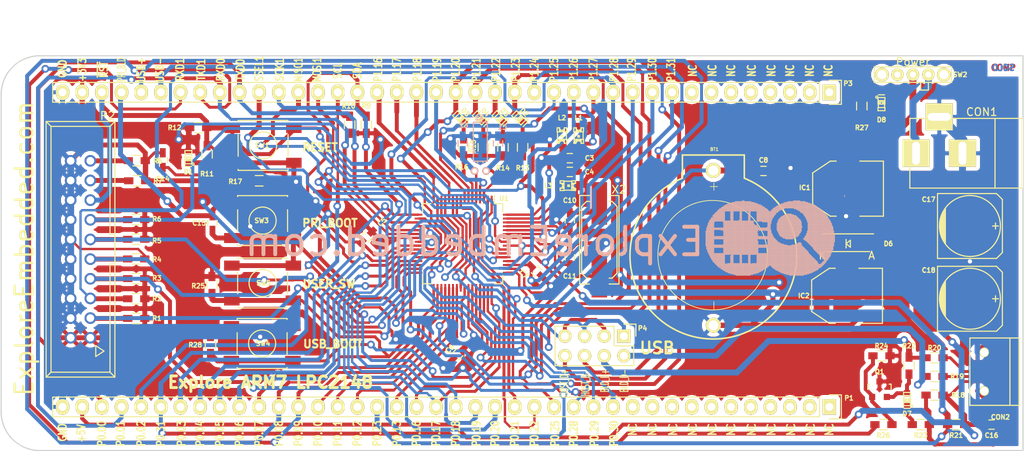
<source format=kicad_pcb>
(kicad_pcb (version 4) (host pcbnew "(2015-01-16 BZR 5376)-product")
  (layers (0 F.Cu signal hide) (31 B.Cu signal hide) (34 B.Paste user) (35 F.Paste user) (36 B.SilkS user) (37 F.SilkS user) (38 B.Mask user) (39 F.Mask user) (44 Edge.Cuts user))
  (net 0 "")
  (net 1 "Net-(BT1-Pad1)")
  (net 2 GND)
  (net 3 "Net-(C1-Pad1)")
  (net 4 "Net-(C2-Pad1)")
  (net 5 "Net-(C3-Pad1)")
  (net 6 /VDDA)
  (net 7 +3.3VP)
  (net 8 "Net-(C10-Pad1)")
  (net 9 "Net-(C11-Pad2)")
  (net 10 /~RST)
  (net 11 PRI_BLD)
  (net 12 +5V)
  (net 13 "Net-(C17-Pad1)")
  (net 14 "Net-(CON1-Pad1)")
  (net 15 "Net-(CON2-Pad2)")
  (net 16 "Net-(CON2-Pad3)")
  (net 17 "Net-(D1-Pad2)")
  (net 18 "Net-(D2-Pad2)")
  (net 19 /u_led_1)
  (net 20 "Net-(D3-Pad2)")
  (net 21 /u_led_2)
  (net 22 "Net-(D4-Pad2)")
  (net 23 /u_led_3)
  (net 24 "Net-(D5-Pad2)")
  (net 25 /u_led_4)
  (net 26 "Net-(D7-Pad2)")
  (net 27 "Net-(D7-Pad1)")
  (net 28 "Net-(D8-Pad2)")
  (net 29 "Net-(L3-Pad2)")
  (net 30 "Net-(P1-Pad1)")
  (net 31 "Net-(P1-Pad2)")
  (net 32 "Net-(P1-Pad3)")
  (net 33 "Net-(P1-Pad4)")
  (net 34 "Net-(P1-Pad5)")
  (net 35 "Net-(P1-Pad6)")
  (net 36 "Net-(P1-Pad7)")
  (net 37 "Net-(P1-Pad8)")
  (net 38 "Net-(P1-Pad9)")
  (net 39 "Net-(P1-Pad10)")
  (net 40 "Net-(P1-Pad11)")
  (net 41 "Net-(P1-Pad12)")
  (net 42 "Net-(P1-Pad13)")
  (net 43 "Net-(P1-Pad14)")
  (net 44 "Net-(P1-Pad15)")
  (net 45 "Net-(P1-Pad16)")
  (net 46 /SSEL1)
  (net 47 /MOSI1)
  (net 48 /MISO1)
  (net 49 /SCK1)
  (net 50 "Net-(P1-Pad22)")
  (net 51 "Net-(P1-Pad23)")
  (net 52 /VBUS)
  (net 53 "Net-(P1-Pad25)")
  (net 54 "Net-(P1-Pad26)")
  (net 55 "Net-(P1-Pad27)")
  (net 56 /RXD1)
  (net 57 /TXD1)
  (net 58 /u_sw_1)
  (net 59 "Net-(P1-Pad31)")
  (net 60 "Net-(P1-Pad32)")
  (net 61 "Net-(P1-Pad33)")
  (net 62 /SDA0)
  (net 63 /CONNECT)
  (net 64 /SCL0)
  (net 65 /RXD0)
  (net 66 /TXD0)
  (net 67 /~TRST)
  (net 68 /TDI)
  (net 69 /TMS)
  (net 70 /TCK)
  (net 71 /RTCK)
  (net 72 /TD0)
  (net 73 "Net-(P2-Pad17)")
  (net 74 "Net-(P2-Pad19)")
  (net 75 "Net-(P3-Pad1)")
  (net 76 "Net-(P3-Pad2)")
  (net 77 "Net-(P3-Pad3)")
  (net 78 "Net-(P3-Pad4)")
  (net 79 "Net-(P3-Pad5)")
  (net 80 "Net-(P3-Pad6)")
  (net 81 "Net-(P3-Pad7)")
  (net 82 "Net-(P3-Pad8)")
  (net 83 "Net-(P3-Pad15)")
  (net 84 "Net-(P3-Pad16)")
  (net 85 "Net-(P3-Pad21)")
  (net 86 "Net-(P3-Pad22)")
  (net 87 "Net-(P3-Pad23)")
  (net 88 "Net-(P3-Pad24)")
  (net 89 HOST_USB_D-)
  (net 90 HOST_USB_D+)
  (net 91 USB_D-)
  (net 92 "Net-(P4-Pad2)")
  (net 93 USB_D+)
  (net 94 "Net-(P4-Pad4)")
  (net 95 "Net-(Q1-Pad1)")
  (net 96 USB_BLD)
  (net 97 "Net-(P1-Pad17)")
  (module EE:Crystal_Round_Horizontal_2mm_NEW (layer B.Cu) (at 120.904 55.88 180)
    (fp_text reference X1 (at 0.154 6.88 180) (layer B.SilkS) (effects (font (size 0.6 0.6)) (justify mirror)))
    (fp_text value 3.768KHz hide)
    (pad 1 thru_hole circle (at -0.7493 0 180) (size 1.00076 1.00076) (drill 0.59944) (layers *.Cu *.Mask B.SilkS) (net 3 "Net-(C1-Pad1)"))
    (pad 2 thru_hole circle (at 0.7493 0 180) (size 1.00076 1.00076) (drill 0.59944) (layers *.Cu *.Mask B.SilkS) (net 4 "Net-(C2-Pad1)"))
    (pad 3 smd rect (at 0 3.25 180) (size 1.6 2) (layers B.Cu B.Paste B.Mask) (net 2 GND))
  )
  (module EE:BATT_rtc_XL (layer F.Cu) (at 151.003 75.819 90)
    (fp_text reference BT1 (at 22.733 0.127 180) (layer F.SilkS) (effects (font (size 0.4064 0.4064) (thickness 0.0889))))
    (fp_text value CR2032 hide)
    (fp_text user + (at 17.9197 -0.03302 90) (layer F.SilkS) (effects (font (size 1.27 1.27) (thickness 0.0889))))
    (fp_text user - (at 2.58318 -0.03302 90) (layer F.SilkS) (effects (font (size 1.27 1.27) (thickness 0.0889))))
    (pad 1 thru_hole circle (at 19.99996 0 90) (size 1.94818 1.94818) (drill 1.29794) (layers *.Cu *.Mask F.Paste F.SilkS) (net 1 "Net-(BT1-Pad1)"))
    (pad 2 thru_hole circle (at 0 0 90) (size 1.94818 1.94818) (drill 1.29794) (layers *.Cu *.Mask F.Paste F.SilkS) (net 2 GND))
  )
  (module Capacitors_SMD:C_0603_HandSoldering (layer B.Cu) (at 123.19 52.324 90)
    (fp_text reference C1 (at 2.074 0.56 180) (layer B.SilkS) (effects (font (size 0.6 0.6)) (justify mirror)))
    (fp_text value 22pf hide)
    (pad 1 smd rect (at -0.95 0 90) (size 1.2 0.75) (layers B.Cu B.Paste B.Mask) (net 3 "Net-(C1-Pad1)"))
    (pad 2 smd rect (at 0.95 0 90) (size 1.2 0.75) (layers B.Cu B.Paste B.Mask) (net 2 GND))
  )
  (module Capacitors_SMD:C_0603_HandSoldering (layer B.Cu) (at 118.618 52.324 90)
    (fp_text reference C2 (at 2.324 0.132 180) (layer B.SilkS) (effects (font (size 0.6 0.6)) (justify mirror)))
    (fp_text value 22pf hide)
    (pad 1 smd rect (at -0.95 0 90) (size 1.2 0.75) (layers B.Cu B.Paste B.Mask) (net 4 "Net-(C2-Pad1)"))
    (pad 2 smd rect (at 0.95 0 90) (size 1.2 0.75) (layers B.Cu B.Paste B.Mask) (net 2 GND))
  )
  (module Capacitors_SMD:C_0603_HandSoldering (layer F.Cu) (at 132.461 54.229)
    (fp_text reference C3 (at 2.54 0) (layer F.SilkS) (effects (font (size 0.6 0.6))))
    (fp_text value 4.7uF hide)
    (pad 1 smd rect (at -0.95 0) (size 1.2 0.75) (layers F.Cu F.Paste F.Mask) (net 5 "Net-(C3-Pad1)"))
    (pad 2 smd rect (at 0.95 0) (size 1.2 0.75) (layers F.Cu F.Paste F.Mask) (net 6 /VDDA))
  )
  (module Capacitors_SMD:C_0603_HandSoldering (layer F.Cu) (at 132.461 56.007)
    (fp_text reference C4 (at 2.54 0) (layer F.SilkS) (effects (font (size 0.6 0.6))))
    (fp_text value 100nf hide)
    (pad 1 smd rect (at -0.95 0) (size 1.2 0.75) (layers F.Cu F.Paste F.Mask) (net 5 "Net-(C3-Pad1)"))
    (pad 2 smd rect (at 0.95 0) (size 1.2 0.75) (layers F.Cu F.Paste F.Mask) (net 6 /VDDA))
  )
  (module Capacitors_SMD:C_0603_HandSoldering (layer F.Cu) (at 106.2355 64.389 45)
    (fp_text reference C5 (at 2.738978 0.044901 45) (layer F.SilkS) (effects (font (size 0.6 0.6))))
    (fp_text value 100nf hide)
    (pad 1 smd rect (at -0.95 0 45) (size 1.2 0.75) (layers F.Cu F.Paste F.Mask) (net 2 GND))
    (pad 2 smd rect (at 0.95 0 45) (size 1.2 0.75) (layers F.Cu F.Paste F.Mask) (net 7 +3.3VP))
  )
  (module Capacitors_SMD:C_0603_HandSoldering (layer F.Cu) (at 117.983 79.5655 45)
    (fp_text reference C6 (at -0.224506 -1.212335 45) (layer F.SilkS) (effects (font (size 0.6 0.6))))
    (fp_text value 100nf hide)
    (pad 1 smd rect (at -0.95 0 45) (size 1.2 0.75) (layers F.Cu F.Paste F.Mask) (net 2 GND))
    (pad 2 smd rect (at 0.95 0 45) (size 1.2 0.75) (layers F.Cu F.Paste F.Mask) (net 7 +3.3VP))
  )
  (module Capacitors_SMD:C_0603_HandSoldering (layer F.Cu) (at 128.143 68.834 135)
    (fp_text reference C7 (at 0.898026 -1.436841 135) (layer F.SilkS) (effects (font (size 0.6 0.6))))
    (fp_text value 100nf hide)
    (pad 1 smd rect (at -0.95 0 135) (size 1.2 0.75) (layers F.Cu F.Paste F.Mask) (net 2 GND))
    (pad 2 smd rect (at 0.95 0 135) (size 1.2 0.75) (layers F.Cu F.Paste F.Mask) (net 7 +3.3VP))
  )
  (module Capacitors_SMD:C_0603_HandSoldering (layer F.Cu) (at 157.48 55.88)
    (fp_text reference C8 (at 0 -1.397) (layer F.SilkS) (effects (font (size 0.6 0.6))))
    (fp_text value 100nf hide)
    (pad 1 smd rect (at -0.95 0) (size 1.2 0.75) (layers F.Cu F.Paste F.Mask) (net 1 "Net-(BT1-Pad1)"))
    (pad 2 smd rect (at 0.95 0) (size 1.2 0.75) (layers F.Cu F.Paste F.Mask) (net 2 GND))
  )
  (module Capacitors_SMD:C_0603_HandSoldering (layer F.Cu) (at 132.461 62.23 270)
    (fp_text reference C10 (at -2.54 0 360) (layer F.SilkS) (effects (font (size 0.6 0.6))))
    (fp_text value 22pf hide)
    (pad 1 smd rect (at -0.95 0 270) (size 1.2 0.75) (layers F.Cu F.Paste F.Mask) (net 8 "Net-(C10-Pad1)"))
    (pad 2 smd rect (at 0.95 0 270) (size 1.2 0.75) (layers F.Cu F.Paste F.Mask) (net 2 GND))
  )
  (module Capacitors_SMD:C_0603_HandSoldering (layer F.Cu) (at 132.461 67.056 270)
    (fp_text reference C11 (at 2.413 0 360) (layer F.SilkS) (effects (font (size 0.6 0.6))))
    (fp_text value 22pf hide)
    (pad 1 smd rect (at -0.95 0 270) (size 1.2 0.75) (layers F.Cu F.Paste F.Mask) (net 2 GND))
    (pad 2 smd rect (at 0.95 0 270) (size 1.2 0.75) (layers F.Cu F.Paste F.Mask) (net 9 "Net-(C11-Pad2)"))
  )
  (module Capacitors_SMD:C_0603_HandSoldering (layer F.Cu) (at 79.883 54.483 270)
    (fp_text reference C14 (at 2.413 0 360) (layer F.SilkS) (effects (font (size 0.6 0.6))))
    (fp_text value 100nf hide)
    (pad 1 smd rect (at -0.95 0 270) (size 1.2 0.75) (layers F.Cu F.Paste F.Mask) (net 2 GND))
    (pad 2 smd rect (at 0.95 0 270) (size 1.2 0.75) (layers F.Cu F.Paste F.Mask) (net 10 /~RST))
  )
  (module Capacitors_SMD:C_0603_HandSoldering (layer F.Cu) (at 86.2965 62.611 90)
    (fp_text reference C15 (at 0 -1.7145 180) (layer F.SilkS) (effects (font (size 0.6 0.6))))
    (fp_text value 100nf hide)
    (pad 1 smd rect (at -0.95 0 90) (size 1.2 0.75) (layers F.Cu F.Paste F.Mask) (net 2 GND))
    (pad 2 smd rect (at 0.95 0 90) (size 1.2 0.75) (layers F.Cu F.Paste F.Mask) (net 11 PRI_BLD))
  )
  (module Capacitors_SMD:C_0603_HandSoldering (layer F.Cu) (at 186.944 88.646)
    (fp_text reference C16 (at 0 1.397) (layer F.SilkS) (effects (font (size 0.6 0.6))))
    (fp_text value 100nf hide)
    (pad 1 smd rect (at -0.95 0) (size 1.2 0.75) (layers F.Cu F.Paste F.Mask) (net 12 +5V))
    (pad 2 smd rect (at 0.95 0) (size 1.2 0.75) (layers F.Cu F.Paste F.Mask) (net 2 GND))
  )
  (module Capacitors_SMD:c_elec_8x10.5 (layer F.Cu) (at 184.15 62.992)
    (fp_text reference C17 (at -5.334 -3.429) (layer F.SilkS) (effects (font (size 0.6 0.6))))
    (fp_text value 100uF/25V hide)
    (pad 1 smd rect (at 3.2512 0) (size 3.50012 2.4003) (layers F.Cu F.Paste F.Mask) (net 13 "Net-(C17-Pad1)"))
    (pad 2 smd rect (at -3.2512 0) (size 3.50012 2.4003) (layers F.Cu F.Paste F.Mask) (net 2 GND))
  )
  (module Capacitors_SMD:c_elec_8x10.5 (layer F.Cu) (at 184.15 72.39)
    (fp_text reference C18 (at -5.334 -3.683) (layer F.SilkS) (effects (font (size 0.6 0.6))))
    (fp_text value 100uF/25V hide)
    (pad 1 smd rect (at 3.2512 0) (size 3.50012 2.4003) (layers F.Cu F.Paste F.Mask) (net 12 +5V))
    (pad 2 smd rect (at -3.2512 0) (size 3.50012 2.4003) (layers F.Cu F.Paste F.Mask) (net 2 GND))
  )
  (module Connect:BARREL_JACK (layer F.Cu) (at 183.388 53.594 180)
    (fp_text reference CON1 (at -2.286 5.334 360) (layer F.SilkS))
    (fp_text value BARREL_JACK hide)
    (pad 1 thru_hole rect (at 6.20014 0 180) (size 3.50012 3.50012) (drill oval 1.00076 2.99974) (layers *.Cu *.Mask F.SilkS) (net 14 "Net-(CON1-Pad1)"))
    (pad 2 thru_hole rect (at 0.20066 0 180) (size 3.50012 3.50012) (drill oval 1.00076 2.99974) (layers *.Cu *.Mask F.SilkS) (net 2 GND))
    (pad 3 thru_hole rect (at 3.2004 4.699 180) (size 3.50012 3.50012) (drill oval 2.99974 1.00076) (layers *.Cu *.Mask F.SilkS) (net 2 GND))
  )
  (module SMD_Packages:SOT-223 (layer F.Cu) (at 168.402 58.166 90)
    (fp_text reference IC1 (at 0.127 -5.588 180) (layer F.SilkS) (effects (font (size 0.6 0.6))))
    (fp_text value LM1117 hide)
    (pad 4 smd rect (at 0 -3.302 90) (size 3.6576 2.032) (layers F.Cu F.Paste F.Mask) (net 12 +5V))
    (pad 2 smd rect (at 0 3.302 90) (size 1.016 2.032) (layers F.Cu F.Paste F.Mask) (net 12 +5V))
    (pad 3 smd rect (at 2.286 3.302 90) (size 1.016 2.032) (layers F.Cu F.Paste F.Mask) (net 13 "Net-(C17-Pad1)"))
    (pad 1 smd rect (at -2.286 3.302 90) (size 1.016 2.032) (layers F.Cu F.Paste F.Mask) (net 2 GND))
  )
  (module SMD_Packages:SOT-223 (layer F.Cu) (at 168.275 72.009 90)
    (fp_text reference IC2 (at 0 -5.588 180) (layer F.SilkS) (effects (font (size 0.6 0.6))))
    (fp_text value LM1117 hide)
    (pad 4 smd rect (at 0 -3.302 90) (size 3.6576 2.032) (layers F.Cu F.Paste F.Mask) (net 7 +3.3VP))
    (pad 2 smd rect (at 0 3.302 90) (size 1.016 2.032) (layers F.Cu F.Paste F.Mask) (net 7 +3.3VP))
    (pad 3 smd rect (at 2.286 3.302 90) (size 1.016 2.032) (layers F.Cu F.Paste F.Mask) (net 12 +5V))
    (pad 1 smd rect (at -2.286 3.302 90) (size 1.016 2.032) (layers F.Cu F.Paste F.Mask) (net 2 GND))
  )
  (module LEDs:LED-0805 (layer F.Cu) (at 133.604 51.308 90)
    (fp_text reference L1 (at 2.286 0 180) (layer F.SilkS) (effects (font (size 0.6 0.6))))
    (fp_text value FER hide)
    (pad 2 smd rect (at 1.04902 0 270) (size 1.19888 1.19888) (layers F.Cu F.Paste F.Mask) (net 7 +3.3VP))
    (pad 1 smd rect (at -1.04902 0 270) (size 1.19888 1.19888) (layers F.Cu F.Paste F.Mask) (net 6 /VDDA))
  )
  (module LEDs:LED-0805 (layer F.Cu) (at 131.445 51.308 90)
    (fp_text reference L2 (at 2.286 0 180) (layer F.SilkS) (effects (font (size 0.6 0.6))))
    (fp_text value FER hide)
    (pad 2 smd rect (at 1.04902 0 270) (size 1.19888 1.19888) (layers F.Cu F.Paste F.Mask) (net 2 GND))
    (pad 1 smd rect (at -1.04902 0 270) (size 1.19888 1.19888) (layers F.Cu F.Paste F.Mask) (net 5 "Net-(C3-Pad1)"))
  )
  (module LEDs:LED-0805 (layer F.Cu) (at 132.207 57.785 180)
    (fp_text reference L3 (at 2.54 0 180) (layer F.SilkS) (effects (font (size 0.6 0.6))))
    (fp_text value FER hide)
    (pad 2 smd rect (at 1.04902 0) (size 1.19888 1.19888) (layers F.Cu F.Paste F.Mask) (net 29 "Net-(L3-Pad2)"))
    (pad 1 smd rect (at -1.04902 0) (size 1.19888 1.19888) (layers F.Cu F.Paste F.Mask) (net 7 +3.3VP))
  )
  (module Pin_Headers:Pin_Header_Straight_1x40 (layer F.Cu) (at 165.989 86.36 270)
    (fp_text reference P1 (at -1.143 -2.54 360) (layer F.SilkS) (effects (font (size 0.6 0.6))))
    (fp_text value CONN_01X40 hide)
    (pad 1 thru_hole rect (at 0 0 270) (size 2.032 1.7272) (drill 1.016) (layers *.Cu *.Mask F.SilkS) (net 30 "Net-(P1-Pad1)"))
    (pad 2 thru_hole oval (at 0 2.54 270) (size 2.032 1.7272) (drill 1.016) (layers *.Cu *.Mask F.SilkS) (net 31 "Net-(P1-Pad2)"))
    (pad 3 thru_hole oval (at 0 5.08 270) (size 2.032 1.7272) (drill 1.016) (layers *.Cu *.Mask F.SilkS) (net 32 "Net-(P1-Pad3)"))
    (pad 4 thru_hole oval (at 0 7.62 270) (size 2.032 1.7272) (drill 1.016) (layers *.Cu *.Mask F.SilkS) (net 33 "Net-(P1-Pad4)"))
    (pad 5 thru_hole oval (at 0 10.16 270) (size 2.032 1.7272) (drill 1.016) (layers *.Cu *.Mask F.SilkS) (net 34 "Net-(P1-Pad5)"))
    (pad 6 thru_hole oval (at 0 12.7 270) (size 2.032 1.7272) (drill 1.016) (layers *.Cu *.Mask F.SilkS) (net 35 "Net-(P1-Pad6)"))
    (pad 7 thru_hole oval (at 0 15.24 270) (size 2.032 1.7272) (drill 1.016) (layers *.Cu *.Mask F.SilkS) (net 36 "Net-(P1-Pad7)"))
    (pad 8 thru_hole oval (at 0 17.78 270) (size 2.032 1.7272) (drill 1.016) (layers *.Cu *.Mask F.SilkS) (net 37 "Net-(P1-Pad8)"))
    (pad 9 thru_hole oval (at 0 20.32 270) (size 2.032 1.7272) (drill 1.016) (layers *.Cu *.Mask F.SilkS) (net 38 "Net-(P1-Pad9)"))
    (pad 10 thru_hole oval (at 0 22.86 270) (size 2.032 1.7272) (drill 1.016) (layers *.Cu *.Mask F.SilkS) (net 39 "Net-(P1-Pad10)"))
    (pad 11 thru_hole oval (at 0 25.4 270) (size 2.032 1.7272) (drill 1.016) (layers *.Cu *.Mask F.SilkS) (net 40 "Net-(P1-Pad11)"))
    (pad 12 thru_hole oval (at 0 27.94 270) (size 2.032 1.7272) (drill 1.016) (layers *.Cu *.Mask F.SilkS) (net 41 "Net-(P1-Pad12)"))
    (pad 13 thru_hole oval (at 0 30.48 270) (size 2.032 1.7272) (drill 1.016) (layers *.Cu *.Mask F.SilkS) (net 42 "Net-(P1-Pad13)"))
    (pad 14 thru_hole oval (at 0 33.02 270) (size 2.032 1.7272) (drill 1.016) (layers *.Cu *.Mask F.SilkS) (net 43 "Net-(P1-Pad14)"))
    (pad 15 thru_hole oval (at 0 35.56 270) (size 2.032 1.7272) (drill 1.016) (layers *.Cu *.Mask F.SilkS) (net 44 "Net-(P1-Pad15)"))
    (pad 16 thru_hole oval (at 0 38.1 270) (size 2.032 1.7272) (drill 1.016) (layers *.Cu *.Mask F.SilkS) (net 45 "Net-(P1-Pad16)"))
    (pad 17 thru_hole oval (at 0 40.64 270) (size 2.032 1.7272) (drill 1.016) (layers *.Cu *.Mask F.SilkS) (net 97 "Net-(P1-Pad17)"))
    (pad 18 thru_hole oval (at 0 43.18 270) (size 2.032 1.7272) (drill 1.016) (layers *.Cu *.Mask F.SilkS) (net 46 /SSEL1))
    (pad 19 thru_hole oval (at 0 45.72 270) (size 2.032 1.7272) (drill 1.016) (layers *.Cu *.Mask F.SilkS) (net 47 /MOSI1))
    (pad 20 thru_hole oval (at 0 48.26 270) (size 2.032 1.7272) (drill 1.016) (layers *.Cu *.Mask F.SilkS) (net 48 /MISO1))
    (pad 21 thru_hole oval (at 0 50.8 270) (size 2.032 1.7272) (drill 1.016) (layers *.Cu *.Mask F.SilkS) (net 49 /SCK1))
    (pad 22 thru_hole oval (at 0 53.34 270) (size 2.032 1.7272) (drill 1.016) (layers *.Cu *.Mask F.SilkS) (net 50 "Net-(P1-Pad22)"))
    (pad 23 thru_hole oval (at 0 55.88 270) (size 2.032 1.7272) (drill 1.016) (layers *.Cu *.Mask F.SilkS) (net 51 "Net-(P1-Pad23)"))
    (pad 24 thru_hole oval (at 0 58.42 270) (size 2.032 1.7272) (drill 1.016) (layers *.Cu *.Mask F.SilkS) (net 52 /VBUS))
    (pad 25 thru_hole oval (at 0 60.96 270) (size 2.032 1.7272) (drill 1.016) (layers *.Cu *.Mask F.SilkS) (net 53 "Net-(P1-Pad25)"))
    (pad 26 thru_hole oval (at 0 63.5 270) (size 2.032 1.7272) (drill 1.016) (layers *.Cu *.Mask F.SilkS) (net 54 "Net-(P1-Pad26)"))
    (pad 27 thru_hole oval (at 0 66.04 270) (size 2.032 1.7272) (drill 1.016) (layers *.Cu *.Mask F.SilkS) (net 55 "Net-(P1-Pad27)"))
    (pad 28 thru_hole oval (at 0 68.58 270) (size 2.032 1.7272) (drill 1.016) (layers *.Cu *.Mask F.SilkS) (net 56 /RXD1))
    (pad 29 thru_hole oval (at 0 71.12 270) (size 2.032 1.7272) (drill 1.016) (layers *.Cu *.Mask F.SilkS) (net 57 /TXD1))
    (pad 30 thru_hole oval (at 0 73.66 270) (size 2.032 1.7272) (drill 1.016) (layers *.Cu *.Mask F.SilkS) (net 58 /u_sw_1))
    (pad 31 thru_hole oval (at 0 76.2 270) (size 2.032 1.7272) (drill 1.016) (layers *.Cu *.Mask F.SilkS) (net 59 "Net-(P1-Pad31)"))
    (pad 32 thru_hole oval (at 0 78.74 270) (size 2.032 1.7272) (drill 1.016) (layers *.Cu *.Mask F.SilkS) (net 60 "Net-(P1-Pad32)"))
    (pad 33 thru_hole oval (at 0 81.28 270) (size 2.032 1.7272) (drill 1.016) (layers *.Cu *.Mask F.SilkS) (net 61 "Net-(P1-Pad33)"))
    (pad 34 thru_hole oval (at 0 83.82 270) (size 2.032 1.7272) (drill 1.016) (layers *.Cu *.Mask F.SilkS) (net 62 /SDA0))
    (pad 35 thru_hole oval (at 0 86.36 270) (size 2.032 1.7272) (drill 1.016) (layers *.Cu *.Mask F.SilkS) (net 63 /CONNECT))
    (pad 36 thru_hole oval (at 0 88.9 270) (size 2.032 1.7272) (drill 1.016) (layers *.Cu *.Mask F.SilkS) (net 64 /SCL0))
    (pad 37 thru_hole oval (at 0 91.44 270) (size 2.032 1.7272) (drill 1.016) (layers *.Cu *.Mask F.SilkS) (net 65 /RXD0))
    (pad 38 thru_hole oval (at 0 93.98 270) (size 2.032 1.7272) (drill 1.016) (layers *.Cu *.Mask F.SilkS) (net 66 /TXD0))
    (pad 39 thru_hole oval (at 0 96.52 270) (size 2.032 1.7272) (drill 1.016) (layers *.Cu *.Mask F.SilkS) (net 12 +5V))
    (pad 40 thru_hole oval (at 0 99.06 270) (size 2.032 1.7272) (drill 1.016) (layers *.Cu *.Mask F.SilkS) (net 2 GND))
  )
  (module Connect:VASCH10x2 (layer F.Cu) (at 69.25 66 90)
    (fp_text reference P2 (at 17.25 3.5 180) (layer F.SilkS))
    (fp_text value JTAG hide)
    (pad 1 thru_hole circle (at -11.43 1.27 90) (size 1.50622 1.50622) (drill 0.99822) (layers *.Cu *.Mask) (net 7 +3.3VP))
    (pad 2 thru_hole circle (at -11.43 -1.27 90) (size 1.50622 1.50622) (drill 0.99822) (layers *.Cu *.Mask) (net 7 +3.3VP))
    (pad 3 thru_hole circle (at -8.89 1.27 90) (size 1.50622 1.50622) (drill 0.99822) (layers *.Cu *.Mask) (net 67 /~TRST))
    (pad 4 thru_hole circle (at -8.89 -1.27 90) (size 1.50622 1.50622) (drill 0.99822) (layers *.Cu *.Mask) (net 2 GND))
    (pad 5 thru_hole circle (at -6.35 1.27 90) (size 1.50622 1.50622) (drill 0.99822) (layers *.Cu *.Mask) (net 68 /TDI))
    (pad 6 thru_hole circle (at -6.35 -1.27 90) (size 1.50622 1.50622) (drill 0.99822) (layers *.Cu *.Mask) (net 2 GND))
    (pad 7 thru_hole circle (at -3.81 1.27 90) (size 1.50622 1.50622) (drill 0.99822) (layers *.Cu *.Mask) (net 69 /TMS))
    (pad 8 thru_hole circle (at -3.81 -1.27 90) (size 1.50622 1.50622) (drill 0.99822) (layers *.Cu *.Mask) (net 2 GND))
    (pad 9 thru_hole circle (at -1.27 1.27 90) (size 1.50622 1.50622) (drill 0.99822) (layers *.Cu *.Mask) (net 70 /TCK))
    (pad 10 thru_hole circle (at -1.27 -1.27 90) (size 1.50622 1.50622) (drill 0.99822) (layers *.Cu *.Mask) (net 2 GND))
    (pad 11 thru_hole circle (at 1.27 1.27 90) (size 1.50622 1.50622) (drill 0.99822) (layers *.Cu *.Mask) (net 71 /RTCK))
    (pad 12 thru_hole circle (at 1.27 -1.27 90) (size 1.50622 1.50622) (drill 0.99822) (layers *.Cu *.Mask) (net 2 GND))
    (pad 13 thru_hole circle (at 3.81 1.27 90) (size 1.50622 1.50622) (drill 0.99822) (layers *.Cu *.Mask) (net 72 /TD0))
    (pad 14 thru_hole circle (at 3.81 -1.27 90) (size 1.50622 1.50622) (drill 0.99822) (layers *.Cu *.Mask) (net 2 GND))
    (pad 15 thru_hole circle (at 6.35 1.27 90) (size 1.50622 1.50622) (drill 0.99822) (layers *.Cu *.Mask) (net 10 /~RST))
    (pad 16 thru_hole circle (at 6.35 -1.27 90) (size 1.50622 1.50622) (drill 0.99822) (layers *.Cu *.Mask) (net 2 GND))
    (pad 17 thru_hole circle (at 8.89 1.27 90) (size 1.50622 1.50622) (drill 0.99822) (layers *.Cu *.Mask) (net 73 "Net-(P2-Pad17)"))
    (pad 18 thru_hole circle (at 8.89 -1.27 90) (size 1.50622 1.50622) (drill 0.99822) (layers *.Cu *.Mask) (net 2 GND))
    (pad 19 thru_hole circle (at 11.43 1.27 90) (size 1.50622 1.50622) (drill 0.99822) (layers *.Cu *.Mask) (net 74 "Net-(P2-Pad19)"))
    (pad 20 thru_hole circle (at 11.43 -1.27 90) (size 1.50622 1.50622) (drill 0.99822) (layers *.Cu *.Mask) (net 2 GND))
  )
  (module Pin_Headers:Pin_Header_Straight_1x40 (layer F.Cu) (at 165.989 45.72 270)
    (fp_text reference P3 (at -1.143 -2.413 360) (layer F.SilkS) (effects (font (size 0.6 0.6))))
    (fp_text value CONN_01X40 hide)
    (pad 1 thru_hole rect (at 0 0 270) (size 2.032 1.7272) (drill 1.016) (layers *.Cu *.Mask F.SilkS) (net 75 "Net-(P3-Pad1)"))
    (pad 2 thru_hole oval (at 0 2.54 270) (size 2.032 1.7272) (drill 1.016) (layers *.Cu *.Mask F.SilkS) (net 76 "Net-(P3-Pad2)"))
    (pad 3 thru_hole oval (at 0 5.08 270) (size 2.032 1.7272) (drill 1.016) (layers *.Cu *.Mask F.SilkS) (net 77 "Net-(P3-Pad3)"))
    (pad 4 thru_hole oval (at 0 7.62 270) (size 2.032 1.7272) (drill 1.016) (layers *.Cu *.Mask F.SilkS) (net 78 "Net-(P3-Pad4)"))
    (pad 5 thru_hole oval (at 0 10.16 270) (size 2.032 1.7272) (drill 1.016) (layers *.Cu *.Mask F.SilkS) (net 79 "Net-(P3-Pad5)"))
    (pad 6 thru_hole oval (at 0 12.7 270) (size 2.032 1.7272) (drill 1.016) (layers *.Cu *.Mask F.SilkS) (net 80 "Net-(P3-Pad6)"))
    (pad 7 thru_hole oval (at 0 15.24 270) (size 2.032 1.7272) (drill 1.016) (layers *.Cu *.Mask F.SilkS) (net 81 "Net-(P3-Pad7)"))
    (pad 8 thru_hole oval (at 0 17.78 270) (size 2.032 1.7272) (drill 1.016) (layers *.Cu *.Mask F.SilkS) (net 82 "Net-(P3-Pad8)"))
    (pad 9 thru_hole oval (at 0 20.32 270) (size 2.032 1.7272) (drill 1.016) (layers *.Cu *.Mask F.SilkS) (net 67 /~TRST))
    (pad 10 thru_hole oval (at 0 22.86 270) (size 2.032 1.7272) (drill 1.016) (layers *.Cu *.Mask F.SilkS) (net 69 /TMS))
    (pad 11 thru_hole oval (at 0 25.4 270) (size 2.032 1.7272) (drill 1.016) (layers *.Cu *.Mask F.SilkS) (net 70 /TCK))
    (pad 12 thru_hole oval (at 0 27.94 270) (size 2.032 1.7272) (drill 1.016) (layers *.Cu *.Mask F.SilkS) (net 68 /TDI))
    (pad 13 thru_hole oval (at 0 30.48 270) (size 2.032 1.7272) (drill 1.016) (layers *.Cu *.Mask F.SilkS) (net 72 /TD0))
    (pad 14 thru_hole oval (at 0 33.02 270) (size 2.032 1.7272) (drill 1.016) (layers *.Cu *.Mask F.SilkS) (net 71 /RTCK))
    (pad 15 thru_hole oval (at 0 35.56 270) (size 2.032 1.7272) (drill 1.016) (layers *.Cu *.Mask F.SilkS) (net 83 "Net-(P3-Pad15)"))
    (pad 16 thru_hole oval (at 0 38.1 270) (size 2.032 1.7272) (drill 1.016) (layers *.Cu *.Mask F.SilkS) (net 84 "Net-(P3-Pad16)"))
    (pad 17 thru_hole oval (at 0 40.64 270) (size 2.032 1.7272) (drill 1.016) (layers *.Cu *.Mask F.SilkS) (net 19 /u_led_1))
    (pad 18 thru_hole oval (at 0 43.18 270) (size 2.032 1.7272) (drill 1.016) (layers *.Cu *.Mask F.SilkS) (net 21 /u_led_2))
    (pad 19 thru_hole oval (at 0 45.72 270) (size 2.032 1.7272) (drill 1.016) (layers *.Cu *.Mask F.SilkS) (net 23 /u_led_3))
    (pad 20 thru_hole oval (at 0 48.26 270) (size 2.032 1.7272) (drill 1.016) (layers *.Cu *.Mask F.SilkS) (net 25 /u_led_4))
    (pad 21 thru_hole oval (at 0 50.8 270) (size 2.032 1.7272) (drill 1.016) (layers *.Cu *.Mask F.SilkS) (net 85 "Net-(P3-Pad21)"))
    (pad 22 thru_hole oval (at 0 53.34 270) (size 2.032 1.7272) (drill 1.016) (layers *.Cu *.Mask F.SilkS) (net 86 "Net-(P3-Pad22)"))
    (pad 23 thru_hole oval (at 0 55.88 270) (size 2.032 1.7272) (drill 1.016) (layers *.Cu *.Mask F.SilkS) (net 87 "Net-(P3-Pad23)"))
    (pad 24 thru_hole oval (at 0 58.42 270) (size 2.032 1.7272) (drill 1.016) (layers *.Cu *.Mask F.SilkS) (net 88 "Net-(P3-Pad24)"))
    (pad 25 thru_hole oval (at 0 60.96 270) (size 2.032 1.7272) (drill 1.016) (layers *.Cu *.Mask F.SilkS) (net 62 /SDA0))
    (pad 26 thru_hole oval (at 0 63.5 270) (size 2.032 1.7272) (drill 1.016) (layers *.Cu *.Mask F.SilkS) (net 64 /SCL0))
    (pad 27 thru_hole oval (at 0 66.04 270) (size 2.032 1.7272) (drill 1.016) (layers *.Cu *.Mask F.SilkS) (net 47 /MOSI1))
    (pad 28 thru_hole oval (at 0 68.58 270) (size 2.032 1.7272) (drill 1.016) (layers *.Cu *.Mask F.SilkS) (net 48 /MISO1))
    (pad 29 thru_hole oval (at 0 71.12 270) (size 2.032 1.7272) (drill 1.016) (layers *.Cu *.Mask F.SilkS) (net 49 /SCK1))
    (pad 30 thru_hole oval (at 0 73.66 270) (size 2.032 1.7272) (drill 1.016) (layers *.Cu *.Mask F.SilkS) (net 46 /SSEL1))
    (pad 31 thru_hole oval (at 0 76.2 270) (size 2.032 1.7272) (drill 1.016) (layers *.Cu *.Mask F.SilkS) (net 66 /TXD0))
    (pad 32 thru_hole oval (at 0 78.74 270) (size 2.032 1.7272) (drill 1.016) (layers *.Cu *.Mask F.SilkS) (net 65 /RXD0))
    (pad 33 thru_hole oval (at 0 81.28 270) (size 2.032 1.7272) (drill 1.016) (layers *.Cu *.Mask F.SilkS) (net 57 /TXD1))
    (pad 34 thru_hole oval (at 0 83.82 270) (size 2.032 1.7272) (drill 1.016) (layers *.Cu *.Mask F.SilkS) (net 56 /RXD1))
    (pad 35 thru_hole oval (at 0 86.36 270) (size 2.032 1.7272) (drill 1.016) (layers *.Cu *.Mask F.SilkS) (net 89 HOST_USB_D-))
    (pad 36 thru_hole oval (at 0 88.9 270) (size 2.032 1.7272) (drill 1.016) (layers *.Cu *.Mask F.SilkS) (net 90 HOST_USB_D+))
    (pad 37 thru_hole oval (at 0 91.44 270) (size 2.032 1.7272) (drill 1.016) (layers *.Cu *.Mask F.SilkS) (net 11 PRI_BLD))
    (pad 38 thru_hole oval (at 0 93.98 270) (size 2.032 1.7272) (drill 1.016) (layers *.Cu *.Mask F.SilkS) (net 10 /~RST))
    (pad 39 thru_hole oval (at 0 96.52 270) (size 2.032 1.7272) (drill 1.016) (layers *.Cu *.Mask F.SilkS) (net 7 +3.3VP))
    (pad 40 thru_hole oval (at 0 99.06 270) (size 2.032 1.7272) (drill 1.016) (layers *.Cu *.Mask F.SilkS) (net 2 GND))
  )
  (module Pin_Headers:Pin_Header_Straight_2x04 (layer F.Cu) (at 139.446 77.216 270)
    (fp_text reference P4 (at -1.016 -2.413 360) (layer F.SilkS) (effects (font (size 0.6 0.6))))
    (fp_text value "USB Operation Selection" hide)
    (pad 1 thru_hole rect (at 0 0 270) (size 1.7272 1.7272) (drill 1.016) (layers *.Cu *.Mask F.SilkS) (net 91 USB_D-))
    (pad 2 thru_hole oval (at 2.54 0 270) (size 1.7272 1.7272) (drill 1.016) (layers *.Cu *.Mask F.SilkS) (net 92 "Net-(P4-Pad2)"))
    (pad 3 thru_hole oval (at 0 2.54 270) (size 1.7272 1.7272) (drill 1.016) (layers *.Cu *.Mask F.SilkS) (net 93 USB_D+))
    (pad 4 thru_hole oval (at 2.54 2.54 270) (size 1.7272 1.7272) (drill 1.016) (layers *.Cu *.Mask F.SilkS) (net 94 "Net-(P4-Pad4)"))
    (pad 5 thru_hole oval (at 0 5.08 270) (size 1.7272 1.7272) (drill 1.016) (layers *.Cu *.Mask F.SilkS) (net 91 USB_D-))
    (pad 6 thru_hole oval (at 2.54 5.08 270) (size 1.7272 1.7272) (drill 1.016) (layers *.Cu *.Mask F.SilkS) (net 89 HOST_USB_D-))
    (pad 7 thru_hole oval (at 0 7.62 270) (size 1.7272 1.7272) (drill 1.016) (layers *.Cu *.Mask F.SilkS) (net 93 USB_D+))
    (pad 8 thru_hole oval (at 2.54 7.62 270) (size 1.7272 1.7272) (drill 1.016) (layers *.Cu *.Mask F.SilkS) (net 90 HOST_USB_D+))
  )
  (module Housings_SOT-23_SOT-143_TSOT-6:SOT-23 (layer F.Cu) (at 172.466 84.074)
    (fp_text reference Q1 (at 0 -2.25) (layer F.SilkS) (effects (font (size 0.6 0.6))))
    (fp_text value BC856 hide)
    (pad 1 smd rect (at -0.95 1.00076) (size 0.8001 0.8001) (layers F.Cu F.Paste F.Mask) (net 95 "Net-(Q1-Pad1)"))
    (pad 2 smd rect (at 0.95 1.00076) (size 0.8001 0.8001) (layers F.Cu F.Paste F.Mask) (net 27 "Net-(D7-Pad1)"))
    (pad 3 smd rect (at 0 -0.99822) (size 0.8001 0.8001) (layers F.Cu F.Paste F.Mask) (net 7 +3.3VP))
  )
  (module Resistors_SMD:R_0603_HandSoldering (layer F.Cu) (at 76.454 74.93)
    (fp_text reference R1 (at 2.667 0) (layer F.SilkS) (effects (font (size 0.6 0.6))))
    (fp_text value 10K hide)
    (pad 1 smd rect (at -1.1 0) (size 1.2 0.9) (layers F.Cu F.Paste F.Mask) (net 67 /~TRST))
    (pad 2 smd rect (at 1.1 0) (size 1.2 0.9) (layers F.Cu F.Paste F.Mask) (net 7 +3.3VP))
  )
  (module Resistors_SMD:R_0603_HandSoldering (layer F.Cu) (at 76.454 72.39)
    (fp_text reference R2 (at 2.667 0) (layer F.SilkS) (effects (font (size 0.6 0.6))))
    (fp_text value 10K hide)
    (pad 1 smd rect (at -1.1 0) (size 1.2 0.9) (layers F.Cu F.Paste F.Mask) (net 68 /TDI))
    (pad 2 smd rect (at 1.1 0) (size 1.2 0.9) (layers F.Cu F.Paste F.Mask) (net 7 +3.3VP))
  )
  (module Resistors_SMD:R_0603_HandSoldering (layer F.Cu) (at 76.454 69.7865)
    (fp_text reference R3 (at 2.667 -0.0635) (layer F.SilkS) (effects (font (size 0.6 0.6))))
    (fp_text value 10K hide)
    (pad 1 smd rect (at -1.1 0) (size 1.2 0.9) (layers F.Cu F.Paste F.Mask) (net 69 /TMS))
    (pad 2 smd rect (at 1.1 0) (size 1.2 0.9) (layers F.Cu F.Paste F.Mask) (net 7 +3.3VP))
  )
  (module Resistors_SMD:R_0603_HandSoldering (layer F.Cu) (at 76.454 67.2465)
    (fp_text reference R4 (at 2.667 0.0635) (layer F.SilkS) (effects (font (size 0.6 0.6))))
    (fp_text value 10K hide)
    (pad 1 smd rect (at -1.1 0) (size 1.2 0.9) (layers F.Cu F.Paste F.Mask) (net 70 /TCK))
    (pad 2 smd rect (at 1.1 0) (size 1.2 0.9) (layers F.Cu F.Paste F.Mask) (net 2 GND))
  )
  (module Resistors_SMD:R_0603_HandSoldering (layer F.Cu) (at 76.454 64.7065)
    (fp_text reference R5 (at 2.667 0.1905) (layer F.SilkS) (effects (font (size 0.6 0.6))))
    (fp_text value 10K hide)
    (pad 1 smd rect (at -1.1 0) (size 1.2 0.9) (layers F.Cu F.Paste F.Mask) (net 71 /RTCK))
    (pad 2 smd rect (at 1.1 0) (size 1.2 0.9) (layers F.Cu F.Paste F.Mask) (net 7 +3.3VP))
  )
  (module Resistors_SMD:R_0603_HandSoldering (layer F.Cu) (at 76.454 62.1665)
    (fp_text reference R6 (at 2.667 -0.0635) (layer F.SilkS) (effects (font (size 0.6 0.6))))
    (fp_text value 10K hide)
    (pad 1 smd rect (at -1.1 0) (size 1.2 0.9) (layers F.Cu F.Paste F.Mask) (net 72 /TD0))
    (pad 2 smd rect (at 1.1 0) (size 1.2 0.9) (layers F.Cu F.Paste F.Mask) (net 7 +3.3VP))
  )
  (module Resistors_SMD:R_0603_HandSoldering (layer F.Cu) (at 76.581 57.15)
    (fp_text reference R7 (at 2.667 0) (layer F.SilkS) (effects (font (size 0.6 0.6))))
    (fp_text value 10K hide)
    (pad 1 smd rect (at -1.1 0) (size 1.2 0.9) (layers F.Cu F.Paste F.Mask) (net 73 "Net-(P2-Pad17)"))
    (pad 2 smd rect (at 1.1 0) (size 1.2 0.9) (layers F.Cu F.Paste F.Mask) (net 2 GND))
  )
  (module Resistors_SMD:R_0603_HandSoldering (layer F.Cu) (at 76.5175 54.5465)
    (fp_text reference R8 (at 2.7305 0.0635) (layer F.SilkS) (effects (font (size 0.6 0.6))))
    (fp_text value 10K hide)
    (pad 1 smd rect (at -1.1 0) (size 1.2 0.9) (layers F.Cu F.Paste F.Mask) (net 74 "Net-(P2-Pad19)"))
    (pad 2 smd rect (at 1.1 0) (size 1.2 0.9) (layers F.Cu F.Paste F.Mask) (net 2 GND))
  )
  (module Resistors_SMD:R_0603_HandSoldering (layer F.Cu) (at 106.172 49.911 270)
    (fp_text reference R9 (at -2.413 0 360) (layer F.SilkS) (effects (font (size 0.6 0.6))))
    (fp_text value 2K hide)
    (pad 1 smd rect (at -1.1 0 270) (size 1.2 0.9) (layers F.Cu F.Paste F.Mask) (net 62 /SDA0))
    (pad 2 smd rect (at 1.1 0 270) (size 1.2 0.9) (layers F.Cu F.Paste F.Mask) (net 7 +3.3VP))
  )
  (module Resistors_SMD:R_0603_HandSoldering (layer F.Cu) (at 104.013 49.911 270)
    (fp_text reference R10 (at -2.413 0.127 360) (layer F.SilkS) (effects (font (size 0.6 0.6))))
    (fp_text value 2K hide)
    (pad 1 smd rect (at -1.1 0 270) (size 1.2 0.9) (layers F.Cu F.Paste F.Mask) (net 64 /SCL0))
    (pad 2 smd rect (at 1.1 0 270) (size 1.2 0.9) (layers F.Cu F.Paste F.Mask) (net 7 +3.3VP))
  )
  (module Resistors_SMD:R_0603_HandSoldering (layer F.Cu) (at 85.598 53.721 90)
    (fp_text reference R11 (at -2.54 0 180) (layer F.SilkS) (effects (font (size 0.6 0.6))))
    (fp_text value 1K hide)
    (pad 1 smd rect (at -1.1 0 90) (size 1.2 0.9) (layers F.Cu F.Paste F.Mask) (net 17 "Net-(D1-Pad2)"))
    (pad 2 smd rect (at 1.1 0 90) (size 1.2 0.9) (layers F.Cu F.Paste F.Mask) (net 10 /~RST))
  )
  (module Resistors_SMD:R_0603_HandSoldering (layer F.Cu) (at 84.455 50.292 180)
    (fp_text reference R12 (at 3.048 0 180) (layer F.SilkS) (effects (font (size 0.6 0.6))))
    (fp_text value 10K hide)
    (pad 1 smd rect (at -1.1 0 180) (size 1.2 0.9) (layers F.Cu F.Paste F.Mask) (net 10 /~RST))
    (pad 2 smd rect (at 1.1 0 180) (size 1.2 0.9) (layers F.Cu F.Paste F.Mask) (net 7 +3.3VP))
  )
  (module Resistors_SMD:R_0603_HandSoldering (layer F.Cu) (at 126.365 52.832 270)
    (fp_text reference R13 (at 2.667 0 360) (layer F.SilkS) (effects (font (size 0.6 0.6))))
    (fp_text value 470E hide)
    (pad 1 smd rect (at -1.1 0 270) (size 1.2 0.9) (layers F.Cu F.Paste F.Mask) (net 18 "Net-(D2-Pad2)"))
    (pad 2 smd rect (at 1.1 0 270) (size 1.2 0.9) (layers F.Cu F.Paste F.Mask) (net 2 GND))
  )
  (module Resistors_SMD:R_0603_HandSoldering (layer F.Cu) (at 123.825 52.832 270)
    (fp_text reference R14 (at 2.667 0 360) (layer F.SilkS) (effects (font (size 0.6 0.6))))
    (fp_text value 470E hide)
    (pad 1 smd rect (at -1.1 0 270) (size 1.2 0.9) (layers F.Cu F.Paste F.Mask) (net 20 "Net-(D3-Pad2)"))
    (pad 2 smd rect (at 1.1 0 270) (size 1.2 0.9) (layers F.Cu F.Paste F.Mask) (net 2 GND))
  )
  (module Resistors_SMD:R_0603_HandSoldering (layer F.Cu) (at 121.285 52.832 270)
    (fp_text reference R15 (at -0.127 1.27 270) (layer F.SilkS) (effects (font (size 0.6 0.6))))
    (fp_text value 470E hide)
    (pad 1 smd rect (at -1.1 0 270) (size 1.2 0.9) (layers F.Cu F.Paste F.Mask) (net 22 "Net-(D4-Pad2)"))
    (pad 2 smd rect (at 1.1 0 270) (size 1.2 0.9) (layers F.Cu F.Paste F.Mask) (net 2 GND))
  )
  (module Resistors_SMD:R_0603_HandSoldering (layer F.Cu) (at 118.745 52.832 270)
    (fp_text reference R16 (at 2.54 0.254 360) (layer F.SilkS) (effects (font (size 0.6 0.6))))
    (fp_text value 470E hide)
    (pad 1 smd rect (at -1.1 0 270) (size 1.2 0.9) (layers F.Cu F.Paste F.Mask) (net 24 "Net-(D5-Pad2)"))
    (pad 2 smd rect (at 1.1 0 270) (size 1.2 0.9) (layers F.Cu F.Paste F.Mask) (net 2 GND))
  )
  (module Resistors_SMD:R_0603_HandSoldering (layer F.Cu) (at 92.329 57.15 180)
    (fp_text reference R17 (at 3.079 -0.1 180) (layer F.SilkS) (effects (font (size 0.6 0.6))))
    (fp_text value 1K hide)
    (pad 1 smd rect (at -1.1 0 180) (size 1.2 0.9) (layers F.Cu F.Paste F.Mask) (net 11 PRI_BLD))
    (pad 2 smd rect (at 1.1 0 180) (size 1.2 0.9) (layers F.Cu F.Paste F.Mask) (net 7 +3.3VP))
  )
  (module Resistors_SMD:R_0603_HandSoldering (layer F.Cu) (at 179.578 84.836 180)
    (fp_text reference R18 (at -3.048 0 180) (layer F.SilkS) (effects (font (size 0.6 0.6))))
    (fp_text value 100K hide)
    (pad 1 smd rect (at -1.1 0 180) (size 1.2 0.9) (layers F.Cu F.Paste F.Mask) (net 12 +5V))
    (pad 2 smd rect (at 1.1 0 180) (size 1.2 0.9) (layers F.Cu F.Paste F.Mask) (net 2 GND))
  )
  (module Resistors_SMD:R_0603_HandSoldering (layer F.Cu) (at 179.578 82.423)
    (fp_text reference R19 (at 2.921 0) (layer F.SilkS) (effects (font (size 0.6 0.6))))
    (fp_text value 33E hide)
    (pad 1 smd rect (at -1.1 0) (size 1.2 0.9) (layers F.Cu F.Paste F.Mask) (net 92 "Net-(P4-Pad2)"))
    (pad 2 smd rect (at 1.1 0) (size 1.2 0.9) (layers F.Cu F.Paste F.Mask) (net 15 "Net-(CON2-Pad2)"))
  )
  (module Resistors_SMD:R_0603_HandSoldering (layer F.Cu) (at 179.578 80.01)
    (fp_text reference R20 (at 0 -1.27) (layer F.SilkS) (effects (font (size 0.6 0.6))))
    (fp_text value 33E hide)
    (pad 1 smd rect (at -1.1 0) (size 1.2 0.9) (layers F.Cu F.Paste F.Mask) (net 94 "Net-(P4-Pad4)"))
    (pad 2 smd rect (at 1.1 0) (size 1.2 0.9) (layers F.Cu F.Paste F.Mask) (net 16 "Net-(CON2-Pad3)"))
  )
  (module Resistors_SMD:R_0603_HandSoldering (layer F.Cu) (at 182.372 88.646)
    (fp_text reference R21 (at 0 1.397) (layer F.SilkS) (effects (font (size 0.6 0.6))))
    (fp_text value 10K hide)
    (pad 1 smd rect (at -1.1 0) (size 1.2 0.9) (layers F.Cu F.Paste F.Mask) (net 52 /VBUS))
    (pad 2 smd rect (at 1.1 0) (size 1.2 0.9) (layers F.Cu F.Paste F.Mask) (net 12 +5V))
  )
  (module Resistors_SMD:R_0603_HandSoldering (layer F.Cu) (at 176.276 81.026 270)
    (fp_text reference R22 (at -2.54 0 360) (layer F.SilkS) (effects (font (size 0.6 0.6))))
    (fp_text value 1K5 hide)
    (pad 1 smd rect (at -1.1 0 270) (size 1.2 0.9) (layers F.Cu F.Paste F.Mask) (net 94 "Net-(P4-Pad4)"))
    (pad 2 smd rect (at 1.1 0 270) (size 1.2 0.9) (layers F.Cu F.Paste F.Mask) (net 27 "Net-(D7-Pad1)"))
  )
  (module Resistors_SMD:R_0603_HandSoldering (layer F.Cu) (at 177.8 88.646 180)
    (fp_text reference R23 (at 0 -1.397 180) (layer F.SilkS) (effects (font (size 0.6 0.6))))
    (fp_text value 470E hide)
    (pad 1 smd rect (at -1.1 0 180) (size 1.2 0.9) (layers F.Cu F.Paste F.Mask) (net 2 GND))
    (pad 2 smd rect (at 1.1 0 180) (size 1.2 0.9) (layers F.Cu F.Paste F.Mask) (net 26 "Net-(D7-Pad2)"))
  )
  (module Resistors_SMD:R_0603_HandSoldering (layer F.Cu) (at 172.72 79.756)
    (fp_text reference R24 (at 0 -1.27) (layer F.SilkS) (effects (font (size 0.6 0.6))))
    (fp_text value 10K hide)
    (pad 1 smd rect (at -1.1 0) (size 1.2 0.9) (layers F.Cu F.Paste F.Mask) (net 95 "Net-(Q1-Pad1)"))
    (pad 2 smd rect (at 1.1 0) (size 1.2 0.9) (layers F.Cu F.Paste F.Mask) (net 7 +3.3VP))
  )
  (module Resistors_SMD:R_0603_HandSoldering (layer F.Cu) (at 86.233 70.612 90)
    (fp_text reference R25 (at -0.127 -1.778 180) (layer F.SilkS) (effects (font (size 0.6 0.6))))
    (fp_text value 10K hide)
    (pad 1 smd rect (at -1.1 0 90) (size 1.2 0.9) (layers F.Cu F.Paste F.Mask) (net 58 /u_sw_1))
    (pad 2 smd rect (at 1.1 0 90) (size 1.2 0.9) (layers F.Cu F.Paste F.Mask) (net 7 +3.3VP))
  )
  (module Resistors_SMD:R_0603_HandSoldering (layer F.Cu) (at 172.974 88.646 180)
    (fp_text reference R26 (at 0 -1.397 180) (layer F.SilkS) (effects (font (size 0.6 0.6))))
    (fp_text value 2K hide)
    (pad 1 smd rect (at -1.1 0 180) (size 1.2 0.9) (layers F.Cu F.Paste F.Mask) (net 95 "Net-(Q1-Pad1)"))
    (pad 2 smd rect (at 1.1 0 180) (size 1.2 0.9) (layers F.Cu F.Paste F.Mask) (net 63 /CONNECT))
  )
  (module Resistors_SMD:R_0603_HandSoldering (layer F.Cu) (at 170.18 47.498 90)
    (fp_text reference R27 (at -2.794 0 180) (layer F.SilkS) (effects (font (size 0.6 0.6))))
    (fp_text value 470E hide)
    (pad 1 smd rect (at -1.1 0 90) (size 1.2 0.9) (layers F.Cu F.Paste F.Mask) (net 2 GND))
    (pad 2 smd rect (at 1.1 0 90) (size 1.2 0.9) (layers F.Cu F.Paste F.Mask) (net 28 "Net-(D8-Pad2)"))
  )
  (module Resistors_SMD:R_0603_HandSoldering (layer F.Cu) (at 86.0425 78.359 90)
    (fp_text reference R28 (at 0 -1.9685 180) (layer F.SilkS) (effects (font (size 0.6 0.6))))
    (fp_text value 10K hide)
    (pad 1 smd rect (at -1.1 0 90) (size 1.2 0.9) (layers F.Cu F.Paste F.Mask) (net 96 USB_BLD))
    (pad 2 smd rect (at 1.1 0 90) (size 1.2 0.9) (layers F.Cu F.Paste F.Mask) (net 7 +3.3VP))
  )
  (module Housings_QFP:LQFP-64_10x10mm_Pitch0.5mm (layer F.Cu) (at 118.618 65.278 270)
    (fp_text reference U1 (at -5.842 -5.334 360) (layer F.SilkS) (effects (font (size 0.6 0.6))))
    (fp_text value LPC2148 hide)
    (pad 1 smd rect (at -5.7 -3.75 270) (size 1 0.25) (layers F.Cu F.Paste F.Mask) (net 97 "Net-(P1-Pad17)"))
    (pad 2 smd rect (at -5.7 -3.25 270) (size 1 0.25) (layers F.Cu F.Paste F.Mask) (net 45 "Net-(P1-Pad16)"))
    (pad 3 smd rect (at -5.7 -2.75 270) (size 1 0.25) (layers F.Cu F.Paste F.Mask) (net 3 "Net-(C1-Pad1)"))
    (pad 4 smd rect (at -5.7 -2.25 270) (size 1 0.25) (layers F.Cu F.Paste F.Mask) (net 85 "Net-(P3-Pad21)"))
    (pad 5 smd rect (at -5.7 -1.75 270) (size 1 0.25) (layers F.Cu F.Paste F.Mask) (net 4 "Net-(C2-Pad1)"))
    (pad 6 smd rect (at -5.7 -1.25 270) (size 1 0.25) (layers F.Cu F.Paste F.Mask) (net 2 GND))
    (pad 7 smd rect (at -5.7 -0.75 270) (size 1 0.25) (layers F.Cu F.Paste F.Mask) (net 6 /VDDA))
    (pad 8 smd rect (at -5.7 -0.25 270) (size 1 0.25) (layers F.Cu F.Paste F.Mask) (net 86 "Net-(P3-Pad22)"))
    (pad 9 smd rect (at -5.7 0.25 270) (size 1 0.25) (layers F.Cu F.Paste F.Mask) (net 44 "Net-(P1-Pad15)"))
    (pad 10 smd rect (at -5.7 0.75 270) (size 1 0.25) (layers F.Cu F.Paste F.Mask) (net 93 USB_D+))
    (pad 11 smd rect (at -5.7 1.25 270) (size 1 0.25) (layers F.Cu F.Paste F.Mask) (net 91 USB_D-))
    (pad 12 smd rect (at -5.7 1.75 270) (size 1 0.25) (layers F.Cu F.Paste F.Mask) (net 87 "Net-(P3-Pad23)"))
    (pad 13 smd rect (at -5.7 2.25 270) (size 1 0.25) (layers F.Cu F.Paste F.Mask) (net 43 "Net-(P1-Pad14)"))
    (pad 14 smd rect (at -5.7 2.75 270) (size 1 0.25) (layers F.Cu F.Paste F.Mask) (net 42 "Net-(P1-Pad13)"))
    (pad 15 smd rect (at -5.7 3.25 270) (size 1 0.25) (layers F.Cu F.Paste F.Mask) (net 41 "Net-(P1-Pad12)"))
    (pad 16 smd rect (at -5.7 3.75 270) (size 1 0.25) (layers F.Cu F.Paste F.Mask) (net 88 "Net-(P3-Pad24)"))
    (pad 17 smd rect (at -3.75 5.7) (size 1 0.25) (layers F.Cu F.Paste F.Mask) (net 63 /CONNECT))
    (pad 18 smd rect (at -3.25 5.7) (size 1 0.25) (layers F.Cu F.Paste F.Mask) (net 2 GND))
    (pad 19 smd rect (at -2.75 5.7) (size 1 0.25) (layers F.Cu F.Paste F.Mask) (net 66 /TXD0))
    (pad 20 smd rect (at -2.25 5.7) (size 1 0.25) (layers F.Cu F.Paste F.Mask) (net 67 /~TRST))
    (pad 21 smd rect (at -1.75 5.7) (size 1 0.25) (layers F.Cu F.Paste F.Mask) (net 65 /RXD0))
    (pad 22 smd rect (at -1.25 5.7) (size 1 0.25) (layers F.Cu F.Paste F.Mask) (net 64 /SCL0))
    (pad 23 smd rect (at -0.75 5.7) (size 1 0.25) (layers F.Cu F.Paste F.Mask) (net 7 +3.3VP))
    (pad 24 smd rect (at -0.25 5.7) (size 1 0.25) (layers F.Cu F.Paste F.Mask) (net 71 /RTCK))
    (pad 25 smd rect (at 0.25 5.7) (size 1 0.25) (layers F.Cu F.Paste F.Mask) (net 2 GND))
    (pad 26 smd rect (at 0.75 5.7) (size 1 0.25) (layers F.Cu F.Paste F.Mask) (net 62 /SDA0))
    (pad 27 smd rect (at 1.25 5.7) (size 1 0.25) (layers F.Cu F.Paste F.Mask) (net 61 "Net-(P1-Pad33)"))
    (pad 28 smd rect (at 1.75 5.7) (size 1 0.25) (layers F.Cu F.Paste F.Mask) (net 83 "Net-(P3-Pad15)"))
    (pad 29 smd rect (at 2.25 5.7) (size 1 0.25) (layers F.Cu F.Paste F.Mask) (net 60 "Net-(P1-Pad32)"))
    (pad 30 smd rect (at 2.75 5.7) (size 1 0.25) (layers F.Cu F.Paste F.Mask) (net 59 "Net-(P1-Pad31)"))
    (pad 31 smd rect (at 3.25 5.7) (size 1 0.25) (layers F.Cu F.Paste F.Mask) (net 58 /u_sw_1))
    (pad 32 smd rect (at 3.75 5.7) (size 1 0.25) (layers F.Cu F.Paste F.Mask) (net 84 "Net-(P3-Pad16)"))
    (pad 33 smd rect (at 5.7 3.75 270) (size 1 0.25) (layers F.Cu F.Paste F.Mask) (net 57 /TXD1))
    (pad 34 smd rect (at 5.7 3.25 270) (size 1 0.25) (layers F.Cu F.Paste F.Mask) (net 56 /RXD1))
    (pad 35 smd rect (at 5.7 2.75 270) (size 1 0.25) (layers F.Cu F.Paste F.Mask) (net 55 "Net-(P1-Pad27)"))
    (pad 36 smd rect (at 5.7 2.25 270) (size 1 0.25) (layers F.Cu F.Paste F.Mask) (net 19 /u_led_1))
    (pad 37 smd rect (at 5.7 1.75 270) (size 1 0.25) (layers F.Cu F.Paste F.Mask) (net 54 "Net-(P1-Pad26)"))
    (pad 38 smd rect (at 5.7 1.25 270) (size 1 0.25) (layers F.Cu F.Paste F.Mask) (net 53 "Net-(P1-Pad25)"))
    (pad 39 smd rect (at 5.7 0.75 270) (size 1 0.25) (layers F.Cu F.Paste F.Mask) (net 51 "Net-(P1-Pad23)"))
    (pad 40 smd rect (at 5.7 0.25 270) (size 1 0.25) (layers F.Cu F.Paste F.Mask) (net 21 /u_led_2))
    (pad 41 smd rect (at 5.7 -0.25 270) (size 1 0.25) (layers F.Cu F.Paste F.Mask) (net 11 PRI_BLD))
    (pad 42 smd rect (at 5.7 -0.75 270) (size 1 0.25) (layers F.Cu F.Paste F.Mask) (net 2 GND))
    (pad 43 smd rect (at 5.7 -1.25 270) (size 1 0.25) (layers F.Cu F.Paste F.Mask) (net 7 +3.3VP))
    (pad 44 smd rect (at 5.7 -1.75 270) (size 1 0.25) (layers F.Cu F.Paste F.Mask) (net 23 /u_led_3))
    (pad 45 smd rect (at 5.7 -2.25 270) (size 1 0.25) (layers F.Cu F.Paste F.Mask) (net 96 USB_BLD))
    (pad 46 smd rect (at 5.7 -2.75 270) (size 1 0.25) (layers F.Cu F.Paste F.Mask) (net 50 "Net-(P1-Pad22)"))
    (pad 47 smd rect (at 5.7 -3.25 270) (size 1 0.25) (layers F.Cu F.Paste F.Mask) (net 49 /SCK1))
    (pad 48 smd rect (at 5.7 -3.75 270) (size 1 0.25) (layers F.Cu F.Paste F.Mask) (net 25 /u_led_4))
    (pad 49 smd rect (at 3.75 -5.7) (size 1 0.25) (layers F.Cu F.Paste F.Mask) (net 1 "Net-(BT1-Pad1)"))
    (pad 50 smd rect (at 3.25 -5.7) (size 1 0.25) (layers F.Cu F.Paste F.Mask) (net 2 GND))
    (pad 51 smd rect (at 2.75 -5.7) (size 1 0.25) (layers F.Cu F.Paste F.Mask) (net 7 +3.3VP))
    (pad 52 smd rect (at 2.25 -5.7) (size 1 0.25) (layers F.Cu F.Paste F.Mask) (net 69 /TMS))
    (pad 53 smd rect (at 1.75 -5.7) (size 1 0.25) (layers F.Cu F.Paste F.Mask) (net 48 /MISO1))
    (pad 54 smd rect (at 1.25 -5.7) (size 1 0.25) (layers F.Cu F.Paste F.Mask) (net 47 /MOSI1))
    (pad 55 smd rect (at 0.75 -5.7) (size 1 0.25) (layers F.Cu F.Paste F.Mask) (net 46 /SSEL1))
    (pad 56 smd rect (at 0.25 -5.7) (size 1 0.25) (layers F.Cu F.Paste F.Mask) (net 70 /TCK))
    (pad 57 smd rect (at -0.25 -5.7) (size 1 0.25) (layers F.Cu F.Paste F.Mask) (net 10 /~RST))
    (pad 58 smd rect (at -0.75 -5.7) (size 1 0.25) (layers F.Cu F.Paste F.Mask) (net 52 /VBUS))
    (pad 59 smd rect (at -1.25 -5.7) (size 1 0.25) (layers F.Cu F.Paste F.Mask) (net 5 "Net-(C3-Pad1)"))
    (pad 60 smd rect (at -1.75 -5.7) (size 1 0.25) (layers F.Cu F.Paste F.Mask) (net 68 /TDI))
    (pad 61 smd rect (at -2.25 -5.7) (size 1 0.25) (layers F.Cu F.Paste F.Mask) (net 9 "Net-(C11-Pad2)"))
    (pad 62 smd rect (at -2.75 -5.7) (size 1 0.25) (layers F.Cu F.Paste F.Mask) (net 8 "Net-(C10-Pad1)"))
    (pad 63 smd rect (at -3.25 -5.7) (size 1 0.25) (layers F.Cu F.Paste F.Mask) (net 29 "Net-(L3-Pad2)"))
    (pad 64 smd rect (at -3.75 -5.7) (size 1 0.25) (layers F.Cu F.Paste F.Mask) (net 72 /TD0))
  )
  (module Crystals_Oscillators_SMD:Q_49U3HMS (layer F.Cu) (at 136.271 64.77 270)
    (fp_text reference X2 (at -6.477 -2.54 360) (layer F.SilkS))
    (fp_text value 12MHz hide)
    (pad 1 smd rect (at -4.699 0 270) (size 5.4991 1.99898) (layers F.Cu F.Paste F.Mask) (net 8 "Net-(C10-Pad1)"))
    (pad 2 smd rect (at 4.699 0 270) (size 5.4991 1.99898) (layers F.Cu F.Paste F.Mask) (net 9 "Net-(C11-Pad2)"))
  )
  (module EE:SW_PUSH_SMALL_smd_NEW (layer F.Cu) (at 92.837 52.578 180)
    (fp_text reference SW1 (at 0.127 0 180) (layer F.SilkS) (effects (font (size 0.6 0.6))))
    (fp_text value RST hide)
    (pad 2 smd rect (at -3.975 2.25 180) (size 2 1.3) (layers F.Cu F.Paste F.Mask) (net 10 /~RST))
    (pad 1 smd rect (at -3.975 -2.25 180) (size 2 1.3) (layers F.Cu F.Paste F.Mask) (net 2 GND))
    (pad 1 smd rect (at 3.975 -2.25 180) (size 2 1.3) (layers F.Cu F.Paste F.Mask) (net 2 GND))
    (pad 2 smd rect (at 3.975 2.25 180) (size 2 1.3) (layers F.Cu F.Paste F.Mask) (net 10 /~RST))
  )
  (module EE:SW_PUSH_SMALL_smd_NEW (layer F.Cu) (at 92.7735 62.2935 180)
    (fp_text reference SW3 (at 0.127 0 180) (layer F.SilkS) (effects (font (size 0.6 0.6))))
    (fp_text value ISP hide)
    (pad 2 smd rect (at -3.975 2.25 180) (size 2 1.3) (layers F.Cu F.Paste F.Mask) (net 11 PRI_BLD))
    (pad 1 smd rect (at -3.975 -2.25 180) (size 2 1.3) (layers F.Cu F.Paste F.Mask) (net 2 GND))
    (pad 1 smd rect (at 3.975 -2.25 180) (size 2 1.3) (layers F.Cu F.Paste F.Mask) (net 2 GND))
    (pad 2 smd rect (at 3.975 2.25 180) (size 2 1.3) (layers F.Cu F.Paste F.Mask) (net 11 PRI_BLD))
  )
  (module EE:SW_PUSH_SMALL_smd_NEW (layer F.Cu) (at 92.71 78.1685)
    (fp_text reference SW4 (at 0.127 0) (layer F.SilkS) (effects (font (size 0.6 0.6))))
    (fp_text value ISP hide)
    (pad 2 smd rect (at -3.975 2.25) (size 2 1.3) (layers F.Cu F.Paste F.Mask) (net 96 USB_BLD))
    (pad 1 smd rect (at -3.975 -2.25) (size 2 1.3) (layers F.Cu F.Paste F.Mask) (net 2 GND))
    (pad 1 smd rect (at 3.975 -2.25) (size 2 1.3) (layers F.Cu F.Paste F.Mask) (net 2 GND))
    (pad 2 smd rect (at 3.975 2.25) (size 2 1.3) (layers F.Cu F.Paste F.Mask) (net 96 USB_BLD))
  )
  (module EE:SW_PUSH_SMALL_smd_NEW (layer F.Cu) (at 92.7735 70.358)
    (fp_text reference SW5 (at 0.127 0) (layer F.SilkS) (effects (font (size 0.6 0.6))))
    (fp_text value "User Sw1" hide)
    (pad 2 smd rect (at -3.975 2.25) (size 2 1.3) (layers F.Cu F.Paste F.Mask) (net 58 /u_sw_1))
    (pad 1 smd rect (at -3.975 -2.25) (size 2 1.3) (layers F.Cu F.Paste F.Mask) (net 2 GND))
    (pad 1 smd rect (at 3.975 -2.25) (size 2 1.3) (layers F.Cu F.Paste F.Mask) (net 2 GND))
    (pad 2 smd rect (at 3.975 2.25) (size 2 1.3) (layers F.Cu F.Paste F.Mask) (net 58 /u_sw_1))
  )
  (module EE:ZenerDiode_SMD (layer F.Cu) (at 168.402 65.278)
    (fp_text reference D6 (at 5.207 0) (layer F.SilkS) (effects (font (size 0.6 0.6))))
    (fp_text value 1n4148 hide)
    (fp_text user K (at -3.302 1.524) (layer F.SilkS))
    (fp_text user A (at 3.048 1.524) (layer F.SilkS))
    (pad 2 smd rect (at -2.49936 0) (size 3.50012 1.80086) (layers F.Cu F.Paste F.Mask) (net 12 +5V))
    (pad 1 smd rect (at 2.49936 0) (size 3.50012 1.80086) (layers F.Cu F.Paste F.Mask) (net 7 +3.3VP))
  )
  (module EE:LED-0603_NEW (layer F.Cu) (at 83.185 54.102 270)
    (fp_text reference D1 (at 1.905 0 360) (layer F.SilkS) (effects (font (size 0.6 0.6))))
    (fp_text value LED_Rst hide)
    (pad 1 smd rect (at -0.7493 0 270) (size 0.79756 0.79756) (layers F.Cu F.Paste F.Mask) (net 7 +3.3VP))
    (pad 2 smd rect (at 0.7493 0 270) (size 0.79756 0.79756) (layers F.Cu F.Paste F.Mask) (net 17 "Net-(D1-Pad2)"))
  )
  (module EE:LED-0603_NEW (layer F.Cu) (at 125.857 49.022 315)
    (fp_text reference D2 (at 0 -1.016 315) (layer F.SilkS) (effects (font (size 0.6 0.6))))
    (fp_text value LED hide)
    (pad 1 smd rect (at -0.7493 0 315) (size 0.79756 0.79756) (layers F.Cu F.Paste F.Mask) (net 19 /u_led_1))
    (pad 2 smd rect (at 0.7493 0 315) (size 0.79756 0.79756) (layers F.Cu F.Paste F.Mask) (net 18 "Net-(D2-Pad2)"))
  )
  (module EE:LED-0603_NEW (layer F.Cu) (at 123.317 49.022 315)
    (fp_text reference D3 (at 0 -1.016 315) (layer F.SilkS) (effects (font (size 0.6 0.6))))
    (fp_text value LED hide)
    (pad 1 smd rect (at -0.7493 0 315) (size 0.79756 0.79756) (layers F.Cu F.Paste F.Mask) (net 21 /u_led_2))
    (pad 2 smd rect (at 0.7493 0 315) (size 0.79756 0.79756) (layers F.Cu F.Paste F.Mask) (net 20 "Net-(D3-Pad2)"))
  )
  (module EE:LED-0603_NEW (layer F.Cu) (at 120.777 49.022 315)
    (fp_text reference D4 (at 0 -1.016 315) (layer F.SilkS) (effects (font (size 0.6 0.6))))
    (fp_text value LED hide)
    (pad 1 smd rect (at -0.7493 0 315) (size 0.79756 0.79756) (layers F.Cu F.Paste F.Mask) (net 23 /u_led_3))
    (pad 2 smd rect (at 0.7493 0 315) (size 0.79756 0.79756) (layers F.Cu F.Paste F.Mask) (net 22 "Net-(D4-Pad2)"))
  )
  (module EE:LED-0603_NEW (layer F.Cu) (at 118.237 49.022 315)
    (fp_text reference D5 (at 0 -1.016 315) (layer F.SilkS) (effects (font (size 0.6 0.6))))
    (fp_text value LED hide)
    (pad 1 smd rect (at -0.7493 0 315) (size 0.79756 0.79756) (layers F.Cu F.Paste F.Mask) (net 25 /u_led_4))
    (pad 2 smd rect (at 0.7493 0 315) (size 0.79756 0.79756) (layers F.Cu F.Paste F.Mask) (net 24 "Net-(D5-Pad2)"))
  )
  (module EE:LED-0603_NEW (layer F.Cu) (at 176.022 85.344 270)
    (fp_text reference D7 (at 1.905 0 360) (layer F.SilkS) (effects (font (size 0.6 0.6))))
    (fp_text value LED_Rst hide)
    (pad 1 smd rect (at -0.7493 0 270) (size 0.79756 0.79756) (layers F.Cu F.Paste F.Mask) (net 27 "Net-(D7-Pad1)"))
    (pad 2 smd rect (at 0.7493 0 270) (size 0.79756 0.79756) (layers F.Cu F.Paste F.Mask) (net 26 "Net-(D7-Pad2)"))
  )
  (module EE:LED-0603_NEW (layer F.Cu) (at 172.72 47.244 90)
    (fp_text reference D8 (at -2.032 0 180) (layer F.SilkS) (effects (font (size 0.6 0.6))))
    (fp_text value PWR hide)
    (pad 1 smd rect (at -0.7493 0 90) (size 0.79756 0.79756) (layers F.Cu F.Paste F.Mask) (net 7 +3.3VP))
    (pad 2 smd rect (at 0.7493 0 90) (size 0.79756 0.79756) (layers F.Cu F.Paste F.Mask) (net 28 "Net-(D8-Pad2)"))
  )
  (module EE:Micro_slide_switch-spst_2mm_new (layer F.Cu) (at 176.784 43.434 180)
    (fp_text reference SW2 (at -6.096 0 180) (layer F.SilkS) (effects (font (size 0.6 0.6))))
    (fp_text value Power (at 0 1.651 180) (layer F.SilkS))
    (pad 1 thru_hole circle (at -2 0 180) (size 1.6 1.6) (drill 0.8) (layers *.Cu *.Mask F.SilkS) (net 14 "Net-(CON1-Pad1)"))
    (pad 2 thru_hole circle (at 0 0 180) (size 1.6 1.6) (drill 0.8) (layers *.Cu *.Mask F.SilkS) (net 13 "Net-(C17-Pad1)"))
    (pad 3 thru_hole circle (at 2 0 180) (size 1.6 1.6) (drill 0.8) (layers *.Cu *.Mask F.SilkS))
    (pad 4 thru_hole circle (at 4 0 180) (size 1.8 1.8) (drill 1.2) (layers *.Cu *.Mask F.SilkS))
    (pad 5 thru_hole circle (at -4 0 180) (size 1.8 1.8) (drill 1.2) (layers *.Cu *.Mask F.SilkS))
  )
  (module EE:USB_Micro-B_SMD (layer F.Cu) (at 185.166 83.1088 180)
    (fp_text reference CON2 (at -2.921 -4.572 180) (layer F.SilkS) (effects (font (size 0.6 0.6))))
    (fp_text value USB-MINI-B hide)
    (pad 1 smd rect (at 0 0 180) (size 1.35 0.4) (layers F.Cu F.Paste F.Mask) (net 12 +5V))
    (pad 2 smd rect (at 0 0.65 180) (size 1.35 0.4) (layers F.Cu F.Paste F.Mask) (net 15 "Net-(CON2-Pad2)"))
    (pad 3 smd rect (at 0 1.3 180) (size 1.35 0.4) (layers F.Cu F.Paste F.Mask) (net 16 "Net-(CON2-Pad3)"))
    (pad 4 smd rect (at 0 1.95 180) (size 1.35 0.4) (layers F.Cu F.Paste F.Mask) (net 2 GND))
    (pad 5 smd rect (at 0 2.6 180) (size 1.35 0.4) (layers F.Cu F.Paste F.Mask) (net 2 GND))
    (pad 6 thru_hole oval (at -0.834 -1.2 180) (size 1.2 1.25) (drill 1) (layers *.Cu *.Mask F.SilkS) (net 2 GND))
    (pad 7 thru_hole oval (at -0.834 3.8 180) (size 1.2 1.25) (drill 1) (layers *.Cu *.Mask F.SilkS) (net 2 GND))
    (pad 8 smd rect (at -2.7 -3 180) (size 1.55 2.5) (layers F.Cu F.Paste F.Mask) (net 2 GND))
    (pad 9 smd rect (at -2.7 5.5 180) (size 1.55 2.5) (layers F.Cu F.Paste F.Mask) (net 2 GND))
  )
  (module "logo:EE_LOGO(2)" (layer B.Cu) (at 168 59 180)
    (fp_text reference EE_LOGO hide)
    (fp_text value "" (at 0 0 180) (layer B.SilkS) (effects (justify mirror)))
  )
  (gr_text USB_BOOT (at 101.854 78.232) (layer F.SilkS) (effects (font (size 1 1) (thickness 0.25))))
  (gr_text USER_SW (at 101.346 70.485) (layer F.SilkS) (effects (font (size 1 1) (thickness 0.25))))
  (gr_text PRI_BOOT (at 101.473 62.611) (layer F.SilkS) (effects (font (size 1 1) (thickness 0.25))))
  (gr_text RESET (at 100.203 52.832) (layer F.SilkS) (effects (font (size 1 1) (thickness 0.25))))
  (gr_text "Explore ARM7 LPC2148 " (at 94.361 83.185) (layer F.SilkS) (effects (font (size 1.5 1.5) (thickness 0.375))))
  (gr_text USB (at 143.75 78.75) (layer F.SilkS) (effects (font (size 1.5 1.5) (thickness 0.3))))
  (gr_text BLD_D- (at 139.5 83 90) (layer F.SilkS) (effects (font (size 1.016 0.508) (thickness 0.127))))
  (gr_text BLD_D+ (at 137 83 90) (layer F.SilkS) (effects (font (size 1.016 0.508) (thickness 0.127))))
  (gr_text HOST_D- (at 134.5 83.25 90) (layer F.SilkS) (effects (font (size 1.016 0.508) (thickness 0.127))))
  (gr_text HOST_D+ (at 131.75 83.25 90) (layer F.SilkS) (effects (font (size 1.016 0.508) (thickness 0.127))))
  (gr_text SOLD (at 188.468 42.545) (layer B.Cu) (effects (font (size 0.762 0.762) (thickness 0.1905)) (justify mirror)))
  (gr_text COMP (at 188.468 42.545) (layer F.Cu) (effects (font (size 0.762 0.762) (thickness 0.1905))))
  (gr_text NC (at 165.862 42.926 90) (layer F.SilkS) (effects (font (size 1.016 0.762) (thickness 0.1905))))
  (gr_text NC (at 163.449 42.926 90) (layer F.SilkS) (effects (font (size 1.016 0.762) (thickness 0.1905))))
  (gr_text NC (at 160.909 42.926 90) (layer F.SilkS) (effects (font (size 1.016 0.762) (thickness 0.1905))))
  (gr_text NC (at 158.496 42.926 90) (layer F.SilkS) (effects (font (size 1.016 0.762) (thickness 0.1905))))
  (gr_text NC (at 155.956 42.926 90) (layer F.SilkS) (effects (font (size 1.016 0.762) (thickness 0.1905))))
  (gr_text NC (at 153.289 42.926 90) (layer F.SilkS) (effects (font (size 1.016 0.762) (thickness 0.1905))))
  (gr_text NC (at 150.876 42.926 90) (layer F.SilkS) (effects (font (size 1.016 0.762) (thickness 0.1905))))
  (gr_text NC (at 148.336 42.926 90) (layer F.SilkS) (effects (font (size 1.016 0.762) (thickness 0.1905))))
  (gr_text NC (at 165.989 89.281 90) (layer F.SilkS) (effects (font (size 1.016 0.762) (thickness 0.1905))))
  (gr_text NC (at 163.576 89.281 90) (layer F.SilkS) (effects (font (size 1.016 0.762) (thickness 0.1905))))
  (gr_text NC (at 161.036 89.281 90) (layer F.SilkS) (effects (font (size 1.016 0.762) (thickness 0.1905))))
  (gr_text NC (at 158.496 89.281 90) (layer F.SilkS) (effects (font (size 1.016 0.762) (thickness 0.1905))))
  (gr_text NC (at 155.956 89.281 90) (layer F.SilkS) (effects (font (size 1.016 0.762) (thickness 0.1905))))
  (gr_text NC (at 153.289 89.281 90) (layer F.SilkS) (effects (font (size 1.016 0.762) (thickness 0.1905))))
  (gr_text NC (at 150.876 89.281 90) (layer F.SilkS) (effects (font (size 1.016 0.762) (thickness 0.1905))))
  (gr_text NC (at 148.336 89.281 90) (layer F.SilkS) (effects (font (size 1.016 0.762) (thickness 0.1905))))
  (gr_text NC (at 145.796 89.281 90) (layer F.SilkS) (effects (font (size 1.016 0.762) (thickness 0.1905))))
  (gr_text NC (at 143.129 89.281 90) (layer F.SilkS) (effects (font (size 1.016 0.762) (thickness 0.1905))))
  (gr_text NC (at 140.589 89.281 90) (layer F.SilkS) (effects (font (size 1.016 0.762) (thickness 0.1905))))
  (gr_text ExploreEmbedded.com (at 120.142 65.024) (layer B.SilkS) (effects (font (size 3.556 3.556) (thickness 0.508)) (justify mirror)))
  (gr_text ExploreEmbedded.com (at 61.976 65.913 90) (layer F.SilkS) (effects (font (size 2.286 2.286) (thickness 0.3))))
  (gr_text MOSI1 (at 99.822 42.799 90) (layer F.SilkS) (effects (font (size 1.016 0.6858) (thickness 0.17145))))
  (gr_text +3V3 (at 69.469 42.799 90) (layer F.SilkS) (effects (font (size 1.016 0.762) (thickness 0.1905))))
  (gr_text P1.31 (at 145.542 42.799 90) (layer F.SilkS) (effects (font (size 1.016 0.7112) (thickness 0.1778))))
  (gr_text P1.30 (at 143.129 42.799 90) (layer F.SilkS) (effects (font (size 1.016 0.7112) (thickness 0.1778))))
  (gr_text P1.29 (at 140.462 42.799 90) (layer F.SilkS) (effects (font (size 1.016 0.7112) (thickness 0.1778))))
  (gr_text P1.28 (at 138.176 42.799 90) (layer F.SilkS) (effects (font (size 1.016 0.7112) (thickness 0.1778))))
  (gr_text P1.27 (at 135.509 42.799 90) (layer F.SilkS) (effects (font (size 1.016 0.7112) (thickness 0.1778))))
  (gr_text P1.26 (at 132.969 42.799 90) (layer F.SilkS) (effects (font (size 1.016 0.7112) (thickness 0.1778))))
  (gr_text P1.25 (at 130.429 42.799 90) (layer F.SilkS) (effects (font (size 1.016 0.7112) (thickness 0.1778))))
  (gr_text P1.24 (at 127.889 42.799 90) (layer F.SilkS) (effects (font (size 1.016 0.7112) (thickness 0.1778))))
  (gr_text P1.23 (at 125.476 42.799 90) (layer F.SilkS) (effects (font (size 1.016 0.7112) (thickness 0.1778))))
  (gr_text "P1.22\n" (at 122.936 42.799 90) (layer F.SilkS) (effects (font (size 1.016 0.7112) (thickness 0.1778))))
  (gr_text P1.21 (at 120.396 42.799 90) (layer F.SilkS) (effects (font (size 1.016 0.7112) (thickness 0.1778))))
  (gr_text P1.20 (at 117.729 42.799 90) (layer F.SilkS) (effects (font (size 1.016 0.7112) (thickness 0.1778))))
  (gr_text P1.19 (at 115.316 42.799 90) (layer F.SilkS) (effects (font (size 1.016 0.7112) (thickness 0.1778))))
  (gr_text P1.18 (at 112.776 42.799 90) (layer F.SilkS) (effects (font (size 1.016 0.7112) (thickness 0.1778))))
  (gr_text P1.17 (at 110.109 42.799 90) (layer F.SilkS) (effects (font (size 1.016 0.7112) (thickness 0.1778))))
  (gr_text P1.16 (at 107.696 42.799 90) (layer F.SilkS) (effects (font (size 1.016 0.7112) (thickness 0.1778))))
  (gr_text SDA (at 105.029 42.926 90) (layer F.SilkS) (effects (font (size 1.016 0.762) (thickness 0.1905))))
  (gr_text SCL (at 102.489 42.926 90) (layer F.SilkS) (effects (font (size 1.016 0.762) (thickness 0.1905))))
  (gr_text MISO1 (at 97.409 42.799 90) (layer F.SilkS) (effects (font (size 1.016 0.6858) (thickness 0.17145))))
  (gr_text SCK1 (at 94.996 42.799 90) (layer F.SilkS) (effects (font (size 1.016 0.762) (thickness 0.1905))))
  (gr_text SSEL1 (at 92.329 42.672 90) (layer F.SilkS) (effects (font (size 1.016 0.7112) (thickness 0.1778))))
  (gr_text TXD0 (at 89.916 42.799 90) (layer F.SilkS) (effects (font (size 1.016 0.762) (thickness 0.1905))))
  (gr_text RXD0 (at 87.376 42.799 90) (layer F.SilkS) (effects (font (size 1.016 0.762) (thickness 0.1905))))
  (gr_text TXD1 (at 84.836 42.799 90) (layer F.SilkS) (effects (font (size 1.016 0.762) (thickness 0.1905))))
  (gr_text "RXD1\n\n" (at 82.931 42.799 90) (layer F.SilkS) (effects (font (size 1.016 0.762) (thickness 0.1905))))
  (gr_text "USB-\n" (at 79.502 42.799 90) (layer F.SilkS) (effects (font (size 1.016 0.762) (thickness 0.1905))))
  (gr_text USB+ (at 77.089 42.799 90) (layer F.SilkS) (effects (font (size 1.016 0.762) (thickness 0.1905))))
  (gr_text PRI_BLD (at 74.549 42.799 90) (layer F.SilkS) (effects (font (size 1.016 0.508) (thickness 0.127))))
  (gr_text ~RST (at 72.263 42.799 90) (layer F.SilkS) (effects (font (size 1.016 0.762) (thickness 0.1905))))
  (gr_text GND (at 66.929 42.672 90) (layer F.SilkS) (effects (font (size 1.016 0.762) (thickness 0.1905))))
  (gr_text P0.30 (at 138.176 89.789 90) (layer F.SilkS) (effects (font (size 1.016 0.762) (thickness 0.1905))))
  (gr_text P0.29 (at 135.636 89.789 90) (layer F.SilkS) (effects (font (size 1.016 0.762) (thickness 0.1905))))
  (gr_text P0.28 (at 132.969 89.789 90) (layer F.SilkS) (effects (font (size 1.016 0.762) (thickness 0.1905))))
  (gr_text P0.25 (at 130.556 89.789 90) (layer F.SilkS) (effects (font (size 1.016 0.762) (thickness 0.1905))))
  (gr_text P0.21 (at 125.349 89.789 90) (layer F.SilkS) (effects (font (size 1.016 0.762) (thickness 0.1905))))
  (gr_text P0.22 (at 127.889 89.789 90) (layer F.SilkS) (effects (font (size 1.016 0.762) (thickness 0.1905))))
  (gr_text P0.20 (at 122.809 89.789 90) (layer F.SilkS) (effects (font (size 1.016 0.762) (thickness 0.1905))))
  (gr_text P0.19 (at 120.396 89.789 90) (layer F.SilkS) (effects (font (size 1.016 0.762) (thickness 0.1905))))
  (gr_text P0.18 (at 117.729 89.789 90) (layer F.SilkS) (effects (font (size 1.016 0.762) (thickness 0.1905))))
  (gr_text P0.17 (at 115.189 89.789 90) (layer F.SilkS) (effects (font (size 1.016 0.762) (thickness 0.1905))))
  (gr_text P0.16 (at 112.649 89.789 90) (layer F.SilkS) (effects (font (size 1.016 0.762) (thickness 0.1905))))
  (gr_text P0.13 (at 110.109 89.789 90) (layer F.SilkS) (effects (font (size 1.016 0.762) (thickness 0.1905))))
  (gr_text P0.23 (at 107.569 89.789 90) (layer F.SilkS) (effects (font (size 1.016 0.762) (thickness 0.1905))))
  (gr_text P0.12 (at 105.029 89.789 90) (layer F.SilkS) (effects (font (size 1.016 0.762) (thickness 0.1905))))
  (gr_text P0.11 (at 102.489 89.789 90) (layer F.SilkS) (effects (font (size 1.016 0.762) (thickness 0.1905))))
  (gr_text P0.10 (at 99.949 89.789 90) (layer F.SilkS) (effects (font (size 1.016 0.762) (thickness 0.1905))))
  (gr_text P0.09 (at 97.409 89.789 90) (layer F.SilkS) (effects (font (size 1.016 0.762) (thickness 0.1905))))
  (gr_text P0.08 (at 94.869 89.789 90) (layer F.SilkS) (effects (font (size 1.016 0.762) (thickness 0.1905))))
  (gr_text P0.07 (at 92.329 89.789 90) (layer F.SilkS) (effects (font (size 1.016 0.762) (thickness 0.1905))))
  (gr_text P0.06 (at 89.789 89.789 90) (layer F.SilkS) (effects (font (size 1.016 0.762) (thickness 0.1905))))
  (gr_text P0.05 (at 87.249 89.789 90) (layer F.SilkS) (effects (font (size 1.016 0.762) (thickness 0.1905))))
  (gr_text P0.04 (at 84.709 89.789 90) (layer F.SilkS) (effects (font (size 1.016 0.762) (thickness 0.1905))))
  (gr_text P0.03 (at 82.296 89.789 90) (layer F.SilkS) (effects (font (size 1.016 0.762) (thickness 0.1905))))
  (gr_text P0.31 (at 79.629 89.789 90) (layer F.SilkS) (effects (font (size 1.016 0.762) (thickness 0.1905))))
  (gr_text P0.02 (at 77.089 89.789 90) (layer F.SilkS) (effects (font (size 1.016 0.762) (thickness 0.1905))))
  (gr_text P0.01 (at 74.422 89.789 90) (layer F.SilkS) (effects (font (size 1.016 0.762) (thickness 0.1905))))
  (gr_text P0.00 (at 72.009 89.789 90) (layer F.SilkS) (effects (font (size 1.016 0.762) (thickness 0.1905))))
  (gr_text "+5V\n" (at 69.342 89.789 90) (layer F.SilkS) (effects (font (size 1.016 0.762) (thickness 0.1905))))
  (gr_text GND (at 66.929 89.662 90) (layer F.SilkS) (effects (font (size 1.016 0.762) (thickness 0.1905))))
  (gr_line (start 64 92) (end 191 92) (angle 90) (layer Edge.Cuts) (width 0.15))
  (gr_line (start 59 46) (end 59 87) (angle 90) (layer Edge.Cuts) (width 0.15))
  (gr_line (start 64 41) (end 191 41) (angle 90) (layer Edge.Cuts) (width 0.15))
  (gr_arc (start 64 87) (end 64 92) (angle 90) (layer Edge.Cuts) (width 0.15))
  (gr_arc (start 64 46) (end 59 46) (angle 90) (layer Edge.Cuts) (width 0.15))
  (gr_line (start 191 41) (end 191 92) (angle 90) (layer Edge.Cuts) (width 0.15))
  (segment (start 119.0117 88.4301) (end 117.5893 88.4301) (width 0.3048) (layer B.Cu) (net 0))
  (segment (start 126.91364 72.58812) (end 127.64516 73.31964) (width 0.508) (layer B.Cu) (net 1))
  (segment (start 127.64516 73.31964) (end 130.65506 73.31964) (width 0.508) (layer B.Cu) (net 1))
  (segment (start 131.32562 72.64908) (end 131.84632 72.12838) (width 0.508) (layer B.Cu) (net 1))
  (segment (start 130.65506 73.31964) (end 131.32562 72.64908) (width 0.508) (layer B.Cu) (net 1))
  (segment (start 148.1582 55.81904) (end 151.003 55.81904) (width 0.508) (layer B.Cu) (net 1))
  (segment (start 133.57733 70.39991) (end 148.1582 55.81904) (width 0.508) (layer B.Cu) (net 1))
  (segment (start 131.84632 72.12838) (end 133.57479 70.39991) (width 0.508) (layer B.Cu) (net 1))
  (segment (start 133.57479 70.39991) (end 133.57733 70.39991) (width 0.508) (layer B.Cu) (net 1))
  (segment (start 151.003 55.81904) (end 156.46904 55.81904) (width 0.762) (layer F.Cu) (net 1))
  (segment (start 156.46904 55.81904) (end 156.53 55.88) (width 0.508) (layer F.Cu) (net 1))
  (segment (start 125.5684 69.028) (end 125.92304 69.38264) (width 0.254) (layer F.Cu) (net 1))
  (segment (start 125.92304 69.38264) (end 125.92304 70.86092) (width 0.254) (layer F.Cu) (net 1))
  (segment (start 125.92304 70.86092) (end 126.7206 71.65848) (width 0.254) (layer F.Cu) (net 1))
  (segment (start 126.3777 71.3613) (end 126.67488 71.65848) (width 0.3048) (layer F.Cu) (net 1))
  (segment (start 125.92304 70.90664) (end 126.3777 71.3613) (width 0.3048) (layer F.Cu) (net 1))
  (segment (start 125.92304 69.38264) (end 125.92304 70.90664) (width 0.3048) (layer F.Cu) (net 1))
  (segment (start 125.5684 69.028) (end 125.92304 69.38264) (width 0.3048) (layer F.Cu) (net 1))
  (segment (start 124.318 69.028) (end 125.5684 69.028) (width 0.3048) (layer F.Cu) (net 1))
  (segment (start 126.85268 71.83628) (end 126.85268 72.52716) (width 0.3048) (layer F.Cu) (net 1))
  (segment (start 126.85268 72.52716) (end 126.91364 72.58812) (width 0.3048) (layer F.Cu) (net 1))
  (via (at 126.91364 72.58812) (size 1) (drill 0.55) (layers F.Cu B.Cu) (net 1))
  (segment (start 127.64516 73.31964) (end 130.69316 73.31964) (width 0.381) (layer B.Cu) (net 1))
  (segment (start 130.69316 73.31964) (end 131.84632 72.16648) (width 0.381) (layer B.Cu) (net 1))
  (segment (start 131.84632 72.16648) (end 131.84632 72.12838) (width 0.3048) (layer B.Cu) (net 1))
  (segment (start 126.3777 71.3613) (end 126.85268 71.83628) (width 0.3048) (layer F.Cu) (net 1))
  (segment (start 77.6175 54.5465) (end 77.7875 54.5465) (width 0.381) (layer F.Cu) (net 2))
  (segment (start 77.7875 54.5465) (end 78.801 53.533) (width 0.381) (layer F.Cu) (net 2))
  (segment (start 78.801 53.533) (end 79.883 53.533) (width 0.381) (layer F.Cu) (net 2))
  (segment (start 123.19 51.374) (end 122.16 51.374) (width 0.508) (layer B.Cu) (net 2))
  (segment (start 122.16 51.374) (end 120.904 52.63) (width 0.508) (layer B.Cu) (net 2))
  (segment (start 118.618 51.374) (end 119.648 51.374) (width 0.508) (layer B.Cu) (net 2))
  (segment (start 119.648 51.374) (end 120.904 52.63) (width 0.508) (layer B.Cu) (net 2))
  (segment (start 118.618 51.374) (end 117.3455 51.374) (width 0.508) (layer B.Cu) (net 2))
  (segment (start 117.3455 51.374) (end 117.0305 51.689) (width 0.508) (layer B.Cu) (net 2))
  (segment (start 137.14476 65.21196) (end 133.35504 65.21196) (width 0.508) (layer F.Cu) (net 2))
  (segment (start 133.35504 65.21196) (end 132.461 66.106) (width 0.508) (layer F.Cu) (net 2))
  (segment (start 130.02768 70.7644) (end 129.16916 71.62292) (width 0.381) (layer F.Cu) (net 2))
  (segment (start 127.762 71.62292) (end 129.16916 71.62292) (width 0.381) (layer F.Cu) (net 2))
  (segment (start 129.159 71.628) (end 129.159 71.63308) (width 0.381) (layer F.Cu) (net 2))
  (segment (start 129.16916 71.62292) (end 129.16408 71.628) (width 0.381) (layer F.Cu) (net 2))
  (segment (start 129.16408 71.628) (end 129.159 71.628) (width 0.381) (layer F.Cu) (net 2))
  (segment (start 128.8923 72.3773) (end 128.8923 71.89978) (width 0.381) (layer F.Cu) (net 2))
  (segment (start 120.05056 77.13726) (end 122.0216 79.1083) (width 0.381) (layer B.Cu) (net 2))
  (segment (start 122.0216 79.1083) (end 126.0856 79.1083) (width 0.381) (layer B.Cu) (net 2))
  (via (at 126.0856 79.1083) (size 1) (drill 0.55) (layers F.Cu B.Cu) (net 2))
  (segment (start 126.0856 79.1083) (end 126.3904 78.8035) (width 0.381) (layer F.Cu) (net 2))
  (segment (start 126.3904 78.8035) (end 126.3904 74.8792) (width 0.381) (layer F.Cu) (net 2))
  (segment (start 126.3904 74.8792) (end 128.8923 72.3773) (width 0.381) (layer F.Cu) (net 2))
  (segment (start 120.05056 77.089) (end 120.05056 77.13726) (width 0.3048) (layer B.Cu) (net 2))
  (segment (start 128.8923 71.89978) (end 129.159 71.63308) (width 0.381) (layer F.Cu) (net 2))
  (segment (start 129.159 71.63308) (end 130.02768 70.7644) (width 0.381) (layer F.Cu) (net 2))
  (segment (start 130.71348 62.14364) (end 131.74984 63.18) (width 0.508) (layer F.Cu) (net 2))
  (segment (start 131.74984 63.18) (end 132.461 63.18) (width 0.508) (layer F.Cu) (net 2))
  (segment (start 113.49228 74.88428) (end 111.72444 74.88428) (width 0.381) (layer B.Cu) (net 2))
  (segment (start 110.92688 76.67752) (end 109.97692 77.62748) (width 0.381) (layer B.Cu) (net 2))
  (segment (start 110.92688 75.68184) (end 110.92688 76.67752) (width 0.381) (layer B.Cu) (net 2))
  (segment (start 111.72444 74.88428) (end 110.92688 75.68184) (width 0.381) (layer B.Cu) (net 2))
  (segment (start 120.05056 77.089) (end 120.05056 77.54112) (width 0.3048) (layer B.Cu) (net 2))
  (segment (start 113.49736 74.8792) (end 113.49228 74.88428) (width 0.3048) (layer B.Cu) (net 2))
  (segment (start 113.49228 74.88428) (end 113.4872 74.88936) (width 0.3048) (layer B.Cu) (net 2))
  (segment (start 116.43868 74.8792) (end 113.49736 74.8792) (width 0.381) (layer B.Cu) (net 2))
  (segment (start 117.26164 75.70216) (end 116.43868 74.8792) (width 0.381) (layer B.Cu) (net 2))
  (segment (start 117.26164 77.63764) (end 117.26164 75.70216) (width 0.381) (layer B.Cu) (net 2))
  (segment (start 117.8052 78.1812) (end 117.26164 77.63764) (width 0.381) (layer B.Cu) (net 2))
  (segment (start 119.41048 78.1812) (end 117.8052 78.1812) (width 0.381) (layer B.Cu) (net 2))
  (segment (start 120.05056 77.54112) (end 119.41048 78.1812) (width 0.381) (layer B.Cu) (net 2))
  (segment (start 119.368 70.978) (end 119.368 76.07624) (width 0.3048) (layer F.Cu) (net 2))
  (via (at 120.05056 77.089) (size 1) (drill 0.55) (layers F.Cu B.Cu) (net 2))
  (segment (start 120.05056 76.7588) (end 120.05056 77.089) (width 0.3048) (layer F.Cu) (net 2))
  (segment (start 119.368 76.07624) (end 120.05056 76.7588) (width 0.3048) (layer F.Cu) (net 2))
  (segment (start 128.814751 69.505751) (end 128.814751 69.551471) (width 0.508) (layer F.Cu) (net 2))
  (segment (start 128.814751 69.551471) (end 130.02768 70.7644) (width 0.508) (layer F.Cu) (net 2))
  (segment (start 147.55368 53.2384) (end 158.7119 53.2384) (width 0.762) (layer B.Cu) (net 2))
  (segment (start 158.7119 53.2384) (end 160.9725 55.499) (width 0.762) (layer B.Cu) (net 2))
  (segment (start 136.70788 64.0842) (end 147.55368 53.2384) (width 0.508) (layer B.Cu) (net 2))
  (segment (start 130.02768 70.7644) (end 136.70788 64.0842) (width 0.508) (layer B.Cu) (net 2))
  (via (at 130.02768 70.7644) (size 1) (drill 0.55) (layers F.Cu B.Cu) (net 2))
  (segment (start 118.745 53.932) (end 118.24988 53.932) (width 0.508) (layer F.Cu) (net 2))
  (segment (start 117.0305 52.71262) (end 117.0305 51.689) (width 0.508) (layer F.Cu) (net 2))
  (segment (start 118.24988 53.932) (end 117.0305 52.71262) (width 0.508) (layer F.Cu) (net 2))
  (segment (start 121.285 53.932) (end 118.745 53.932) (width 0.508) (layer F.Cu) (net 2))
  (segment (start 123.825 53.932) (end 121.285 53.932) (width 0.508) (layer F.Cu) (net 2))
  (segment (start 126.365 53.932) (end 123.825 53.932) (width 0.508) (layer F.Cu) (net 2))
  (segment (start 130.01752 51.67376) (end 130.01752 50.7746) (width 0.508) (layer F.Cu) (net 2))
  (segment (start 130.01752 50.7746) (end 130.53314 50.25898) (width 0.508) (layer F.Cu) (net 2))
  (segment (start 130.53314 50.25898) (end 131.445 50.25898) (width 0.508) (layer F.Cu) (net 2))
  (segment (start 129.88036 51.81092) (end 130.01752 51.67376) (width 0.508) (layer F.Cu) (net 2))
  (via (at 129.88036 51.81092) (size 1) (drill 0.55) (layers F.Cu B.Cu) (net 2))
  (segment (start 123.19 51.374) (end 129.44344 51.374) (width 0.508) (layer B.Cu) (net 2))
  (segment (start 129.44344 51.374) (end 129.88036 51.81092) (width 0.508) (layer B.Cu) (net 2))
  (via (at 109.97692 77.62748) (size 1) (drill 0.55) (layers F.Cu B.Cu) (net 2))
  (segment (start 109.50448 77.15504) (end 109.97692 77.62748) (width 0.381) (layer F.Cu) (net 2))
  (segment (start 109.50448 77.15504) (end 109.50448 76.61148) (width 0.381) (layer F.Cu) (net 2))
  (segment (start 109.50448 76.61148) (end 109.10824 76.21524) (width 0.381) (layer F.Cu) (net 2))
  (segment (start 109.10824 76.21524) (end 109.10824 74.69124) (width 0.381) (layer F.Cu) (net 2))
  (segment (start 109.10824 74.69124) (end 107.91952 73.50252) (width 0.381) (layer F.Cu) (net 2))
  (segment (start 107.91952 73.50252) (end 105.4862 73.50252) (width 0.3048) (layer F.Cu) (net 2))
  (segment (start 96.7485 64.76482) (end 105.4862 73.50252) (width 0.508) (layer F.Cu) (net 2))
  (segment (start 96.7485 64.76482) (end 96.7485 64.5435) (width 0.3048) (layer F.Cu) (net 2))
  (segment (start 117.311249 80.237251) (end 117.227429 80.237251) (width 0.3048) (layer F.Cu) (net 2))
  (segment (start 117.227429 80.237251) (end 116.10848 81.3562) (width 0.381) (layer F.Cu) (net 2))
  (via (at 116.10848 81.3562) (size 1) (drill 0.55) (layers F.Cu B.Cu) (net 2))
  (segment (start 116.10848 81.3562) (end 112.37976 77.62748) (width 0.381) (layer B.Cu) (net 2))
  (segment (start 112.37976 77.62748) (end 109.97692 77.62748) (width 0.381) (layer B.Cu) (net 2))
  (segment (start 109.97692 77.62748) (end 109.95152 77.62748) (width 0.3048) (layer B.Cu) (net 2))
  (segment (start 112.918 62.028) (end 113.73732 62.028) (width 0.3048) (layer F.Cu) (net 2))
  (segment (start 115.80368 64.47536) (end 115.80876 64.47536) (width 0.3048) (layer F.Cu) (net 2))
  (segment (start 115.80368 64.09436) (end 115.80368 64.47536) (width 0.3048) (layer F.Cu) (net 2))
  (segment (start 113.73732 62.028) (end 115.80368 64.09436) (width 0.3048) (layer F.Cu) (net 2))
  (segment (start 114.18824 65.99936) (end 114.9858 65.99936) (width 0.3048) (layer F.Cu) (net 2))
  (segment (start 113.71688 65.528) (end 114.18824 65.99936) (width 0.3048) (layer F.Cu) (net 2))
  (segment (start 112.918 65.528) (end 113.71688 65.528) (width 0.3048) (layer F.Cu) (net 2))
  (segment (start 115.80876 65.1764) (end 115.80876 64.47536) (width 0.3048) (layer F.Cu) (net 2))
  (segment (start 115.80876 64.47536) (end 115.80876 64.30772) (width 0.3048) (layer F.Cu) (net 2))
  (segment (start 114.9858 65.99936) (end 115.80876 65.1764) (width 0.3048) (layer F.Cu) (net 2))
  (segment (start 105.563749 65.060751) (end 103.490951 65.060751) (width 0.381) (layer F.Cu) (net 2))
  (segment (start 99.62388 61.19368) (end 99.62388 59.78144) (width 0.381) (layer F.Cu) (net 2))
  (segment (start 103.490951 65.060751) (end 99.62388 61.19368) (width 0.381) (layer F.Cu) (net 2))
  (via (at 99.62388 59.78144) (size 1) (drill 0.55) (layers F.Cu B.Cu) (net 2))
  (segment (start 96.812 54.828) (end 96.812 56.99496) (width 0.635) (layer F.Cu) (net 2))
  (segment (start 91.17076 63.03264) (end 89.6599 64.5435) (width 0.635) (layer F.Cu) (net 2))
  (via (at 91.17076 63.03264) (size 1) (drill 0.55) (layers F.Cu B.Cu) (net 2))
  (segment (start 91.3384 63.03264) (end 91.17076 63.03264) (width 0.635) (layer B.Cu) (net 2))
  (segment (start 97.09404 57.277) (end 91.3384 63.03264) (width 0.635) (layer B.Cu) (net 2))
  (via (at 97.09404 57.277) (size 1) (drill 0.55) (layers F.Cu B.Cu) (net 2))
  (segment (start 96.812 56.99496) (end 97.09404 57.277) (width 0.635) (layer F.Cu) (net 2))
  (segment (start 89.6599 64.5435) (end 88.7985 64.5435) (width 0.635) (layer F.Cu) (net 2))
  (segment (start 66.929 86.36) (end 66.929 84.79028) (width 0.635) (layer B.Cu) (net 2))
  (segment (start 91.0823 75.9185) (end 88.735 75.9185) (width 0.635) (layer F.Cu) (net 2))
  (segment (start 92.46108 77.29728) (end 91.0823 75.9185) (width 0.635) (layer F.Cu) (net 2))
  (via (at 92.46108 77.29728) (size 1) (drill 0.55) (layers F.Cu B.Cu) (net 2))
  (segment (start 91.3638 76.2) (end 92.46108 77.29728) (width 0.635) (layer B.Cu) (net 2))
  (segment (start 83.3374 76.2) (end 91.3638 76.2) (width 0.635) (layer B.Cu) (net 2))
  (segment (start 76.49972 83.03768) (end 83.3374 76.2) (width 0.635) (layer B.Cu) (net 2))
  (segment (start 68.6816 83.03768) (end 76.49972 83.03768) (width 0.635) (layer B.Cu) (net 2))
  (segment (start 66.929 84.79028) (end 68.6816 83.03768) (width 0.635) (layer B.Cu) (net 2))
  (segment (start 77.554 67.2465) (end 77.554 66.8225) (width 0.3048) (layer F.Cu) (net 2))
  (segment (start 77.554 66.8225) (end 76.6953 65.9638) (width 0.3048) (layer F.Cu) (net 2))
  (segment (start 76.6953 65.9638) (end 69.2138 65.9638) (width 0.3048) (layer F.Cu) (net 2))
  (segment (start 69.2138 65.9638) (end 67.98 64.73) (width 0.3048) (layer F.Cu) (net 2))
  (segment (start 66.929 45.72) (end 66.929 53.519) (width 0.635) (layer B.Cu) (net 2))
  (segment (start 66.929 53.519) (end 67.98 54.57) (width 0.635) (layer B.Cu) (net 2))
  (segment (start 66.929 49.657) (end 66.929 45.72) (width 0.635) (layer B.Cu) (net 2))
  (segment (start 77.681 57.15) (end 77.681 54.61) (width 0.635) (layer F.Cu) (net 2))
  (segment (start 77.681 54.61) (end 77.6175 54.5465) (width 0.635) (layer F.Cu) (net 2))
  (segment (start 77.6175 54.5465) (end 77.6175 53.5383) (width 0.635) (layer F.Cu) (net 2))
  (segment (start 77.6175 53.5383) (end 76.6064 52.5272) (width 0.635) (layer F.Cu) (net 2))
  (segment (start 76.6064 52.5272) (end 70.0228 52.5272) (width 0.635) (layer F.Cu) (net 2))
  (segment (start 70.0228 52.5272) (end 67.98 54.57) (width 0.635) (layer F.Cu) (net 2))
  (segment (start 118.745 53.932) (end 118.745 53.4035) (width 0.3048) (layer F.Cu) (net 2))
  (via (at 117.0305 51.689) (size 1) (drill 0.55) (layers F.Cu B.Cu) (net 2))
  (segment (start 117.0305 51.689) (end 117.3455 51.374) (width 0.508) (layer B.Cu) (net 2))
  (segment (start 118.5545 54.1225) (end 118.745 53.932) (width 0.3048) (layer F.Cu) (net 2))
  (segment (start 132.461 66.106) (end 132.461 63.18) (width 0.508) (layer F.Cu) (net 2))
  (segment (start 180.8988 62.992) (end 180.8988 64.3128) (width 0.508) (layer F.Cu) (net 2))
  (segment (start 180.8988 64.3128) (end 184.15 67.564) (width 0.762) (layer F.Cu) (net 2))
  (segment (start 169.418 60.452) (end 171.704 60.452) (width 0.508) (layer F.Cu) (net 2))
  (segment (start 160.9725 55.499) (end 160.9725 54.991) (width 0.762) (layer F.Cu) (net 2))
  (segment (start 170.18 50.3555) (end 170.18 48.598) (width 0.762) (layer F.Cu) (net 2))
  (segment (start 169.418 51.1175) (end 170.18 50.3555) (width 0.762) (layer F.Cu) (net 2))
  (segment (start 164.846 51.1175) (end 169.418 51.1175) (width 0.762) (layer F.Cu) (net 2))
  (segment (start 160.9725 54.991) (end 164.846 51.1175) (width 0.762) (layer F.Cu) (net 2))
  (segment (start 160.5915 55.88) (end 158.43 55.88) (width 0.762) (layer F.Cu) (net 2))
  (segment (start 160.9725 55.499) (end 160.5915 55.88) (width 0.508) (layer F.Cu) (net 2))
  (via (at 160.9725 55.499) (size 1) (drill 0.55) (layers F.Cu B.Cu) (net 2))
  (segment (start 168.148 61.722) (end 167.1955 61.722) (width 0.762) (layer B.Cu) (net 2))
  (segment (start 167.1955 61.722) (end 160.9725 55.499) (width 0.762) (layer B.Cu) (net 2))
  (segment (start 185.12746 79.2889) (end 185.12746 68.54146) (width 0.762) (layer B.Cu) (net 2))
  (segment (start 185.12746 68.54146) (end 184.15 67.564) (width 0.762) (layer B.Cu) (net 2))
  (segment (start 168.783 75.819) (end 151.003 75.819) (width 0.508) (layer F.Cu) (net 2))
  (segment (start 170.307 74.295) (end 168.783 75.819) (width 0.508) (layer F.Cu) (net 2))
  (segment (start 178.478 84.836) (end 178.478 86.53) (width 0.508) (layer F.Cu) (net 2))
  (segment (start 178.478 86.53) (end 178.9 86.952) (width 0.508) (layer F.Cu) (net 2))
  (segment (start 178.9 86.952) (end 178.9 88.646) (width 0.508) (layer F.Cu) (net 2))
  (segment (start 185.12746 80.4889) (end 185.12746 79.2889) (width 0.508) (layer F.Cu) (net 2))
  (segment (start 185.12746 81.1389) (end 185.12746 80.4889) (width 0.508) (layer F.Cu) (net 2))
  (segment (start 66.929 49.657) (end 66.929 45.72) (width 0.635) (layer B.Cu) (net 2))
  (segment (start 88.862 54.828) (end 88.862 55.664) (width 0.635) (layer F.Cu) (net 2))
  (segment (start 87.376 57.15) (end 77.681 57.15) (width 0.635) (layer F.Cu) (net 2))
  (segment (start 88.862 55.664) (end 87.376 57.15) (width 0.635) (layer F.Cu) (net 2))
  (segment (start 77.6175 54.5465) (end 77.6175 57.0865) (width 0.635) (layer F.Cu) (net 2))
  (segment (start 77.6175 57.0865) (end 77.681 57.15) (width 0.635) (layer F.Cu) (net 2))
  (segment (start 96.812 54.828) (end 88.862 54.828) (width 0.635) (layer F.Cu) (net 2))
  (segment (start 86.2965 63.561) (end 86.2965 64.0715) (width 0.635) (layer F.Cu) (net 2))
  (segment (start 86.2965 64.0715) (end 86.7685 64.5435) (width 0.635) (layer F.Cu) (net 2))
  (segment (start 86.7685 64.5435) (end 88.7985 64.5435) (width 0.635) (layer F.Cu) (net 2))
  (segment (start 96.7485 68.108) (end 95.976 68.108) (width 0.635) (layer F.Cu) (net 2))
  (segment (start 95.7305 75.9185) (end 96.685 75.9185) (width 0.635) (layer F.Cu) (net 2))
  (segment (start 96.7485 64.5435) (end 96.7485 68.108) (width 0.635) (layer F.Cu) (net 2))
  (segment (start 88.7985 64.5435) (end 96.7485 64.5435) (width 0.635) (layer F.Cu) (net 2))
  (segment (start 88.7985 68.108) (end 96.7485 68.108) (width 0.635) (layer F.Cu) (net 2))
  (segment (start 88.735 75.9185) (end 96.685 75.9185) (width 0.635) (layer F.Cu) (net 2))
  (segment (start 66.929 86.36) (end 66.929 83.058) (width 0.889) (layer B.Cu) (net 2))
  (segment (start 66.3975 74.89) (end 67.98 74.89) (width 0.889) (layer B.Cu) (net 2))
  (segment (start 65.024 76.2635) (end 66.3975 74.89) (width 0.889) (layer B.Cu) (net 2))
  (segment (start 65.024 81.153) (end 65.024 76.2635) (width 0.889) (layer B.Cu) (net 2))
  (segment (start 66.929 83.058) (end 65.024 81.153) (width 0.889) (layer B.Cu) (net 2))
  (segment (start 67.98 72.35) (end 67.98 74.89) (width 0.889) (layer B.Cu) (net 2))
  (segment (start 67.98 69.81) (end 67.98 72.35) (width 0.889) (layer B.Cu) (net 2))
  (segment (start 67.98 67.27) (end 67.98 69.81) (width 0.889) (layer B.Cu) (net 2))
  (segment (start 67.98 64.73) (end 67.98 67.27) (width 0.889) (layer B.Cu) (net 2))
  (segment (start 67.98 62.19) (end 67.98 64.73) (width 0.889) (layer B.Cu) (net 2))
  (segment (start 67.98 59.65) (end 67.98 62.19) (width 0.889) (layer B.Cu) (net 2))
  (segment (start 67.98 57.11) (end 67.98 59.65) (width 0.889) (layer B.Cu) (net 2))
  (segment (start 67.98 54.57) (end 67.98 57.11) (width 0.889) (layer B.Cu) (net 2))
  (segment (start 119.648 51.374) (end 120.904 52.63) (width 0.3048) (layer B.Cu) (net 2))
  (segment (start 122.16 51.374) (end 120.904 52.63) (width 0.3048) (layer B.Cu) (net 2))
  (segment (start 183.18734 51.89474) (end 180.1876 48.895) (width 1.27) (layer B.Cu) (net 2))
  (segment (start 183.18734 53.594) (end 183.18734 51.89474) (width 1.27) (layer B.Cu) (net 2))
  (segment (start 180.8988 62.992) (end 180.8988 72.39) (width 0.762) (layer F.Cu) (net 2))
  (segment (start 168.148 61.722) (end 169.418 60.452) (width 0.508) (layer F.Cu) (net 2))
  (via (at 168.148 61.722) (size 1) (drill 0.55) (layers F.Cu B.Cu) (net 2))
  (segment (start 179.832 60.452) (end 183.18734 57.09666) (width 0.889) (layer B.Cu) (net 2))
  (segment (start 169.418 60.452) (end 179.832 60.452) (width 0.889) (layer B.Cu) (net 2))
  (segment (start 183.18734 57.09666) (end 183.18734 53.594) (width 0.889) (layer B.Cu) (net 2))
  (segment (start 171.704 60.452) (end 169.418 60.452) (width 0.889) (layer F.Cu) (net 2))
  (segment (start 183.18734 66.60134) (end 184.15 67.564) (width 0.889) (layer B.Cu) (net 2))
  (via (at 184.15 67.564) (size 1) (drill 0.55) (layers F.Cu B.Cu) (net 2))
  (segment (start 184.15 67.564) (end 180.8988 64.3128) (width 0.889) (layer F.Cu) (net 2))
  (segment (start 178.9 86.952) (end 178.478 86.53) (width 0.508) (layer F.Cu) (net 2))
  (segment (start 178.9 88.646) (end 178.9 86.952) (width 0.508) (layer F.Cu) (net 2))
  (segment (start 186.1269 85.2889) (end 187.82746 85.2889) (width 0.635) (layer F.Cu) (net 2))
  (segment (start 185.12746 84.28946) (end 186.1269 85.2889) (width 0.635) (layer F.Cu) (net 2))
  (segment (start 185.12746 84.2889) (end 185.12746 84.28946) (width 0.508) (layer F.Cu) (net 2))
  (segment (start 187.82746 88.57946) (end 187.894 88.646) (width 0.508) (layer F.Cu) (net 2))
  (segment (start 187.82746 85.2889) (end 187.82746 88.57946) (width 0.508) (layer F.Cu) (net 2))
  (segment (start 178.9 90.4445) (end 179.6415 91.186) (width 0.635) (layer F.Cu) (net 2))
  (segment (start 179.6415 91.186) (end 187.1345 91.186) (width 0.508) (layer F.Cu) (net 2))
  (segment (start 187.1345 91.186) (end 187.894 90.4265) (width 0.635) (layer F.Cu) (net 2))
  (segment (start 187.894 90.4265) (end 187.894 88.646) (width 0.635) (layer F.Cu) (net 2))
  (segment (start 178.9 88.646) (end 178.9 90.4445) (width 0.635) (layer F.Cu) (net 2))
  (segment (start 186.12746 78.2889) (end 185.12746 79.2889) (width 0.635) (layer F.Cu) (net 2))
  (segment (start 187.82746 78.2889) (end 186.12746 78.2889) (width 0.635) (layer F.Cu) (net 2))
  (segment (start 187.82746 85.2889) (end 187.82746 78.2889) (width 0.635) (layer F.Cu) (net 2))
  (segment (start 126.5682 69.23532) (end 126.5682 70.66788) (width 0.3048) (layer F.Cu) (net 2))
  (segment (start 124.318 68.528) (end 125.86088 68.528) (width 0.3048) (layer F.Cu) (net 2))
  (segment (start 125.86088 68.528) (end 126.5682 69.23532) (width 0.3048) (layer F.Cu) (net 2))
  (segment (start 129.413 71.37908) (end 130.02768 70.7644) (width 0.3048) (layer F.Cu) (net 2))
  (segment (start 127.52324 71.62292) (end 127.762 71.62292) (width 0.3048) (layer F.Cu) (net 2))
  (segment (start 127.762 71.62292) (end 128.4224 71.62292) (width 0.3048) (layer F.Cu) (net 2))
  (segment (start 126.5682 70.66788) (end 127.52324 71.62292) (width 0.3048) (layer F.Cu) (net 2))
  (via (at 137.14476 65.21196) (size 1) (drill 0.55) (layers F.Cu B.Cu) (net 2))
  (segment (start 137.14476 65.21196) (end 136.70788 64.77508) (width 0.508) (layer B.Cu) (net 2))
  (segment (start 136.70788 64.77508) (end 136.70788 64.0842) (width 0.508) (layer B.Cu) (net 2))
  (segment (start 132.461 66.106) (end 132.461 65.79616) (width 0.381) (layer F.Cu) (net 2))
  (segment (start 118.5545 54.1225) (end 118.745 53.932) (width 0.3048) (layer F.Cu) (net 2))
  (segment (start 119.868 57.54148) (end 118.745 56.41848) (width 0.3048) (layer F.Cu) (net 2))
  (segment (start 118.745 56.41848) (end 118.745 53.932) (width 0.508) (layer F.Cu) (net 2))
  (segment (start 119.868 59.578) (end 119.868 57.54148) (width 0.3048) (layer F.Cu) (net 2))
  (segment (start 97.09404 59.00928) (end 97.8662 59.78144) (width 0.508) (layer B.Cu) (net 2))
  (segment (start 97.8662 59.78144) (end 99.62388 59.78144) (width 0.508) (layer B.Cu) (net 2))
  (segment (start 97.09404 57.277) (end 97.09404 59.00928) (width 0.508) (layer B.Cu) (net 2))
  (via (at 130.71348 62.14364) (size 1) (drill 0.55) (layers F.Cu B.Cu) (net 2))
  (segment (start 130.71348 62.14364) (end 131.45008 61.40704) (width 0.508) (layer B.Cu) (net 2))
  (segment (start 131.45008 61.40704) (end 131.45008 56.99252) (width 0.508) (layer B.Cu) (net 2))
  (segment (start 132.461 63.18) (end 131.74984 63.18) (width 0.3048) (layer F.Cu) (net 2))
  (segment (start 131.45008 56.16956) (end 129.46888 54.18836) (width 0.508) (layer B.Cu) (net 2))
  (segment (start 129.46888 54.18836) (end 128.8034 54.18836) (width 0.508) (layer B.Cu) (net 2))
  (via (at 128.8034 54.18836) (size 1) (drill 0.55) (layers F.Cu B.Cu) (net 2))
  (segment (start 128.8034 54.18836) (end 129.88036 53.1114) (width 0.508) (layer F.Cu) (net 2))
  (segment (start 129.88036 53.1114) (end 129.88036 51.81092) (width 0.508) (layer F.Cu) (net 2))
  (segment (start 131.45008 56.99252) (end 131.45008 56.16956) (width 0.508) (layer B.Cu) (net 2))
  (via (at 158.6992 71.8058) (size 1) (drill 0.55) (layers F.Cu B.Cu) (net 2))
  (segment (start 158.6992 73.0377) (end 158.6992 71.8058) (width 0.635) (layer F.Cu) (net 2))
  (segment (start 155.9179 75.819) (end 158.6992 73.0377) (width 0.635) (layer F.Cu) (net 2))
  (segment (start 151.003 75.819) (end 155.9179 75.819) (width 0.635) (layer F.Cu) (net 2))
  (segment (start 152.4635 75.819) (end 151.003 75.819) (width 0.635) (layer F.Cu) (net 2))
  (segment (start 168.783 75.819) (end 152.4635 75.819) (width 0.635) (layer F.Cu) (net 2))
  (segment (start 170.307 74.295) (end 168.783 75.819) (width 0.635) (layer F.Cu) (net 2))
  (segment (start 155.9306 75.819) (end 158.6992 73.0504) (width 0.635) (layer F.Cu) (net 2))
  (segment (start 158.6992 73.0504) (end 158.6992 71.8058) (width 0.635) (layer F.Cu) (net 2))
  (segment (start 152.4635 75.819) (end 155.9306 75.819) (width 0.635) (layer F.Cu) (net 2))
  (segment (start 163.0426 71.8058) (end 168.148 66.7004) (width 0.635) (layer B.Cu) (net 2))
  (segment (start 168.148 66.7004) (end 168.148 61.722) (width 0.635) (layer B.Cu) (net 2))
  (segment (start 158.6992 71.8058) (end 163.0426 71.8058) (width 0.635) (layer B.Cu) (net 2))
  (segment (start 179.7812 60.452) (end 183.18734 57.04586) (width 0.635) (layer B.Cu) (net 2))
  (segment (start 183.18734 57.04586) (end 183.18734 53.594) (width 0.635) (layer B.Cu) (net 2))
  (segment (start 169.418 60.452) (end 179.7812 60.452) (width 0.635) (layer B.Cu) (net 2))
  (segment (start 168.148 61.722) (end 169.418 60.452) (width 0.635) (layer B.Cu) (net 2))
  (segment (start 183.18734 66.60134) (end 184.15 67.564) (width 0.635) (layer B.Cu) (net 2))
  (segment (start 183.18734 53.594) (end 183.18734 66.60134) (width 0.762) (layer B.Cu) (net 2))
  (segment (start 168.783 75.819) (end 151.003 75.819) (width 0.635) (layer F.Cu) (net 2))
  (segment (start 170.307 74.295) (end 168.783 75.819) (width 0.635) (layer F.Cu) (net 2))
  (segment (start 171.577 74.295) (end 170.307 74.295) (width 0.635) (layer F.Cu) (net 2))
  (segment (start 110.3924 65.528) (end 110.0328 65.8876) (width 0.3048) (layer F.Cu) (net 2))
  (segment (start 106.390598 65.8876) (end 105.563749 65.060751) (width 0.3048) (layer F.Cu) (net 2))
  (segment (start 112.918 65.528) (end 110.3924 65.528) (width 0.3048) (layer F.Cu) (net 2))
  (segment (start 107.1753 66.7131) (end 108.839 66.7131) (width 0.381) (layer F.Cu) (net 2))
  (segment (start 108.839 66.7131) (end 109.6645 65.8876) (width 0.3048) (layer F.Cu) (net 2))
  (segment (start 109.6645 65.8876) (end 110.0328 65.8876) (width 0.3048) (layer F.Cu) (net 2))
  (segment (start 105.563749 65.101549) (end 107.1753 66.7131) (width 0.381) (layer F.Cu) (net 2))
  (segment (start 105.563749 65.060751) (end 105.563749 65.101549) (width 0.3048) (layer F.Cu) (net 2))
  (segment (start 123.19 53.274) (end 123.19 54.3433) (width 0.635) (layer B.Cu) (net 3))
  (segment (start 123.19 54.3433) (end 121.6533 55.88) (width 0.635) (layer B.Cu) (net 3))
  (segment (start 121.7803 55.753) (end 121.6533 55.88) (width 0.3048) (layer F.Cu) (net 3))
  (segment (start 122.809 56.261) (end 122.301 55.753) (width 0.381) (layer F.Cu) (net 3))
  (segment (start 122.301 55.753) (end 121.7803 55.753) (width 0.3048) (layer F.Cu) (net 3))
  (segment (start 122.809 57.15) (end 122.809 56.261) (width 0.381) (layer F.Cu) (net 3))
  (segment (start 121.368 58.591) (end 122.809 57.15) (width 0.3048) (layer F.Cu) (net 3))
  (segment (start 121.368 59.578) (end 121.368 58.591) (width 0.3048) (layer F.Cu) (net 3))
  (segment (start 122.428 55.88) (end 122.809 56.261) (width 0.3048) (layer F.Cu) (net 3))
  (segment (start 121.6533 55.88) (end 122.428 55.88) (width 0.3048) (layer F.Cu) (net 3))
  (segment (start 120.368 59.578) (end 120.368 56.0933) (width 0.3048) (layer F.Cu) (net 4))
  (segment (start 120.368 56.0933) (end 120.1547 55.88) (width 0.3048) (layer F.Cu) (net 4))
  (segment (start 118.618 53.274) (end 118.618 54.3433) (width 0.635) (layer B.Cu) (net 4))
  (segment (start 118.618 54.3433) (end 120.1547 55.88) (width 0.635) (layer B.Cu) (net 4))
  (segment (start 120.368 59.578) (end 120.368 57.63) (width 0.3048) (layer F.Cu) (net 4))
  (segment (start 129.032 64.389) (end 129.032 59.944) (width 0.508) (layer B.Cu) (net 5))
  (segment (start 130.048 54.229) (end 131.511 54.229) (width 0.508) (layer F.Cu) (net 5))
  (segment (start 129.794 54.483) (end 130.048 54.229) (width 0.508) (layer F.Cu) (net 5))
  (segment (start 129.794 56.134) (end 129.794 54.483) (width 0.508) (layer F.Cu) (net 5))
  (via (at 129.794 56.134) (size 1) (drill 0.55) (layers F.Cu B.Cu) (net 5))
  (segment (start 129.794 59.182) (end 129.794 56.134) (width 0.508) (layer B.Cu) (net 5))
  (segment (start 129.032 59.944) (end 129.794 59.182) (width 0.508) (layer B.Cu) (net 5))
  (segment (start 124.318 64.028) (end 128.671 64.028) (width 0.3048) (layer F.Cu) (net 5))
  (segment (start 129.032 64.389) (end 129.159 64.262) (width 0.3048) (layer B.Cu) (net 5))
  (via (at 129.032 64.389) (size 1) (drill 0.55) (layers F.Cu B.Cu) (net 5))
  (segment (start 128.671 64.028) (end 129.032 64.389) (width 0.3048) (layer F.Cu) (net 5))
  (segment (start 131.511 54.229) (end 131.511 52.42302) (width 0.762) (layer F.Cu) (net 5))
  (segment (start 131.511 52.42302) (end 131.445 52.35702) (width 0.3048) (layer F.Cu) (net 5))
  (segment (start 131.445 54.163) (end 131.511 54.229) (width 0.508) (layer F.Cu) (net 5))
  (segment (start 131.445 52.35702) (end 131.445 54.163) (width 0.508) (layer F.Cu) (net 5))
  (segment (start 131.511 54.229) (end 131.511 56.007) (width 0.762) (layer F.Cu) (net 5))
  (segment (start 132.2705 47.8155) (end 134.3025 47.8155) (width 0.508) (layer F.Cu) (net 6))
  (segment (start 129.8448 47.8155) (end 132.2451 47.8155) (width 0.508) (layer F.Cu) (net 6))
  (segment (start 132.2451 47.8155) (end 132.2705 47.8409) (width 0.3048) (layer F.Cu) (net 6))
  (segment (start 132.2705 47.8409) (end 132.2705 47.8155) (width 0.3048) (layer F.Cu) (net 6))
  (segment (start 115.7605 54.4195) (end 115.7605 51.054) (width 0.381) (layer F.Cu) (net 6))
  (segment (start 115.7605 51.054) (end 116.1415 50.673) (width 0.381) (layer F.Cu) (net 6))
  (via (at 116.1415 50.673) (size 1) (drill 0.55) (layers F.Cu B.Cu) (net 6))
  (segment (start 116.1415 50.673) (end 116.2685 50.546) (width 0.3048) (layer B.Cu) (net 6))
  (segment (start 116.2685 50.546) (end 117.4115 50.546) (width 0.508) (layer B.Cu) (net 6))
  (segment (start 117.4115 50.546) (end 117.9195 50.038) (width 0.508) (layer B.Cu) (net 6))
  (segment (start 117.9195 50.038) (end 127.6096 50.038) (width 0.508) (layer B.Cu) (net 6))
  (segment (start 127.6096 50.038) (end 127.6223 50.038) (width 0.3048) (layer B.Cu) (net 6))
  (segment (start 127.6223 50.038) (end 127.8763 49.784) (width 0.3048) (layer B.Cu) (net 6))
  (via (at 127.8763 49.784) (size 1) (drill 0.55) (layers F.Cu B.Cu) (net 6))
  (segment (start 127.8763 49.784) (end 129.8448 47.8155) (width 0.508) (layer F.Cu) (net 6))
  (segment (start 133.411 54.229) (end 133.411 52.55002) (width 0.762) (layer F.Cu) (net 6))
  (segment (start 133.411 52.55002) (end 133.604 52.35702) (width 0.3048) (layer F.Cu) (net 6))
  (segment (start 133.411 56.007) (end 133.411 54.229) (width 0.762) (layer F.Cu) (net 6))
  (via (at 134.3025 47.8155) (size 1) (drill 0.55) (layers F.Cu B.Cu) (net 6))
  (segment (start 134.3025 47.8155) (end 135.4455 48.9585) (width 0.508) (layer B.Cu) (net 6))
  (segment (start 135.4455 48.9585) (end 135.4455 52.07) (width 0.508) (layer B.Cu) (net 6))
  (via (at 135.4455 52.07) (size 1) (drill 0.55) (layers F.Cu B.Cu) (net 6))
  (segment (start 135.4455 52.07) (end 135.15848 52.35702) (width 0.508) (layer F.Cu) (net 6))
  (segment (start 135.15848 52.35702) (end 133.604 52.35702) (width 0.508) (layer F.Cu) (net 6))
  (segment (start 119.368 58.027) (end 115.7605 54.4195) (width 0.3048) (layer F.Cu) (net 6))
  (segment (start 119.368 59.578) (end 119.368 58.027) (width 0.3048) (layer F.Cu) (net 6))
  (segment (start 106.907251 63.717249) (end 106.902329 63.717249) (width 0.508) (layer F.Cu) (net 7))
  (segment (start 106.902329 63.717249) (end 105.28808 62.103) (width 0.508) (layer F.Cu) (net 7))
  (segment (start 101.95052 62.103) (end 101.24948 61.40196) (width 0.508) (layer F.Cu) (net 7))
  (segment (start 105.28808 62.103) (end 101.95052 62.103) (width 0.508) (layer F.Cu) (net 7))
  (segment (start 108.0008 51.81092) (end 107.20088 51.011) (width 0.508) (layer F.Cu) (net 7))
  (segment (start 107.20088 51.011) (end 106.172 51.011) (width 0.508) (layer F.Cu) (net 7))
  (segment (start 104.013 51.011) (end 106.172 51.011) (width 0.508) (layer F.Cu) (net 7))
  (segment (start 136.525 54.356) (end 136.525 54.991) (width 0.508) (layer F.Cu) (net 7))
  (segment (start 136.525 54.991) (end 138.62304 57.08904) (width 0.508) (layer F.Cu) (net 7))
  (segment (start 120.02262 75.78598) (end 120.0277 75.78598) (width 0.3048) (layer F.Cu) (net 7))
  (segment (start 119.56034 77.98816) (end 118.654751 78.893749) (width 0.3048) (layer F.Cu) (net 7))
  (segment (start 120.74144 77.98816) (end 119.56034 77.98816) (width 0.3048) (layer F.Cu) (net 7))
  (segment (start 121.12752 77.60208) (end 120.74144 77.98816) (width 0.3048) (layer F.Cu) (net 7))
  (segment (start 121.12752 76.8858) (end 121.12752 77.60208) (width 0.3048) (layer F.Cu) (net 7))
  (segment (start 120.0277 75.78598) (end 121.12752 76.8858) (width 0.3048) (layer F.Cu) (net 7))
  (segment (start 119.868 75.39228) (end 119.868 75.63136) (width 0.3048) (layer F.Cu) (net 7))
  (segment (start 119.868 75.63136) (end 120.02262 75.78598) (width 0.3048) (layer F.Cu) (net 7))
  (segment (start 97.5614 65.09004) (end 89.96172 65.09004) (width 0.508) (layer B.Cu) (net 7))
  (segment (start 89.96172 65.09004) (end 85.0392 60.16752) (width 0.508) (layer B.Cu) (net 7))
  (segment (start 85.0392 60.16752) (end 85.0392 59.86272) (width 0.381) (layer B.Cu) (net 7))
  (via (at 85.0392 59.86272) (size 1) (drill 0.55) (layers F.Cu B.Cu) (net 7))
  (segment (start 85.0392 59.86272) (end 83.46948 58.293) (width 0.508) (layer F.Cu) (net 7))
  (segment (start 83.46948 58.293) (end 82.15884 58.293) (width 0.381) (layer F.Cu) (net 7))
  (segment (start 82.15884 58.293) (end 82.11312 58.24728) (width 0.381) (layer F.Cu) (net 7))
  (segment (start 82.11312 58.24728) (end 82.11312 58.293) (width 0.381) (layer F.Cu) (net 7))
  (segment (start 101.24948 61.40196) (end 97.5614 65.09004) (width 0.508) (layer B.Cu) (net 7))
  (segment (start 101.981 62.13348) (end 101.24948 61.40196) (width 0.381) (layer F.Cu) (net 7))
  (via (at 101.24948 61.40196) (size 1) (drill 0.55) (layers F.Cu B.Cu) (net 7))
  (segment (start 106.902329 63.717249) (end 105.31856 62.13348) (width 0.381) (layer F.Cu) (net 7))
  (segment (start 105.31856 62.13348) (end 101.981 62.13348) (width 0.381) (layer F.Cu) (net 7))
  (segment (start 106.172 51.011) (end 107.20088 51.011) (width 0.381) (layer F.Cu) (net 7))
  (via (at 108.0008 51.81092) (size 1) (drill 0.55) (layers F.Cu B.Cu) (net 7))
  (segment (start 108.0008 51.81092) (end 108.1278 51.93792) (width 0.381) (layer B.Cu) (net 7))
  (segment (start 108.1278 51.93792) (end 108.1278 53.45176) (width 0.508) (layer B.Cu) (net 7))
  (segment (start 108.1278 53.45176) (end 106.61396 54.9656) (width 0.508) (layer B.Cu) (net 7))
  (segment (start 106.61396 54.9656) (end 104.30764 54.9656) (width 0.508) (layer B.Cu) (net 7))
  (segment (start 104.30764 54.9656) (end 102.36708 53.02504) (width 0.381) (layer B.Cu) (net 7))
  (segment (start 102.36708 53.02504) (end 102.36708 50.64252) (width 0.381) (layer B.Cu) (net 7))
  (segment (start 102.36708 50.64252) (end 101.53904 49.81448) (width 0.381) (layer B.Cu) (net 7))
  (segment (start 101.53904 49.81448) (end 82.70748 49.81448) (width 0.381) (layer B.Cu) (net 7))
  (segment (start 82.70748 49.81448) (end 81.9404 50.58156) (width 0.508) (layer B.Cu) (net 7))
  (segment (start 81.9404 50.58156) (end 81.9404 51.7906) (width 0.508) (layer B.Cu) (net 7))
  (via (at 81.9404 51.7906) (size 1) (drill 0.55) (layers F.Cu B.Cu) (net 7))
  (segment (start 81.9404 51.7906) (end 81.17078 52.56022) (width 0.508) (layer F.Cu) (net 7))
  (segment (start 81.17078 52.56022) (end 81.00822 52.56022) (width 0.381) (layer F.Cu) (net 7))
  (segment (start 112.918 64.528) (end 107.718002 64.528) (width 0.3048) (layer F.Cu) (net 7))
  (segment (start 107.718002 64.528) (end 106.907251 63.717249) (width 0.3048) (layer F.Cu) (net 7))
  (segment (start 119.868 70.978) (end 119.868 75.39228) (width 0.3048) (layer F.Cu) (net 7))
  (segment (start 136.525 55.0545) (end 133.7945 57.785) (width 0.508) (layer F.Cu) (net 7))
  (segment (start 136.525 54.63032) (end 136.525 55.0545) (width 0.3048) (layer F.Cu) (net 7))
  (segment (start 136.525 51.1175) (end 136.525 54.356) (width 0.508) (layer F.Cu) (net 7))
  (segment (start 136.525 54.356) (end 136.525 54.63032) (width 0.508) (layer F.Cu) (net 7))
  (segment (start 133.604 50.25898) (end 135.66648 50.25898) (width 0.508) (layer F.Cu) (net 7))
  (segment (start 135.66648 50.25898) (end 136.525 51.1175) (width 0.508) (layer F.Cu) (net 7))
  (segment (start 133.7945 57.785) (end 133.25602 57.785) (width 0.3048) (layer F.Cu) (net 7))
  (segment (start 173.82 79.756) (end 173.82 76.624) (width 0.635) (layer F.Cu) (net 7))
  (segment (start 175.1965 70.6755) (end 175.26 70.6755) (width 0.635) (layer F.Cu) (net 7))
  (segment (start 175.1965 75.2475) (end 175.1965 70.6755) (width 0.635) (layer F.Cu) (net 7))
  (segment (start 173.82 76.624) (end 175.1965 75.2475) (width 0.635) (layer F.Cu) (net 7))
  (segment (start 69.469 45.72) (end 69.469 48.4505) (width 0.635) (layer F.Cu) (net 7))
  (segment (start 69.469 48.4505) (end 72.263 51.2445) (width 0.635) (layer F.Cu) (net 7))
  (segment (start 72.263 51.2445) (end 79.6925 51.2445) (width 0.635) (layer F.Cu) (net 7))
  (segment (start 79.6925 51.2445) (end 81.00822 52.56022) (width 0.635) (layer F.Cu) (net 7))
  (segment (start 81.8007 53.3527) (end 83.185 53.3527) (width 0.635) (layer F.Cu) (net 7))
  (segment (start 81.00822 52.56022) (end 81.8007 53.3527) (width 0.635) (layer F.Cu) (net 7))
  (segment (start 67.98 77.43) (end 66.5715 77.43) (width 0.635) (layer F.Cu) (net 7))
  (segment (start 69.469 49.149) (end 69.469 45.72) (width 0.635) (layer F.Cu) (net 7))
  (segment (start 65.2145 53.4035) (end 69.469 49.149) (width 0.635) (layer F.Cu) (net 7))
  (segment (start 65.2145 76.073) (end 65.2145 53.4035) (width 0.635) (layer F.Cu) (net 7))
  (segment (start 66.5715 77.43) (end 65.2145 76.073) (width 0.635) (layer F.Cu) (net 7))
  (segment (start 91.229 57.15) (end 89.408 57.15) (width 0.635) (layer F.Cu) (net 7))
  (segment (start 77.554 60.114) (end 77.554 62.1665) (width 0.635) (layer F.Cu) (net 7))
  (segment (start 79.375 58.293) (end 77.554 60.114) (width 0.635) (layer F.Cu) (net 7))
  (segment (start 88.265 58.293) (end 82.11312 58.293) (width 0.635) (layer F.Cu) (net 7))
  (segment (start 82.11312 58.293) (end 79.375 58.293) (width 0.635) (layer F.Cu) (net 7))
  (segment (start 89.408 57.15) (end 88.265 58.293) (width 0.635) (layer F.Cu) (net 7))
  (segment (start 70.52 77.43) (end 67.98 77.43) (width 0.635) (layer F.Cu) (net 7))
  (segment (start 77.554 74.93) (end 77.554 76.116) (width 0.635) (layer F.Cu) (net 7))
  (segment (start 76.24 77.43) (end 70.52 77.43) (width 0.635) (layer F.Cu) (net 7))
  (segment (start 77.554 76.116) (end 76.24 77.43) (width 0.635) (layer F.Cu) (net 7))
  (segment (start 86.0425 77.259) (end 86.0425 75.692) (width 0.635) (layer F.Cu) (net 7))
  (segment (start 84.0105 70.2945) (end 84.793 69.512) (width 0.635) (layer F.Cu) (net 7))
  (segment (start 84.0105 73.66) (end 84.0105 70.2945) (width 0.635) (layer F.Cu) (net 7))
  (segment (start 86.0425 75.692) (end 84.0105 73.66) (width 0.635) (layer F.Cu) (net 7))
  (segment (start 86.233 69.512) (end 84.793 69.512) (width 0.635) (layer F.Cu) (net 7))
  (segment (start 84.793 69.512) (end 82.888 69.512) (width 0.635) (layer F.Cu) (net 7))
  (segment (start 82.6135 69.7865) (end 77.554 69.7865) (width 0.635) (layer F.Cu) (net 7))
  (segment (start 82.888 69.512) (end 82.6135 69.7865) (width 0.635) (layer F.Cu) (net 7))
  (segment (start 77.554 72.39) (end 77.554 74.93) (width 0.635) (layer F.Cu) (net 7))
  (segment (start 77.554 69.7865) (end 77.554 72.39) (width 0.635) (layer F.Cu) (net 7))
  (segment (start 77.554 64.7065) (end 78.613 64.7065) (width 0.635) (layer F.Cu) (net 7))
  (segment (start 79.4385 69.85) (end 77.6175 69.85) (width 0.635) (layer F.Cu) (net 7))
  (segment (start 80.264 69.0245) (end 79.4385 69.85) (width 0.635) (layer F.Cu) (net 7))
  (segment (start 80.264 66.3575) (end 80.264 69.0245) (width 0.635) (layer F.Cu) (net 7))
  (segment (start 78.613 64.7065) (end 80.264 66.3575) (width 0.635) (layer F.Cu) (net 7))
  (segment (start 77.6175 69.85) (end 77.554 69.7865) (width 0.635) (layer F.Cu) (net 7))
  (segment (start 77.554 62.1665) (end 77.554 64.7065) (width 0.635) (layer F.Cu) (net 7))
  (segment (start 83.185 53.3527) (end 83.185 50.462) (width 0.635) (layer F.Cu) (net 7))
  (segment (start 83.185 50.462) (end 83.355 50.292) (width 0.635) (layer F.Cu) (net 7))
  (segment (start 124.318 68.028) (end 127.337 68.028) (width 0.3048) (layer F.Cu) (net 7))
  (segment (start 127.337 68.028) (end 127.471249 68.162249) (width 0.3048) (layer F.Cu) (net 7))
  (segment (start 171.577 72.009) (end 164.973 72.009) (width 0.889) (layer F.Cu) (net 7))
  (segment (start 174.244 65.278) (end 175.26 66.294) (width 0.889) (layer F.Cu) (net 7))
  (segment (start 170.90136 65.278) (end 174.244 65.278) (width 0.889) (layer F.Cu) (net 7))
  (segment (start 175.26 66.294) (end 175.26 70.6755) (width 0.889) (layer F.Cu) (net 7))
  (segment (start 175.26 70.6755) (end 175.26 71.12) (width 0.889) (layer F.Cu) (net 7))
  (segment (start 174.371 72.009) (end 171.577 72.009) (width 0.889) (layer F.Cu) (net 7))
  (segment (start 175.26 71.12) (end 174.371 72.009) (width 0.889) (layer F.Cu) (net 7))
  (segment (start 173.82 80.688) (end 172.466 82.042) (width 0.508) (layer F.Cu) (net 7))
  (segment (start 172.466 82.042) (end 172.466 83.07578) (width 0.508) (layer F.Cu) (net 7))
  (segment (start 173.82 79.756) (end 173.82 80.688) (width 0.508) (layer F.Cu) (net 7))
  (segment (start 162.56 68.834) (end 162.56 55.88) (width 0.762) (layer F.Cu) (net 7))
  (segment (start 162.56 55.88) (end 166.116 52.324) (width 0.762) (layer F.Cu) (net 7))
  (segment (start 166.116 52.324) (end 170.18 52.324) (width 0.762) (layer F.Cu) (net 7))
  (segment (start 170.18 52.324) (end 172.72 49.784) (width 0.762) (layer F.Cu) (net 7))
  (segment (start 172.72 49.784) (end 172.72 47.9933) (width 0.762) (layer F.Cu) (net 7))
  (segment (start 164.973 71.247) (end 162.56 68.834) (width 0.762) (layer F.Cu) (net 7))
  (segment (start 164.973 72.009) (end 164.973 71.247) (width 0.508) (layer F.Cu) (net 7))
  (segment (start 127.471249 70.021529) (end 127.47752 70.0278) (width 0.3048) (layer F.Cu) (net 7))
  (via (at 127.47752 70.0278) (size 1) (drill 0.55) (layers F.Cu B.Cu) (net 7))
  (segment (start 127.471249 68.162249) (end 127.471249 70.021529) (width 0.381) (layer F.Cu) (net 7))
  (segment (start 136.63168 61.81852) (end 138.62304 59.82716) (width 0.508) (layer B.Cu) (net 7))
  (segment (start 138.62304 59.82716) (end 138.62304 57.08904) (width 0.508) (layer B.Cu) (net 7))
  (via (at 138.62304 57.08904) (size 1) (drill 0.55) (layers F.Cu B.Cu) (net 7))
  (segment (start 138.62304 57.08904) (end 136.525 54.991) (width 0.508) (layer F.Cu) (net 7))
  (segment (start 136.525 54.991) (end 136.525 54.66588) (width 0.3048) (layer F.Cu) (net 7))
  (segment (start 127.47752 70.0278) (end 128.41224 70.0278) (width 0.381) (layer B.Cu) (net 7))
  (segment (start 128.41224 70.0278) (end 136.62152 61.81852) (width 0.508) (layer B.Cu) (net 7))
  (segment (start 136.62152 61.81852) (end 136.63168 61.81852) (width 0.3048) (layer B.Cu) (net 7))
  (segment (start 159.512 70.28688) (end 161.23412 72.009) (width 0.762) (layer F.Cu) (net 7))
  (segment (start 161.23412 72.009) (end 164.973 72.009) (width 0.762) (layer F.Cu) (net 7))
  (via (at 159.512 70.28688) (size 1) (drill 0.55) (layers F.Cu B.Cu) (net 7))
  (segment (start 139.88288 70.28688) (end 159.512 70.28688) (width 0.762) (layer B.Cu) (net 7))
  (segment (start 138.92276 69.32676) (end 139.88288 70.28688) (width 0.762) (layer B.Cu) (net 7))
  (via (at 138.92276 69.32676) (size 1) (drill 0.55) (layers F.Cu B.Cu) (net 7))
  (segment (start 138.62304 69.02704) (end 138.92276 69.32676) (width 0.508) (layer F.Cu) (net 7))
  (segment (start 138.62304 57.08904) (end 138.62304 69.02704) (width 0.508) (layer F.Cu) (net 7))
  (segment (start 119.64924 82.85988) (end 121.01576 84.2264) (width 0.381) (layer B.Cu) (net 7))
  (segment (start 121.01576 84.2264) (end 130.31216 84.2264) (width 0.381) (layer B.Cu) (net 7))
  (segment (start 130.31216 84.2264) (end 130.79984 83.73872) (width 0.381) (layer B.Cu) (net 7))
  (segment (start 130.79984 83.73872) (end 131.81076 83.73872) (width 0.381) (layer B.Cu) (net 7))
  (segment (start 131.81076 83.73872) (end 132.50164 84.4296) (width 0.3048) (layer B.Cu) (net 7))
  (segment (start 132.50164 84.4296) (end 133.21284 84.4296) (width 0.3048) (layer B.Cu) (net 7))
  (via (at 133.21284 84.4296) (size 1) (drill 0.55) (layers F.Cu B.Cu) (net 7))
  (segment (start 133.21284 84.4296) (end 133.26364 84.3788) (width 0.3048) (layer F.Cu) (net 7))
  (segment (start 133.26364 84.3788) (end 146.09064 84.3788) (width 0.381) (layer F.Cu) (net 7))
  (segment (start 146.09064 84.3788) (end 147.72132 82.74812) (width 0.635) (layer F.Cu) (net 7))
  (segment (start 147.72132 82.74812) (end 147.72132 75.80376) (width 0.762) (layer F.Cu) (net 7))
  (segment (start 147.72132 75.80376) (end 153.2382 70.28688) (width 0.762) (layer F.Cu) (net 7))
  (segment (start 153.2382 70.28688) (end 159.512 70.28688) (width 0.762) (layer F.Cu) (net 7))
  (segment (start 118.654751 78.893749) (end 118.654751 81.278809) (width 0.381) (layer F.Cu) (net 7))
  (segment (start 119.64924 82.31632) (end 119.64924 82.63128) (width 0.381) (layer B.Cu) (net 7))
  (segment (start 118.63324 81.30032) (end 119.64924 82.31632) (width 0.381) (layer B.Cu) (net 7))
  (via (at 118.63324 81.30032) (size 1) (drill 0.55) (layers F.Cu B.Cu) (net 7))
  (segment (start 118.654751 81.278809) (end 118.63324 81.30032) (width 0.381) (layer F.Cu) (net 7))
  (segment (start 119.64924 82.63128) (end 119.64924 82.85988) (width 0.381) (layer B.Cu) (net 7))
  (segment (start 105.7021 74.5998) (end 105.918 74.3839) (width 0.381) (layer B.Cu) (net 7))
  (via (at 105.918 74.3839) (size 1) (drill 0.55) (layers F.Cu B.Cu) (net 7))
  (segment (start 105.918 74.3839) (end 105.8164 74.4855) (width 0.381) (layer F.Cu) (net 7))
  (segment (start 105.8164 74.4855) (end 105.3084 74.4855) (width 0.381) (layer F.Cu) (net 7))
  (segment (start 100.48875 69.66585) (end 100.4824 69.6595) (width 0.381) (layer F.Cu) (net 7))
  (segment (start 105.3084 74.4855) (end 100.48875 69.66585) (width 0.381) (layer F.Cu) (net 7))
  (segment (start 118.63324 81.30032) (end 118.63324 81.39176) (width 0.381) (layer B.Cu) (net 7))
  (segment (start 105.7021 79.2353) (end 105.7021 74.7395) (width 0.381) (layer B.Cu) (net 7))
  (segment (start 106.8324 80.3656) (end 105.7021 79.2353) (width 0.381) (layer B.Cu) (net 7))
  (segment (start 111.8235 80.3656) (end 106.8324 80.3656) (width 0.381) (layer B.Cu) (net 7))
  (segment (start 114.2365 82.7786) (end 111.8235 80.3656) (width 0.381) (layer B.Cu) (net 7))
  (segment (start 117.2464 82.7786) (end 114.2365 82.7786) (width 0.381) (layer B.Cu) (net 7))
  (segment (start 118.63324 81.39176) (end 117.2464 82.7786) (width 0.381) (layer B.Cu) (net 7))
  (segment (start 105.7021 74.7395) (end 105.7021 74.5998) (width 0.381) (layer B.Cu) (net 7))
  (segment (start 100.48875 69.51345) (end 99.0219 68.0466) (width 0.381) (layer F.Cu) (net 7))
  (segment (start 99.0219 68.0466) (end 98.7044 68.0466) (width 0.381) (layer F.Cu) (net 7))
  (via (at 98.7044 68.0466) (size 1) (drill 0.55) (layers F.Cu B.Cu) (net 7))
  (segment (start 98.7044 68.0466) (end 101.24948 65.50152) (width 0.508) (layer B.Cu) (net 7))
  (segment (start 101.24948 65.50152) (end 101.24948 61.40196) (width 0.508) (layer B.Cu) (net 7))
  (segment (start 100.48875 69.66585) (end 100.48875 69.51345) (width 0.381) (layer F.Cu) (net 7))
  (segment (start 132.461 61.28) (end 132.4 61.28) (width 0.508) (layer F.Cu) (net 8))
  (segment (start 132.4 61.28) (end 131.953 60.833) (width 0.508) (layer F.Cu) (net 8))
  (segment (start 130.81 60.833) (end 130.363 61.28) (width 0.508) (layer F.Cu) (net 8))
  (segment (start 131.953 60.833) (end 130.81 60.833) (width 0.508) (layer F.Cu) (net 8))
  (segment (start 132.461 61.28) (end 135.062 61.28) (width 0.508) (layer F.Cu) (net 8))
  (segment (start 135.062 61.28) (end 136.271 60.071) (width 0.508) (layer F.Cu) (net 8))
  (segment (start 124.318 62.528) (end 129.05912 62.528) (width 0.3048) (layer F.Cu) (net 8))
  (segment (start 130.30712 61.28) (end 130.363 61.28) (width 0.3048) (layer F.Cu) (net 8))
  (segment (start 129.05912 62.528) (end 130.30712 61.28) (width 0.3048) (layer F.Cu) (net 8))
  (segment (start 132.461 68.006) (end 132.461 68.58) (width 0.508) (layer F.Cu) (net 9))
  (segment (start 132.461 68.58) (end 133.35 69.469) (width 0.508) (layer F.Cu) (net 9))
  (segment (start 133.35 69.469) (end 136.271 69.469) (width 0.508) (layer F.Cu) (net 9))
  (segment (start 132.461 68.58) (end 133.35 69.469) (width 0.3048) (layer F.Cu) (net 9))
  (segment (start 133.35 69.469) (end 136.271 69.469) (width 0.3048) (layer F.Cu) (net 9))
  (segment (start 124.318 63.028) (end 130.683 63.028) (width 0.3048) (layer F.Cu) (net 9))
  (segment (start 131.633 68.006) (end 132.461 68.006) (width 0.3048) (layer F.Cu) (net 9))
  (segment (start 131.064 67.437) (end 131.633 68.006) (width 0.3048) (layer F.Cu) (net 9))
  (segment (start 131.064 63.409) (end 131.064 67.437) (width 0.3048) (layer F.Cu) (net 9))
  (segment (start 130.683 63.028) (end 131.064 63.409) (width 0.3048) (layer F.Cu) (net 9))
  (segment (start 79.883 55.433) (end 80.579 55.433) (width 0.381) (layer F.Cu) (net 10))
  (segment (start 86.995 53.594) (end 86.022 52.621) (width 0.381) (layer F.Cu) (net 10))
  (segment (start 86.995 55.626) (end 86.995 53.594) (width 0.381) (layer F.Cu) (net 10))
  (segment (start 86.233 56.388) (end 86.995 55.626) (width 0.381) (layer F.Cu) (net 10))
  (segment (start 81.534 56.388) (end 86.233 56.388) (width 0.381) (layer F.Cu) (net 10))
  (segment (start 80.579 55.433) (end 81.534 56.388) (width 0.381) (layer F.Cu) (net 10))
  (segment (start 86.022 52.621) (end 85.598 52.621) (width 0.381) (layer F.Cu) (net 10))
  (segment (start 100.1776 51.4477) (end 100.1776 50.7746) (width 0.381) (layer F.Cu) (net 10))
  (segment (start 99.731 50.328) (end 96.812 50.328) (width 0.381) (layer F.Cu) (net 10))
  (segment (start 100.1776 50.7746) (end 99.731 50.328) (width 0.381) (layer F.Cu) (net 10))
  (segment (start 100.584 51.8541) (end 100.1776 51.4477) (width 0.381) (layer B.Cu) (net 10))
  (via (at 100.1776 51.4477) (size 1) (drill 0.55) (layers F.Cu B.Cu) (net 10))
  (segment (start 100.1776 51.4477) (end 100.1243 51.501) (width 0.3048) (layer F.Cu) (net 10))
  (segment (start 113.56975 56.54675) (end 104.14635 56.54675) (width 0.3048) (layer B.Cu) (net 10))
  (segment (start 104.14635 56.54675) (end 100.584 52.9844) (width 0.3048) (layer B.Cu) (net 10))
  (segment (start 120.0404 59.0169) (end 116.0399 59.0169) (width 0.3048) (layer B.Cu) (net 10))
  (segment (start 116.0399 59.0169) (end 113.56975 56.54675) (width 0.3048) (layer B.Cu) (net 10))
  (segment (start 122.174 59.69) (end 121.5009 59.0169) (width 0.381) (layer B.Cu) (net 10))
  (segment (start 121.5009 59.0169) (end 120.0404 59.0169) (width 0.3048) (layer B.Cu) (net 10))
  (segment (start 100.584 52.9844) (end 100.584 51.8541) (width 0.381) (layer B.Cu) (net 10))
  (segment (start 96.812 50.328) (end 96.812 50.58928) (width 0.508) (layer F.Cu) (net 10))
  (segment (start 96.812 50.58928) (end 93.69552 53.70576) (width 0.508) (layer F.Cu) (net 10))
  (segment (start 88.862 51.56972) (end 88.862 50.328) (width 0.508) (layer F.Cu) (net 10))
  (segment (start 90.99804 53.70576) (end 88.862 51.56972) (width 0.508) (layer F.Cu) (net 10))
  (segment (start 93.69552 53.70576) (end 90.99804 53.70576) (width 0.508) (layer F.Cu) (net 10))
  (segment (start 85.555 50.292) (end 85.555 49.5378) (width 0.635) (layer F.Cu) (net 10))
  (segment (start 72.009 47.4726) (end 72.009 45.72) (width 0.635) (layer F.Cu) (net 10))
  (segment (start 73.2536 48.7172) (end 72.009 47.4726) (width 0.635) (layer F.Cu) (net 10))
  (segment (start 84.7344 48.7172) (end 73.2536 48.7172) (width 0.635) (layer F.Cu) (net 10))
  (segment (start 85.555 49.5378) (end 84.7344 48.7172) (width 0.635) (layer F.Cu) (net 10))
  (segment (start 70.52 59.65) (end 71.9855 59.65) (width 0.635) (layer B.Cu) (net 10))
  (segment (start 71.9855 59.65) (end 73.025 58.6105) (width 0.635) (layer B.Cu) (net 10))
  (segment (start 73.025 58.6105) (end 73.025 50.165) (width 0.635) (layer B.Cu) (net 10))
  (segment (start 73.025 50.165) (end 72.009 49.149) (width 0.635) (layer B.Cu) (net 10))
  (segment (start 72.009 49.149) (end 72.009 45.72) (width 0.635) (layer B.Cu) (net 10))
  (segment (start 85.555 50.292) (end 85.555 52.578) (width 0.635) (layer F.Cu) (net 10))
  (segment (start 85.555 52.578) (end 85.598 52.621) (width 0.635) (layer F.Cu) (net 10))
  (segment (start 88.862 50.328) (end 85.591 50.328) (width 0.635) (layer F.Cu) (net 10))
  (segment (start 85.591 50.328) (end 85.555 50.292) (width 0.635) (layer F.Cu) (net 10))
  (segment (start 122.809 62.357) (end 122.809 61.595) (width 0.381) (layer B.Cu) (net 10))
  (segment (start 124.318 65.028) (end 123.575 65.028) (width 0.3048) (layer F.Cu) (net 10))
  (segment (start 122.809 61.595) (end 122.809 61.722) (width 0.3048) (layer B.Cu) (net 10))
  (via (at 122.809 62.357) (size 1) (drill 0.55) (layers F.Cu B.Cu) (net 10))
  (segment (start 122.809 64.262) (end 122.809 62.357) (width 0.3048) (layer F.Cu) (net 10))
  (segment (start 123.575 65.028) (end 122.809 64.262) (width 0.3048) (layer F.Cu) (net 10))
  (segment (start 122.809 60.325) (end 122.174 59.69) (width 0.381) (layer B.Cu) (net 10))
  (segment (start 122.809 61.722) (end 122.809 60.6425) (width 0.381) (layer B.Cu) (net 10))
  (segment (start 122.809 60.6425) (end 122.809 60.325) (width 0.381) (layer B.Cu) (net 10))
  (segment (start 122.809 62.103) (end 122.809 61.722) (width 0.3048) (layer B.Cu) (net 10))
  (segment (start 122.301 59.817) (end 122.174 59.69) (width 0.3048) (layer B.Cu) (net 10))
  (segment (start 118.745 76.92644) (end 118.745 75.27544) (width 0.381) (layer B.Cu) (net 11))
  (segment (start 115.22456 74.30516) (end 114.808 73.8886) (width 0.381) (layer B.Cu) (net 11))
  (segment (start 117.77472 74.30516) (end 115.22456 74.30516) (width 0.381) (layer B.Cu) (net 11))
  (segment (start 118.745 75.27544) (end 117.77472 74.30516) (width 0.381) (layer B.Cu) (net 11))
  (segment (start 118.50116 75.43292) (end 118.50116 76.6826) (width 0.3048) (layer F.Cu) (net 11))
  (via (at 118.745 76.92644) (size 1) (drill 0.55) (layers F.Cu B.Cu) (net 11))
  (segment (start 118.50116 76.6826) (end 118.745 76.92644) (width 0.3048) (layer F.Cu) (net 11))
  (segment (start 118.868 71.50608) (end 118.868 72.28224) (width 0.3048) (layer F.Cu) (net 11))
  (segment (start 118.50116 72.64908) (end 118.50116 75.43292) (width 0.3048) (layer F.Cu) (net 11))
  (segment (start 118.50116 75.43292) (end 118.50116 75.57008) (width 0.3048) (layer F.Cu) (net 11))
  (segment (start 118.868 72.28224) (end 118.50116 72.64908) (width 0.3048) (layer F.Cu) (net 11))
  (segment (start 105.3084 72.29348) (end 105.3084 72.22236) (width 0.3048) (layer F.Cu) (net 11))
  (segment (start 100.17252 64.80048) (end 100.1776 64.80048) (width 0.3048) (layer F.Cu) (net 11))
  (segment (start 100.17252 67.08648) (end 100.17252 64.80048) (width 0.508) (layer F.Cu) (net 11))
  (segment (start 105.3084 72.22236) (end 100.17252 67.08648) (width 0.508) (layer F.Cu) (net 11))
  (segment (start 110.0074 75.5269) (end 110.0074 73.52284) (width 0.381) (layer F.Cu) (net 11))
  (segment (start 108.77804 72.29348) (end 105.3084 72.29348) (width 0.381) (layer F.Cu) (net 11))
  (segment (start 110.0074 73.52284) (end 108.77804 72.29348) (width 0.381) (layer F.Cu) (net 11))
  (segment (start 96.7485 60.0435) (end 96.7485 60.66018) (width 0.381) (layer F.Cu) (net 11))
  (segment (start 96.7485 60.66018) (end 100.1776 64.08928) (width 0.508) (layer F.Cu) (net 11))
  (segment (start 100.1776 64.08928) (end 100.1776 64.80048) (width 0.508) (layer F.Cu) (net 11))
  (segment (start 96.7485 60.0435) (end 97.6101 60.0435) (width 0.3048) (layer F.Cu) (net 11))
  (segment (start 114.808 73.8886) (end 111.39424 73.8886) (width 0.381) (layer B.Cu) (net 11))
  (segment (start 110.0074 75.27544) (end 110.0074 75.5269) (width 0.3048) (layer B.Cu) (net 11))
  (segment (start 111.39424 73.8886) (end 110.0074 75.27544) (width 0.381) (layer B.Cu) (net 11))
  (segment (start 118.868 70.978) (end 118.868 71.50608) (width 0.3048) (layer F.Cu) (net 11))
  (segment (start 86.2965 61.661) (end 82.3366 61.661) (width 0.635) (layer F.Cu) (net 11))
  (segment (start 74.422 53.7464) (end 74.422 45.847) (width 0.635) (layer B.Cu) (net 11))
  (segment (start 80.4672 59.7916) (end 74.422 53.7464) (width 0.635) (layer B.Cu) (net 11))
  (via (at 80.4672 59.7916) (size 1) (drill 0.55) (layers F.Cu B.Cu) (net 11))
  (segment (start 82.3366 61.661) (end 80.4672 59.7916) (width 0.635) (layer F.Cu) (net 11))
  (segment (start 74.422 45.847) (end 74.549 45.72) (width 0.635) (layer B.Cu) (net 11))
  (segment (start 93.429 57.15) (end 94.869 57.15) (width 0.635) (layer F.Cu) (net 11))
  (segment (start 96.7485 59.0295) (end 96.7485 60.0435) (width 0.635) (layer F.Cu) (net 11))
  (segment (start 94.869 57.15) (end 96.7485 59.0295) (width 0.635) (layer F.Cu) (net 11))
  (segment (start 88.7985 60.0435) (end 87.213 60.0435) (width 0.635) (layer F.Cu) (net 11))
  (segment (start 86.2965 60.96) (end 86.2965 61.661) (width 0.635) (layer F.Cu) (net 11))
  (segment (start 87.213 60.0435) (end 86.2965 60.96) (width 0.635) (layer F.Cu) (net 11))
  (segment (start 96.7485 60.0435) (end 88.7985 60.0435) (width 0.635) (layer F.Cu) (net 11))
  (segment (start 113.0046 73.8886) (end 112.1537 73.8886) (width 0.3048) (layer B.Cu) (net 11))
  (segment (start 112.1537 73.8886) (end 111.3917 73.8886) (width 0.3048) (layer B.Cu) (net 11))
  (segment (start 110.0074 75.2729) (end 110.0074 75.5269) (width 0.3048) (layer B.Cu) (net 11))
  (segment (start 111.3917 73.8886) (end 110.0074 75.2729) (width 0.3048) (layer B.Cu) (net 11))
  (segment (start 114.808 73.8886) (end 113.0046 73.8886) (width 0.3048) (layer B.Cu) (net 11))
  (via (at 110.0074 75.5269) (size 1) (drill 0.55) (layers F.Cu B.Cu) (net 11))
  (segment (start 139.7 88.646) (end 139.319 88.646) (width 0.508) (layer F.Cu) (net 12))
  (segment (start 119.126 90.297) (end 117.475 88.646) (width 0.508) (layer F.Cu) (net 12))
  (segment (start 137.668 90.297) (end 119.126 90.297) (width 0.508) (layer F.Cu) (net 12))
  (segment (start 139.319 88.646) (end 137.668 90.297) (width 0.508) (layer F.Cu) (net 12))
  (segment (start 167.7416 88.646) (end 168.4528 88.646) (width 0.508) (layer F.Cu) (net 12))
  (segment (start 179.4256 88.3412) (end 183.0705 88.3412) (width 0.762) (layer B.Cu) (net 12))
  (segment (start 177.9524 86.868) (end 179.4256 88.3412) (width 0.762) (layer B.Cu) (net 12))
  (segment (start 170.2308 86.868) (end 177.9524 86.868) (width 0.762) (layer B.Cu) (net 12))
  (segment (start 169.7736 87.3252) (end 170.2308 86.868) (width 0.762) (layer B.Cu) (net 12))
  (via (at 169.7736 87.3252) (size 1) (drill 0.55) (layers F.Cu B.Cu) (net 12))
  (segment (start 168.4528 88.646) (end 169.7736 87.3252) (width 0.508) (layer F.Cu) (net 12))
  (segment (start 69.469 86.36) (end 69.469 87.8586) (width 0.508) (layer F.Cu) (net 12))
  (segment (start 69.469 87.8586) (end 70.2564 88.646) (width 0.508) (layer F.Cu) (net 12))
  (segment (start 70.2564 88.646) (end 117.475 88.646) (width 0.508) (layer F.Cu) (net 12))
  (segment (start 139.7 88.646) (end 167.7416 88.646) (width 0.508) (layer F.Cu) (net 12))
  (segment (start 167.7416 88.646) (end 167.7924 88.646) (width 0.508) (layer F.Cu) (net 12))
  (segment (start 183.472 88.646) (end 183.472 88.7935) (width 0.635) (layer F.Cu) (net 12))
  (segment (start 183.472 88.7935) (end 184.7215 90.043) (width 0.762) (layer F.Cu) (net 12))
  (via (at 184.7215 90.043) (size 1) (drill 0.55) (layers F.Cu B.Cu) (net 12))
  (segment (start 184.7215 90.043) (end 183.0705 88.392) (width 0.762) (layer B.Cu) (net 12))
  (segment (start 183.0705 88.392) (end 183.0705 88.3412) (width 0.635) (layer B.Cu) (net 12))
  (segment (start 180.086 76.2) (end 179.07 76.2) (width 0.635) (layer F.Cu) (net 12))
  (segment (start 183.0705 88.3412) (end 183.0705 79.1845) (width 0.762) (layer B.Cu) (net 12))
  (segment (start 183.0705 79.1845) (end 181.864 77.978) (width 0.762) (layer B.Cu) (net 12))
  (via (at 181.864 77.978) (size 1) (drill 0.55) (layers F.Cu B.Cu) (net 12))
  (segment (start 181.864 77.978) (end 180.086 76.2) (width 0.635) (layer F.Cu) (net 12))
  (segment (start 171.704 58.166) (end 165.1 58.166) (width 0.889) (layer F.Cu) (net 12))
  (segment (start 165.1 64.47536) (end 165.90264 65.278) (width 0.889) (layer F.Cu) (net 12))
  (segment (start 165.1 58.166) (end 165.1 64.47536) (width 0.889) (layer F.Cu) (net 12))
  (segment (start 165.90264 66.84264) (end 168.783 69.723) (width 0.889) (layer F.Cu) (net 12))
  (segment (start 168.783 69.723) (end 171.577 69.723) (width 0.889) (layer F.Cu) (net 12))
  (segment (start 165.90264 65.278) (end 165.90264 66.84264) (width 0.889) (layer F.Cu) (net 12))
  (segment (start 176.276 64.516) (end 175.768 64.008) (width 0.889) (layer F.Cu) (net 12))
  (segment (start 177.292 65.532) (end 176.276 64.516) (width 0.889) (layer F.Cu) (net 12))
  (segment (start 177.292 74.422) (end 177.292 65.532) (width 0.889) (layer F.Cu) (net 12))
  (segment (start 179.07 76.2) (end 177.292 74.422) (width 0.889) (layer F.Cu) (net 12))
  (segment (start 184.404 76.2) (end 179.07 76.2) (width 0.889) (layer F.Cu) (net 12))
  (segment (start 172.974 58.166) (end 171.704 58.166) (width 0.889) (layer F.Cu) (net 12))
  (segment (start 175.768 60.96) (end 172.974 58.166) (width 0.889) (layer F.Cu) (net 12))
  (segment (start 175.768 64.008) (end 175.768 60.96) (width 0.889) (layer F.Cu) (net 12))
  (segment (start 187.4012 73.2028) (end 184.404 76.2) (width 0.889) (layer F.Cu) (net 12))
  (segment (start 187.4012 72.39) (end 187.4012 73.2028) (width 0.889) (layer F.Cu) (net 12))
  (segment (start 183.3571 83.0889) (end 181.61 84.836) (width 0.381) (layer F.Cu) (net 12))
  (segment (start 181.61 84.836) (end 180.678 84.836) (width 0.381) (layer F.Cu) (net 12))
  (segment (start 185.12746 83.0889) (end 183.3571 83.0889) (width 0.381) (layer F.Cu) (net 12))
  (segment (start 183.472 87.46) (end 183.472 88.646) (width 0.635) (layer F.Cu) (net 12))
  (segment (start 180.848 84.836) (end 183.472 87.46) (width 0.635) (layer F.Cu) (net 12))
  (segment (start 180.678 84.836) (end 180.848 84.836) (width 0.635) (layer F.Cu) (net 12))
  (segment (start 183.472 88.646) (end 185.994 88.646) (width 0.635) (layer F.Cu) (net 12))
  (segment (start 176.784 48.768) (end 175.514 50.038) (width 0.889) (layer F.Cu) (net 13))
  (segment (start 175.514 50.038) (end 174.752 50.038) (width 0.889) (layer F.Cu) (net 13))
  (segment (start 174.752 50.038) (end 171.704 53.086) (width 0.889) (layer F.Cu) (net 13))
  (segment (start 171.704 53.086) (end 171.704 55.88) (width 0.889) (layer F.Cu) (net 13))
  (segment (start 176.784 43.434) (end 176.784 48.768) (width 0.889) (layer F.Cu) (net 13))
  (segment (start 187.4012 59.8932) (end 186.182 58.674) (width 0.889) (layer F.Cu) (net 13))
  (segment (start 186.182 58.674) (end 176.276 58.674) (width 0.889) (layer F.Cu) (net 13))
  (segment (start 176.276 58.674) (end 173.482 55.88) (width 0.889) (layer F.Cu) (net 13))
  (segment (start 173.482 55.88) (end 171.704 55.88) (width 0.889) (layer F.Cu) (net 13))
  (segment (start 187.4012 62.992) (end 187.4012 59.8932) (width 0.889) (layer F.Cu) (net 13))
  (segment (start 177.18786 51.71186) (end 176.784 51.308) (width 0.889) (layer B.Cu) (net 14))
  (segment (start 176.784 51.308) (end 176.784 46.99) (width 0.889) (layer B.Cu) (net 14))
  (segment (start 176.784 46.99) (end 178.784 44.99) (width 0.889) (layer B.Cu) (net 14))
  (segment (start 178.784 44.99) (end 178.784 43.434) (width 0.889) (layer B.Cu) (net 14))
  (segment (start 177.18786 53.594) (end 177.18786 51.71186) (width 0.889) (layer B.Cu) (net 14))
  (segment (start 180.6939 82.4389) (end 180.678 82.423) (width 0.381) (layer F.Cu) (net 15))
  (segment (start 185.12746 82.4389) (end 180.6939 82.4389) (width 0.381) (layer F.Cu) (net 15))
  (segment (start 181.61 80.01) (end 180.678 80.01) (width 0.381) (layer F.Cu) (net 16))
  (segment (start 183.3889 81.7889) (end 181.61 80.01) (width 0.381) (layer F.Cu) (net 16))
  (segment (start 185.12746 81.7889) (end 183.3889 81.7889) (width 0.381) (layer F.Cu) (net 16))
  (segment (start 85.598 54.821) (end 83.2153 54.821) (width 0.635) (layer F.Cu) (net 17))
  (segment (start 83.2153 54.821) (end 83.185 54.8513) (width 0.635) (layer F.Cu) (net 17))
  (segment (start 126.365 51.732) (end 126.365 49.57367) (width 0.508) (layer F.Cu) (net 18))
  (segment (start 126.365 49.57367) (end 126.386835 49.551835) (width 0.3048) (layer F.Cu) (net 18))
  (segment (start 118.7577 79.1083) (end 116.9543 79.1083) (width 0.381) (layer B.Cu) (net 19))
  (segment (start 115.6335 77.7875) (end 115.6335 75.8825) (width 0.381) (layer B.Cu) (net 19))
  (segment (start 116.9543 79.1083) (end 115.6335 77.7875) (width 0.381) (layer B.Cu) (net 19))
  (segment (start 131.9022 73.025) (end 130.556 73.025) (width 0.381) (layer F.Cu) (net 19))
  (segment (start 128.1176 81.1403) (end 127.1016 82.1563) (width 0.381) (layer F.Cu) (net 19))
  (segment (start 128.1176 75.4634) (end 128.1176 81.1403) (width 0.381) (layer F.Cu) (net 19))
  (segment (start 130.556 73.025) (end 128.1176 75.4634) (width 0.381) (layer F.Cu) (net 19))
  (segment (start 138.176 73.025) (end 138.6205 72.5805) (width 0.381) (layer F.Cu) (net 19))
  (segment (start 131.9022 73.025) (end 138.176 73.025) (width 0.381) (layer F.Cu) (net 19))
  (via (at 115.6335 75.8825) (size 1) (drill 0.55) (layers F.Cu B.Cu) (net 19))
  (segment (start 116.368 75.148) (end 115.6335 75.8825) (width 0.3048) (layer F.Cu) (net 19))
  (segment (start 116.368 70.978) (end 116.368 75.148) (width 0.3048) (layer F.Cu) (net 19))
  (segment (start 125.349 44.2595) (end 125.349 45.72) (width 0.635) (layer F.Cu) (net 19))
  (segment (start 126.111 43.4975) (end 125.349 44.2595) (width 0.508) (layer F.Cu) (net 19))
  (segment (start 135.89 43.4975) (end 126.111 43.4975) (width 0.508) (layer F.Cu) (net 19))
  (segment (start 136.779 44.3865) (end 135.89 43.4975) (width 0.508) (layer F.Cu) (net 19))
  (segment (start 136.779 47.9425) (end 136.779 44.3865) (width 0.381) (layer F.Cu) (net 19))
  (segment (start 140.081 51.2445) (end 136.779 47.9425) (width 0.508) (layer F.Cu) (net 19))
  (segment (start 140.081 71.12) (end 140.081 51.2445) (width 0.508) (layer F.Cu) (net 19))
  (segment (start 138.6205 72.5805) (end 140.081 71.12) (width 0.508) (layer F.Cu) (net 19))
  (segment (start 125.349 45.72) (end 125.349 48.47033) (width 0.635) (layer F.Cu) (net 19))
  (segment (start 125.349 48.47033) (end 125.327165 48.492165) (width 0.3048) (layer F.Cu) (net 19))
  (segment (start 122.2502 82.6008) (end 118.7577 79.1083) (width 0.381) (layer B.Cu) (net 19))
  (segment (start 127.0635 82.1182) (end 127.1016 82.1563) (width 0.3048) (layer F.Cu) (net 19))
  (via (at 127.1016 82.1563) (size 1) (drill 0.55) (layers F.Cu B.Cu) (net 19))
  (segment (start 127.1016 82.1563) (end 126.6571 82.6008) (width 0.381) (layer B.Cu) (net 19))
  (segment (start 126.6571 82.6008) (end 122.2502 82.6008) (width 0.381) (layer B.Cu) (net 19))
  (segment (start 123.825 51.732) (end 123.825 49.57367) (width 0.508) (layer F.Cu) (net 20))
  (segment (start 123.825 49.57367) (end 123.846835 49.551835) (width 0.3048) (layer F.Cu) (net 20))
  (segment (start 112.7633 60.2615) (end 112.7633 59.9313) (width 0.508) (layer F.Cu) (net 21))
  (segment (start 109.4105 56.5785) (end 109.4105 56.261) (width 0.508) (layer F.Cu) (net 21))
  (segment (start 112.7633 59.9313) (end 109.4105 56.5785) (width 0.508) (layer F.Cu) (net 21))
  (segment (start 119.583204 62.992) (end 119.583204 62.052204) (width 0.3048) (layer F.Cu) (net 21))
  (segment (start 122.809 44.45) (end 122.809 45.72) (width 0.381) (layer B.Cu) (net 21))
  (segment (start 109.4105 56.261) (end 109.4105 53.721) (width 0.508) (layer F.Cu) (net 21))
  (via (at 109.4105 53.721) (size 1) (drill 0.55) (layers F.Cu B.Cu) (net 21))
  (segment (start 109.4105 53.721) (end 113.919 49.2125) (width 0.508) (layer B.Cu) (net 21))
  (segment (start 113.919 49.2125) (end 113.919 44.2595) (width 0.381) (layer B.Cu) (net 21))
  (segment (start 113.919 44.2595) (end 114.3381 43.8404) (width 0.381) (layer B.Cu) (net 21))
  (segment (start 114.3381 43.8404) (end 122.1994 43.8404) (width 0.381) (layer B.Cu) (net 21))
  (segment (start 122.1994 43.8404) (end 122.809 44.45) (width 0.381) (layer B.Cu) (net 21))
  (via (at 119.1895 61.6585) (size 1) (drill 0.55) (layers F.Cu B.Cu) (net 21))
  (segment (start 119.583204 62.052204) (end 119.1895 61.6585) (width 0.3048) (layer F.Cu) (net 21))
  (segment (start 119.583204 62.865) (end 119.583204 62.992) (width 0.3048) (layer F.Cu) (net 21))
  (segment (start 119.583204 62.992) (end 119.583204 67.183) (width 0.3048) (layer F.Cu) (net 21))
  (segment (start 118.368 70.1635) (end 118.999 69.5325) (width 0.3048) (layer F.Cu) (net 21))
  (segment (start 118.999 69.5325) (end 118.999 68.5165) (width 0.3048) (layer F.Cu) (net 21))
  (segment (start 118.999 68.5165) (end 119.583204 67.932296) (width 0.3048) (layer F.Cu) (net 21))
  (segment (start 119.583204 67.932296) (end 119.583204 67.183) (width 0.3048) (layer F.Cu) (net 21))
  (segment (start 118.368 70.1635) (end 118.368 70.978) (width 0.3048) (layer F.Cu) (net 21))
  (segment (start 122.809 45.72) (end 122.809 48.47033) (width 0.635) (layer F.Cu) (net 21))
  (segment (start 122.809 48.47033) (end 122.787165 48.492165) (width 0.3048) (layer F.Cu) (net 21))
  (segment (start 114.1603 61.6585) (end 112.7633 60.2615) (width 0.381) (layer B.Cu) (net 21))
  (via (at 112.7633 60.2615) (size 1) (drill 0.55) (layers F.Cu B.Cu) (net 21))
  (segment (start 119.1895 61.6585) (end 114.1603 61.6585) (width 0.381) (layer B.Cu) (net 21))
  (segment (start 121.285 51.732) (end 121.285 49.57367) (width 0.508) (layer F.Cu) (net 22))
  (segment (start 121.285 49.57367) (end 121.306835 49.551835) (width 0.3048) (layer F.Cu) (net 22))
  (segment (start 121.80824 78.1304) (end 121.80824 79.10576) (width 0.3048) (layer F.Cu) (net 23))
  (segment (start 126.7333 80.4672) (end 127.2794 81.0133) (width 0.381) (layer B.Cu) (net 23))
  (segment (start 121.412 80.4672) (end 126.7333 80.4672) (width 0.381) (layer B.Cu) (net 23))
  (segment (start 120.9294 79.9846) (end 121.412 80.4672) (width 0.381) (layer B.Cu) (net 23))
  (via (at 120.9294 79.9846) (size 1) (drill 0.55) (layers F.Cu B.Cu) (net 23))
  (segment (start 121.80824 79.10576) (end 120.9294 79.9846) (width 0.3048) (layer F.Cu) (net 23))
  (segment (start 132.7404 73.66) (end 130.937 73.66) (width 0.381) (layer F.Cu) (net 23))
  (segment (start 128.7907 82.1309) (end 128.5748 82.3468) (width 0.3048) (layer F.Cu) (net 23))
  (segment (start 128.7907 75.8063) (end 128.7907 82.1309) (width 0.381) (layer F.Cu) (net 23))
  (segment (start 130.937 73.66) (end 128.7907 75.8063) (width 0.381) (layer F.Cu) (net 23))
  (segment (start 128.5748 82.3468) (end 128.5748 82.3087) (width 0.3048) (layer B.Cu) (net 23))
  (segment (start 128.5748 82.3087) (end 127.2794 81.0133) (width 0.381) (layer B.Cu) (net 23))
  (via (at 128.5748 82.3468) (size 1) (drill 0.55) (layers F.Cu B.Cu) (net 23))
  (segment (start 120.269 44.6405) (end 120.269 45.72) (width 0.635) (layer F.Cu) (net 23))
  (segment (start 122.2502 42.6593) (end 120.269 44.6405) (width 0.635) (layer F.Cu) (net 23))
  (segment (start 137.5918 42.6593) (end 122.2502 42.6593) (width 0.508) (layer F.Cu) (net 23))
  (segment (start 139.319 44.3865) (end 137.5918 42.6593) (width 0.508) (layer F.Cu) (net 23))
  (segment (start 139.319 47.498) (end 139.319 44.3865) (width 0.381) (layer F.Cu) (net 23))
  (segment (start 141.605 49.784) (end 139.319 47.498) (width 0.508) (layer F.Cu) (net 23))
  (segment (start 141.605 72.39) (end 141.605 49.784) (width 0.508) (layer F.Cu) (net 23))
  (segment (start 140.335 73.66) (end 141.605 72.39) (width 0.381) (layer F.Cu) (net 23))
  (segment (start 132.7404 73.66) (end 140.335 73.66) (width 0.381) (layer F.Cu) (net 23))
  (segment (start 121.80824 77.32776) (end 121.80824 78.1304) (width 0.3048) (layer F.Cu) (net 23))
  (segment (start 121.80824 78.1304) (end 121.80824 78.15072) (width 0.3048) (layer F.Cu) (net 23))
  (segment (start 120.368 74.80808) (end 120.368 75.27792) (width 0.3048) (layer F.Cu) (net 23))
  (segment (start 121.80824 76.71816) (end 121.80824 77.32776) (width 0.3048) (layer F.Cu) (net 23))
  (segment (start 121.80824 77.32776) (end 121.80824 77.724) (width 0.3048) (layer F.Cu) (net 23))
  (segment (start 120.368 75.27792) (end 121.80824 76.71816) (width 0.3048) (layer F.Cu) (net 23))
  (segment (start 120.368 70.978) (end 120.368 74.80808) (width 0.3048) (layer F.Cu) (net 23))
  (segment (start 120.269 45.72) (end 120.269 48.47033) (width 0.635) (layer F.Cu) (net 23))
  (segment (start 120.269 48.47033) (end 120.247165 48.492165) (width 0.3048) (layer F.Cu) (net 23))
  (segment (start 118.745 51.732) (end 118.745 49.57367) (width 0.508) (layer F.Cu) (net 24))
  (segment (start 118.745 49.57367) (end 118.766835 49.551835) (width 0.3048) (layer F.Cu) (net 24))
  (segment (start 122.936 73.5965) (end 122.936 74.549) (width 0.381) (layer B.Cu) (net 25))
  (segment (start 124.206 75.819) (end 125.8062 75.819) (width 0.381) (layer B.Cu) (net 25))
  (segment (start 122.936 74.549) (end 124.206 75.819) (width 0.381) (layer B.Cu) (net 25))
  (segment (start 141.859 47.117) (end 141.859 48.514) (width 0.508) (layer F.Cu) (net 25))
  (segment (start 133.0198 74.2315) (end 139.065 74.2315) (width 0.381) (layer F.Cu) (net 25))
  (segment (start 141.859 47.117) (end 141.859 43.307) (width 0.381) (layer F.Cu) (net 25))
  (segment (start 141.859 43.307) (end 140.3604 41.8084) (width 0.508) (layer F.Cu) (net 25))
  (segment (start 140.3604 41.8084) (end 120.3706 41.8084) (width 0.508) (layer F.Cu) (net 25))
  (segment (start 120.3706 41.8084) (end 117.729 44.45) (width 0.635) (layer F.Cu) (net 25))
  (segment (start 117.729 44.45) (end 117.729 45.72) (width 0.635) (layer F.Cu) (net 25))
  (segment (start 131.6228 74.2315) (end 129.7305 76.1238) (width 0.381) (layer F.Cu) (net 25))
  (segment (start 129.7305 76.1238) (end 129.7305 78.6384) (width 0.381) (layer F.Cu) (net 25))
  (via (at 129.7305 78.6384) (size 1) (drill 0.55) (layers F.Cu B.Cu) (net 25))
  (segment (start 133.0198 74.2315) (end 131.6228 74.2315) (width 0.381) (layer F.Cu) (net 25))
  (segment (start 127.762 75.819) (end 129.7305 77.7875) (width 0.381) (layer B.Cu) (net 25))
  (segment (start 129.7305 77.7875) (end 129.7305 78.6384) (width 0.381) (layer B.Cu) (net 25))
  (segment (start 125.8062 75.819) (end 127.762 75.819) (width 0.381) (layer B.Cu) (net 25))
  (segment (start 141.859 48.514) (end 142.748 49.403) (width 0.508) (layer F.Cu) (net 25))
  (segment (start 142.748 49.403) (end 142.748 72.771) (width 0.508) (layer F.Cu) (net 25))
  (segment (start 142.748 72.771) (end 141.2875 74.2315) (width 0.508) (layer F.Cu) (net 25))
  (segment (start 141.2875 74.2315) (end 139.065 74.2315) (width 0.381) (layer F.Cu) (net 25))
  (segment (start 122.368 73.0285) (end 122.936 73.5965) (width 0.3048) (layer F.Cu) (net 25))
  (via (at 122.936 73.5965) (size 1) (drill 0.55) (layers F.Cu B.Cu) (net 25))
  (segment (start 122.368 73.0285) (end 122.368 70.978) (width 0.3048) (layer F.Cu) (net 25))
  (segment (start 117.729 45.72) (end 117.729 48.47033) (width 0.635) (layer F.Cu) (net 25))
  (segment (start 117.729 48.47033) (end 117.707165 48.492165) (width 0.3048) (layer F.Cu) (net 25))
  (segment (start 176.7 88.054) (end 176.022 87.376) (width 0.508) (layer F.Cu) (net 26))
  (segment (start 176.022 87.376) (end 176.022 86.0933) (width 0.508) (layer F.Cu) (net 26))
  (segment (start 176.7 88.646) (end 176.7 88.054) (width 0.508) (layer F.Cu) (net 26))
  (segment (start 174.25924 85.07476) (end 174.7393 84.5947) (width 0.508) (layer F.Cu) (net 27))
  (segment (start 174.7393 84.5947) (end 176.022 84.5947) (width 0.508) (layer F.Cu) (net 27))
  (segment (start 173.416 85.07476) (end 174.25924 85.07476) (width 0.508) (layer F.Cu) (net 27))
  (segment (start 176.276 83.312) (end 176.022 83.566) (width 0.508) (layer F.Cu) (net 27))
  (segment (start 176.022 83.566) (end 176.022 84.5947) (width 0.508) (layer F.Cu) (net 27))
  (segment (start 176.276 82.126) (end 176.276 83.312) (width 0.508) (layer F.Cu) (net 27))
  (segment (start 172.6233 46.398) (end 172.72 46.4947) (width 0.508) (layer F.Cu) (net 28))
  (segment (start 170.18 46.398) (end 172.6233 46.398) (width 0.508) (layer F.Cu) (net 28))
  (segment (start 124.318 62.028) (end 128.472 62.028) (width 0.3048) (layer F.Cu) (net 29))
  (segment (start 131.15798 59.34202) (end 131.15798 57.785) (width 0.508) (layer F.Cu) (net 29))
  (segment (start 128.472 62.028) (end 131.15798 59.34202) (width 0.3048) (layer F.Cu) (net 29))
  (segment (start 118.872 72.1995) (end 119.1895 72.1995) (width 0.381) (layer B.Cu) (net 41))
  (segment (start 128.22555 77.38745) (end 128.4732 77.6351) (width 0.381) (layer B.Cu) (net 41))
  (segment (start 125.25375 76.62545) (end 127.46355 76.62545) (width 0.381) (layer B.Cu) (net 41))
  (segment (start 127.46355 76.62545) (end 128.22555 77.38745) (width 0.381) (layer B.Cu) (net 41))
  (segment (start 128.4732 78.8543) (end 128.4732 77.6351) (width 0.381) (layer B.Cu) (net 41))
  (segment (start 129.63525 80.01635) (end 128.4732 78.8543) (width 0.381) (layer B.Cu) (net 41))
  (segment (start 121.793 74.803) (end 123.61545 76.62545) (width 0.381) (layer B.Cu) (net 41))
  (segment (start 123.61545 76.62545) (end 125.25375 76.62545) (width 0.381) (layer B.Cu) (net 41))
  (segment (start 121.793 74.803) (end 119.1895 72.1995) (width 0.381) (layer B.Cu) (net 41))
  (segment (start 115.368 62.155) (end 115.368 59.578) (width 0.3048) (layer F.Cu) (net 41))
  (segment (start 115.368 62.155) (end 116.967 63.754) (width 0.3048) (layer F.Cu) (net 41))
  (segment (start 116.967 63.754) (end 116.967 65.4685) (width 0.3048) (layer F.Cu) (net 41))
  (segment (start 116.967 65.659) (end 114.6175 68.0085) (width 0.3048) (layer F.Cu) (net 41))
  (segment (start 114.6175 68.0085) (end 114.6175 69.2785) (width 0.3048) (layer F.Cu) (net 41))
  (via (at 114.6175 69.2785) (size 1) (drill 0.55) (layers F.Cu B.Cu) (net 41))
  (segment (start 114.6175 69.2785) (end 114.3635 69.5325) (width 0.381) (layer B.Cu) (net 41))
  (segment (start 114.3635 69.5325) (end 114.3635 70.485) (width 0.381) (layer B.Cu) (net 41))
  (segment (start 114.3635 70.485) (end 116.078 72.1995) (width 0.381) (layer B.Cu) (net 41))
  (segment (start 116.078 72.1995) (end 118.364 72.1995) (width 0.381) (layer B.Cu) (net 41))
  (segment (start 118.999 72.1995) (end 118.872 72.1995) (width 0.3048) (layer B.Cu) (net 41))
  (segment (start 118.364 72.1995) (end 118.999 72.1995) (width 0.381) (layer B.Cu) (net 41))
  (segment (start 116.967 65.4685) (end 116.967 65.659) (width 0.3048) (layer F.Cu) (net 41))
  (segment (start 138.049 84.7725) (end 138.049 86.36) (width 0.635) (layer B.Cu) (net 41))
  (segment (start 135.66267 82.38617) (end 138.049 84.7725) (width 0.381) (layer B.Cu) (net 41))
  (segment (start 130.54076 80.92186) (end 129.63525 80.01635) (width 0.381) (layer B.Cu) (net 41))
  (segment (start 129.63525 80.01635) (end 129.1336 79.5147) (width 0.3048) (layer B.Cu) (net 41))
  (segment (start 135.66013 82.38617) (end 134.65048 81.37652) (width 0.381) (layer B.Cu) (net 41))
  (segment (start 134.65048 81.37652) (end 130.99796 81.37652) (width 0.381) (layer B.Cu) (net 41))
  (segment (start 130.99796 81.37652) (end 130.54076 80.91932) (width 0.381) (layer B.Cu) (net 41))
  (segment (start 130.54076 80.91932) (end 130.54076 80.92186) (width 0.3048) (layer B.Cu) (net 41))
  (segment (start 135.66267 82.38617) (end 135.66013 82.38617) (width 0.3048) (layer B.Cu) (net 41))
  (segment (start 115.368 59.578) (end 115.368 60.9485) (width 0.3048) (layer F.Cu) (net 41))
  (segment (start 117.983 72.898) (end 118.4275 72.898) (width 0.381) (layer B.Cu) (net 42))
  (segment (start 118.4275 72.898) (end 119.126 73.5965) (width 0.381) (layer B.Cu) (net 42))
  (segment (start 123.23191 77.37475) (end 127.09525 77.37475) (width 0.381) (layer B.Cu) (net 42))
  (segment (start 127.8001 78.0796) (end 127.8001 79.6417) (width 0.381) (layer B.Cu) (net 42))
  (segment (start 127.09525 77.37475) (end 127.8001 78.0796) (width 0.381) (layer B.Cu) (net 42))
  (segment (start 115.697 68.5165) (end 115.697 67.691) (width 0.3048) (layer F.Cu) (net 42))
  (segment (start 117.5385 65.8495) (end 117.5385 65.532) (width 0.3048) (layer F.Cu) (net 42))
  (segment (start 115.697 67.691) (end 117.5385 65.8495) (width 0.3048) (layer F.Cu) (net 42))
  (segment (start 117.348 63.373) (end 117.5385 63.5635) (width 0.3048) (layer F.Cu) (net 42))
  (segment (start 117.5385 63.5635) (end 117.5385 65.532) (width 0.3048) (layer F.Cu) (net 42))
  (segment (start 115.868 59.578) (end 115.868 61.893) (width 0.3048) (layer F.Cu) (net 42))
  (segment (start 115.868 61.893) (end 117.348 63.373) (width 0.3048) (layer F.Cu) (net 42))
  (segment (start 115.697 68.2625) (end 115.697 68.5165) (width 0.3048) (layer F.Cu) (net 42))
  (segment (start 113.7285 68.7705) (end 113.7285 71.0565) (width 0.381) (layer B.Cu) (net 42))
  (segment (start 114.1095 68.3895) (end 113.7285 68.7705) (width 0.381) (layer B.Cu) (net 42))
  (segment (start 118.1735 72.898) (end 117.983 72.898) (width 0.381) (layer B.Cu) (net 42))
  (segment (start 118.4275 72.898) (end 119.126 73.5965) (width 0.381) (layer B.Cu) (net 42))
  (segment (start 119.126 73.5965) (end 120.8913 75.3618) (width 0.381) (layer B.Cu) (net 42))
  (segment (start 115.57 72.898) (end 118.1735 72.898) (width 0.381) (layer B.Cu) (net 42))
  (via (at 115.697 68.5165) (size 1) (drill 0.55) (layers F.Cu B.Cu) (net 42))
  (segment (start 115.697 68.5165) (end 115.57 68.3895) (width 0.381) (layer B.Cu) (net 42))
  (segment (start 115.57 68.3895) (end 114.1095 68.3895) (width 0.381) (layer B.Cu) (net 42))
  (segment (start 113.7285 71.0565) (end 115.57 72.898) (width 0.381) (layer B.Cu) (net 42))
  (segment (start 130.45313 81.92643) (end 128.8669 80.3402) (width 0.3048) (layer B.Cu) (net 42))
  (segment (start 128.8669 80.3402) (end 128.4986 80.3402) (width 0.3048) (layer B.Cu) (net 42))
  (segment (start 128.4986 80.3402) (end 127.8001 79.6417) (width 0.3048) (layer B.Cu) (net 42))
  (segment (start 134.35203 81.92643) (end 135.509 83.0834) (width 0.3048) (layer B.Cu) (net 42))
  (segment (start 135.509 83.0834) (end 135.509 86.36) (width 0.381) (layer B.Cu) (net 42))
  (segment (start 130.45313 81.92643) (end 134.35203 81.92643) (width 0.3048) (layer B.Cu) (net 42))
  (segment (start 123.23191 77.37475) (end 121.21896 75.3618) (width 0.381) (layer B.Cu) (net 42))
  (segment (start 121.21896 75.3618) (end 120.8913 75.3618) (width 0.381) (layer B.Cu) (net 42))
  (segment (start 116.7765 67.8815) (end 116.7765 67.6275) (width 0.381) (layer B.Cu) (net 43))
  (segment (start 113.157 68.326) (end 113.157 71.374) (width 0.381) (layer B.Cu) (net 43))
  (segment (start 114.3 67.183) (end 113.157 68.326) (width 0.381) (layer B.Cu) (net 43))
  (segment (start 116.332 67.183) (end 114.3 67.183) (width 0.381) (layer B.Cu) (net 43))
  (segment (start 116.7765 67.6275) (end 116.332 67.183) (width 0.381) (layer B.Cu) (net 43))
  (segment (start 117.729 73.5965) (end 118.11 73.5965) (width 0.381) (layer B.Cu) (net 43))
  (segment (start 124.16155 78.06055) (end 126.65075 78.06055) (width 0.381) (layer B.Cu) (net 43))
  (segment (start 124.1552 78.0542) (end 122.5677 78.0542) (width 0.381) (layer B.Cu) (net 43))
  (segment (start 124.16155 78.06055) (end 124.1552 78.0542) (width 0.3048) (layer B.Cu) (net 43))
  (segment (start 129.97561 82.46491) (end 133.73227 82.46491) (width 0.381) (layer B.Cu) (net 43))
  (segment (start 133.96976 84.94268) (end 133.96976 84.94014) (width 0.3048) (layer B.Cu) (net 43))
  (segment (start 134.71652 84.19592) (end 133.96976 84.94268) (width 0.381) (layer B.Cu) (net 43))
  (segment (start 134.71652 83.44916) (end 134.71652 84.19592) (width 0.381) (layer B.Cu) (net 43))
  (segment (start 133.73227 82.46491) (end 134.71652 83.44916) (width 0.381) (layer B.Cu) (net 43))
  (segment (start 132.969 85.9409) (end 133.96976 84.94014) (width 0.381) (layer B.Cu) (net 43))
  (segment (start 128.0795 80.8355) (end 127.1905 79.9465) (width 0.381) (layer B.Cu) (net 43))
  (segment (start 128.3462 80.8355) (end 128.0795 80.8355) (width 0.3048) (layer B.Cu) (net 43))
  (segment (start 129.97561 82.46491) (end 128.3462 80.8355) (width 0.3048) (layer B.Cu) (net 43))
  (segment (start 118.11 73.5965) (end 122.5677 78.0542) (width 0.381) (layer B.Cu) (net 43))
  (segment (start 126.65075 78.06055) (end 127.1905 78.6003) (width 0.381) (layer B.Cu) (net 43))
  (segment (start 127.1905 78.6003) (end 127.1905 79.9465) (width 0.381) (layer B.Cu) (net 43))
  (segment (start 118.0465 63.3095) (end 118.0465 66.6115) (width 0.3048) (layer F.Cu) (net 43))
  (via (at 116.7765 67.8815) (size 1) (drill 0.55) (layers F.Cu B.Cu) (net 43))
  (segment (start 118.0465 66.6115) (end 116.7765 67.8815) (width 0.3048) (layer F.Cu) (net 43))
  (segment (start 115.3795 73.5965) (end 117.729 73.5965) (width 0.381) (layer B.Cu) (net 43))
  (segment (start 113.157 71.374) (end 115.3795 73.5965) (width 0.381) (layer B.Cu) (net 43))
  (segment (start 116.368 61.631) (end 118.0465 63.3095) (width 0.3048) (layer F.Cu) (net 43))
  (segment (start 116.368 59.578) (end 116.368 61.631) (width 0.3048) (layer F.Cu) (net 43))
  (segment (start 132.969 86.36) (end 132.969 85.9409) (width 0.3048) (layer B.Cu) (net 43))
  (segment (start 120.2309 69.5071) (end 120.2309 69.5579) (width 0.381) (layer B.Cu) (net 44))
  (segment (start 121.285 70.612) (end 123.444 70.612) (width 0.381) (layer B.Cu) (net 44))
  (segment (start 120.2309 69.5579) (end 121.285 70.612) (width 0.381) (layer B.Cu) (net 44))
  (segment (start 120.0785 68.7705) (end 120.0785 69.3547) (width 0.254) (layer F.Cu) (net 44))
  (segment (start 120.2309 69.5071) (end 120.6119 69.8881) (width 0.3048) (layer B.Cu) (net 44))
  (via (at 120.2309 69.5071) (size 1) (drill 0.55) (layers F.Cu B.Cu) (net 44))
  (segment (start 120.0785 69.3547) (end 120.2309 69.5071) (width 0.254) (layer F.Cu) (net 44))
  (segment (start 128.905 84.201) (end 130.429 85.725) (width 0.381) (layer F.Cu) (net 44))
  (segment (start 126.34595 83.35645) (end 125.34265 83.35645) (width 0.3048) (layer F.Cu) (net 44))
  (segment (start 125.4125 74.7141) (end 125.4125 73.9521) (width 0.3048) (layer F.Cu) (net 44))
  (segment (start 125.1204 75.0062) (end 125.4125 74.7141) (width 0.3048) (layer F.Cu) (net 44))
  (segment (start 125.1204 83.1342) (end 125.1204 75.0062) (width 0.3048) (layer F.Cu) (net 44))
  (segment (start 125.34265 83.35645) (end 125.1204 83.1342) (width 0.3048) (layer F.Cu) (net 44))
  (segment (start 123.444 70.612) (end 125.222 72.39) (width 0.3048) (layer B.Cu) (net 44))
  (segment (start 125.222 72.39) (end 125.603 72.39) (width 0.3048) (layer B.Cu) (net 44))
  (via (at 125.603 72.39) (size 1) (drill 0.55) (layers F.Cu B.Cu) (net 44))
  (segment (start 125.603 72.39) (end 125.4125 72.5805) (width 0.3048) (layer F.Cu) (net 44))
  (segment (start 125.4125 72.5805) (end 125.4125 73.9521) (width 0.3048) (layer F.Cu) (net 44))
  (segment (start 126.34595 83.35645) (end 127.1905 84.201) (width 0.3048) (layer F.Cu) (net 44))
  (segment (start 127.1905 84.201) (end 128.905 84.201) (width 0.381) (layer F.Cu) (net 44))
  (segment (start 120.0785 63.0555) (end 120.0785 68.7705) (width 0.3048) (layer F.Cu) (net 44))
  (segment (start 120.0785 68.7705) (end 120.0785 68.834) (width 0.3048) (layer F.Cu) (net 44))
  (segment (start 120.0785 63.0555) (end 120.0785 61.7855) (width 0.3048) (layer F.Cu) (net 44))
  (segment (start 118.368 60.456) (end 118.6815 60.7695) (width 0.3048) (layer F.Cu) (net 44))
  (segment (start 118.6815 60.7695) (end 119.8245 60.7695) (width 0.3048) (layer F.Cu) (net 44))
  (segment (start 119.8245 60.7695) (end 120.0785 61.0235) (width 0.3048) (layer F.Cu) (net 44))
  (segment (start 120.0785 61.0235) (end 120.0785 61.7855) (width 0.3048) (layer F.Cu) (net 44))
  (segment (start 118.368 59.578) (end 118.368 60.456) (width 0.3048) (layer F.Cu) (net 44))
  (segment (start 130.429 85.725) (end 130.429 86.36) (width 0.3048) (layer F.Cu) (net 44))
  (segment (start 130.429 85.725) (end 130.429 86.36) (width 0.3048) (layer F.Cu) (net 44))
  (segment (start 123.952 83.693) (end 123.952 85.344) (width 0.381) (layer F.Cu) (net 45))
  (segment (start 127.889 88.519) (end 127.889 86.36) (width 0.3048) (layer F.Cu) (net 45))
  (segment (start 127.381 89.027) (end 127.889 88.519) (width 0.3048) (layer F.Cu) (net 45))
  (segment (start 124.841 89.027) (end 127.381 89.027) (width 0.3048) (layer F.Cu) (net 45))
  (segment (start 124.079 88.265) (end 124.841 89.027) (width 0.3048) (layer F.Cu) (net 45))
  (segment (start 124.079 85.471) (end 124.079 88.265) (width 0.3048) (layer F.Cu) (net 45))
  (segment (start 123.952 85.344) (end 124.079 85.471) (width 0.3048) (layer F.Cu) (net 45))
  (segment (start 121.868 59.578) (end 121.868 60.885) (width 0.3048) (layer F.Cu) (net 45))
  (segment (start 123.952 70.993) (end 123.952 83.693) (width 0.381) (layer F.Cu) (net 45))
  (segment (start 123.952 83.693) (end 123.952 83.566) (width 0.3048) (layer F.Cu) (net 45))
  (segment (start 120.65 67.691) (end 123.952 70.993) (width 0.381) (layer F.Cu) (net 45))
  (segment (start 120.65 62.103) (end 120.65 67.691) (width 0.3048) (layer F.Cu) (net 45))
  (segment (start 121.868 60.885) (end 120.65 62.103) (width 0.3048) (layer F.Cu) (net 45))
  (segment (start 127.889 86.0425) (end 127.889 86.36) (width 0.3048) (layer F.Cu) (net 45))
  (segment (start 92.329 45.72) (end 92.329 50.11928) (width 0.635) (layer F.Cu) (net 46))
  (segment (start 92.329 50.11928) (end 90.87612 51.57216) (width 0.508) (layer F.Cu) (net 46))
  (segment (start 93.4212 51.689) (end 90.99296 51.689) (width 0.381) (layer B.Cu) (net 46))
  (segment (start 90.99296 51.689) (end 90.87612 51.57216) (width 0.3048) (layer B.Cu) (net 46))
  (segment (start 99.25939 58.17489) (end 98.88855 57.80405) (width 0.381) (layer B.Cu) (net 46))
  (segment (start 108.1913 62.4205) (end 109.4486 61.1632) (width 0.381) (layer B.Cu) (net 46))
  (segment (start 100.6602 59.5757) (end 99.25939 58.17489) (width 0.381) (layer B.Cu) (net 46))
  (segment (start 109.1311 59.5757) (end 100.6602 59.5757) (width 0.3048) (layer B.Cu) (net 46))
  (segment (start 109.4486 59.8932) (end 109.1311 59.5757) (width 0.3048) (layer B.Cu) (net 46))
  (segment (start 109.4486 61.1632) (end 109.4486 59.8932) (width 0.3048) (layer B.Cu) (net 46))
  (segment (start 98.88855 57.79643) (end 98.552 57.45988) (width 0.381) (layer B.Cu) (net 46))
  (segment (start 98.552 57.45988) (end 98.552 56.29656) (width 0.381) (layer B.Cu) (net 46))
  (segment (start 98.552 56.29656) (end 98.0186 55.76316) (width 0.381) (layer B.Cu) (net 46))
  (segment (start 98.0186 55.76316) (end 93.66504 55.76316) (width 0.381) (layer B.Cu) (net 46))
  (segment (start 93.66504 55.76316) (end 90.87612 52.97424) (width 0.381) (layer B.Cu) (net 46))
  (segment (start 90.87612 52.97424) (end 90.87612 51.57216) (width 0.381) (layer B.Cu) (net 46))
  (segment (start 98.88855 57.80405) (end 98.88855 57.79643) (width 0.3048) (layer B.Cu) (net 46))
  (via (at 90.87612 51.57216) (size 1) (drill 0.55) (layers F.Cu B.Cu) (net 46))
  (segment (start 90.87612 51.57216) (end 92.329 50.11928) (width 0.635) (layer F.Cu) (net 46))
  (segment (start 115.6081 59.5249) (end 113.1824 57.0992) (width 0.381) (layer B.Cu) (net 46))
  (segment (start 121.1199 59.5249) (end 115.6081 59.5249) (width 0.3048) (layer B.Cu) (net 46))
  (segment (start 121.158 59.563) (end 121.1199 59.5249) (width 0.3048) (layer B.Cu) (net 46))
  (segment (start 103.8733 57.0992) (end 98.4631 51.689) (width 0.381) (layer B.Cu) (net 46))
  (segment (start 98.4631 51.689) (end 93.4212 51.689) (width 0.381) (layer B.Cu) (net 46))
  (segment (start 93.4212 51.689) (end 93.345 51.689) (width 0.3048) (layer B.Cu) (net 46))
  (via (at 122.047 64.643) (size 1) (drill 0.55) (layers F.Cu B.Cu) (net 46))
  (segment (start 122.047 64.643) (end 122.1105 64.5795) (width 0.3048) (layer B.Cu) (net 46))
  (segment (start 122.1105 64.5795) (end 122.1105 62.9285) (width 0.381) (layer B.Cu) (net 46))
  (segment (start 122.1105 62.9285) (end 121.793 62.611) (width 0.381) (layer B.Cu) (net 46))
  (segment (start 123.432 66.028) (end 122.047 64.643) (width 0.3048) (layer F.Cu) (net 46))
  (segment (start 124.318 66.028) (end 123.432 66.028) (width 0.3048) (layer F.Cu) (net 46))
  (segment (start 121.793 60.198) (end 121.158 59.563) (width 0.381) (layer B.Cu) (net 46))
  (segment (start 121.793 62.611) (end 121.793 60.198) (width 0.381) (layer B.Cu) (net 46))
  (segment (start 113.1824 57.0992) (end 103.8733 57.0992) (width 0.381) (layer B.Cu) (net 46))
  (segment (start 103.3272 81.6229) (end 103.3272 76.581) (width 0.3048) (layer B.Cu) (net 46))
  (segment (start 104.9147 83.2104) (end 103.3272 81.6229) (width 0.381) (layer B.Cu) (net 46))
  (segment (start 109.601 83.2104) (end 104.9147 83.2104) (width 0.3048) (layer B.Cu) (net 46))
  (segment (start 111.379 84.9884) (end 109.601 83.2104) (width 0.381) (layer B.Cu) (net 46))
  (segment (start 111.379 87.9221) (end 111.379 84.9884) (width 0.381) (layer B.Cu) (net 46))
  (segment (start 112.7506 89.2937) (end 111.379 87.9221) (width 0.508) (layer B.Cu) (net 46))
  (segment (start 122.809 87.9094) (end 121.4247 89.2937) (width 0.508) (layer B.Cu) (net 46))
  (segment (start 121.4247 89.2937) (end 115.2652 89.2937) (width 0.508) (layer B.Cu) (net 46))
  (segment (start 122.809 86.36) (end 122.809 87.9094) (width 0.635) (layer B.Cu) (net 46))
  (segment (start 115.2652 89.2937) (end 112.7506 89.2937) (width 0.508) (layer B.Cu) (net 46))
  (segment (start 104.7369 71.6026) (end 103.3272 73.0123) (width 0.381) (layer B.Cu) (net 46))
  (segment (start 103.3272 73.0123) (end 103.3272 76.581) (width 0.381) (layer B.Cu) (net 46))
  (segment (start 106.5022 71.6026) (end 104.7369 71.6026) (width 0.3048) (layer B.Cu) (net 46))
  (segment (start 106.7816 71.6026) (end 107.95 70.4342) (width 0.3048) (layer B.Cu) (net 46))
  (segment (start 107.95 70.4342) (end 107.95 62.6618) (width 0.381) (layer B.Cu) (net 46))
  (segment (start 106.5022 71.6026) (end 106.7816 71.6026) (width 0.3048) (layer B.Cu) (net 46))
  (segment (start 107.95 62.6618) (end 108.1913 62.4205) (width 0.381) (layer B.Cu) (net 46))
  (segment (start 99.9871 57.3151) (end 99.9871 57.2389) (width 0.508) (layer F.Cu) (net 47))
  (segment (start 99.9871 57.2389) (end 101.346 55.88) (width 0.508) (layer F.Cu) (net 47))
  (segment (start 120.269 86.36) (end 120.269 87.757) (width 0.635) (layer B.Cu) (net 47))
  (segment (start 116.4717 88.0237) (end 116.4717 87.3125) (width 0.508) (layer B.Cu) (net 47))
  (segment (start 116.8781 88.4301) (end 116.4717 88.0237) (width 0.508) (layer B.Cu) (net 47))
  (segment (start 119.5959 88.4301) (end 116.8781 88.4301) (width 0.508) (layer B.Cu) (net 47))
  (segment (start 120.269 87.757) (end 119.5959 88.4301) (width 0.508) (layer B.Cu) (net 47))
  (segment (start 99.949 47.752) (end 99.949 45.72) (width 0.508) (layer F.Cu) (net 47))
  (segment (start 101.346 55.88) (end 101.8921 55.3339) (width 0.3048) (layer F.Cu) (net 47))
  (segment (start 101.8921 55.3339) (end 101.8921 49.6951) (width 0.3048) (layer F.Cu) (net 47))
  (segment (start 101.8921 49.6951) (end 99.949 47.752) (width 0.508) (layer F.Cu) (net 47))
  (via (at 101.346 55.88) (size 1) (drill 0.55) (layers F.Cu B.Cu) (net 47))
  (segment (start 101.346 55.88) (end 101.346 56.2102) (width 0.381) (layer B.Cu) (net 47))
  (segment (start 112.8903 57.658) (end 114.1984 58.9661) (width 0.3048) (layer B.Cu) (net 47))
  (segment (start 102.7938 57.658) (end 112.8903 57.658) (width 0.3048) (layer B.Cu) (net 47))
  (segment (start 101.346 56.2102) (end 102.7938 57.658) (width 0.3048) (layer B.Cu) (net 47))
  (segment (start 121.031 61.3664) (end 121.031 60.9854) (width 0.381) (layer B.Cu) (net 47))
  (segment (start 115.2906 60.0583) (end 114.1984 58.9661) (width 0.3048) (layer B.Cu) (net 47))
  (segment (start 120.1039 60.0583) (end 115.2906 60.0583) (width 0.3048) (layer B.Cu) (net 47))
  (segment (start 121.031 60.9854) (end 120.1039 60.0583) (width 0.381) (layer B.Cu) (net 47))
  (segment (start 122.5985 66.528) (end 122.1105 66.04) (width 0.3048) (layer F.Cu) (net 47))
  (via (at 122.1105 66.04) (size 1) (drill 0.55) (layers F.Cu B.Cu) (net 47))
  (segment (start 122.1105 66.04) (end 121.031 64.9605) (width 0.381) (layer B.Cu) (net 47))
  (segment (start 121.031 64.9605) (end 121.031 63.5) (width 0.381) (layer B.Cu) (net 47))
  (segment (start 124.318 66.528) (end 122.5985 66.528) (width 0.3048) (layer F.Cu) (net 47))
  (segment (start 121.031 63.5) (end 121.031 61.3664) (width 0.381) (layer B.Cu) (net 47))
  (segment (start 120.269 86.36) (end 120.269 87.1728) (width 0.3048) (layer B.Cu) (net 47))
  (segment (start 116.4717 87.3125) (end 116.4717 85.4329) (width 0.381) (layer B.Cu) (net 47))
  (segment (start 107.1118 72.6313) (end 107.9627 72.6313) (width 0.3048) (layer B.Cu) (net 47))
  (segment (start 111.2393 61.3537) (end 111.2393 61.0362) (width 0.3048) (layer B.Cu) (net 47))
  (segment (start 109.601 62.992) (end 111.2393 61.3537) (width 0.381) (layer B.Cu) (net 47))
  (segment (start 109.601 70.993) (end 109.601 62.992) (width 0.381) (layer B.Cu) (net 47))
  (segment (start 107.9627 72.6313) (end 109.601 70.993) (width 0.3048) (layer B.Cu) (net 47))
  (segment (start 104.343202 75.5777) (end 104.343202 73.850498) (width 0.3048) (layer B.Cu) (net 47))
  (segment (start 105.5624 72.6313) (end 107.1118 72.6313) (width 0.3048) (layer B.Cu) (net 47))
  (segment (start 104.343202 73.850498) (end 105.5624 72.6313) (width 0.3048) (layer B.Cu) (net 47))
  (segment (start 116.4717 85.4329) (end 116.4717 85.0138) (width 0.381) (layer B.Cu) (net 47))
  (segment (start 104.343202 80.551022) (end 104.343202 75.5777) (width 0.3048) (layer B.Cu) (net 47))
  (segment (start 105.58018 81.788) (end 104.343202 80.551022) (width 0.3048) (layer B.Cu) (net 47))
  (segment (start 110.871 81.788) (end 105.58018 81.788) (width 0.381) (layer B.Cu) (net 47))
  (segment (start 113.0935 84.0105) (end 110.871 81.788) (width 0.381) (layer B.Cu) (net 47))
  (segment (start 115.4684 84.0105) (end 113.0935 84.0105) (width 0.381) (layer B.Cu) (net 47))
  (segment (start 116.4717 85.0138) (end 115.4684 84.0105) (width 0.381) (layer B.Cu) (net 47))
  (segment (start 111.2393 60.5282) (end 111.2393 59.6773) (width 0.3048) (layer B.Cu) (net 47))
  (segment (start 111.2393 59.6773) (end 110.3503 58.7883) (width 0.3048) (layer B.Cu) (net 47))
  (segment (start 110.3503 58.7883) (end 101.4603 58.7883) (width 0.381) (layer B.Cu) (net 47))
  (segment (start 101.4603 58.7883) (end 99.9871 57.3151) (width 0.381) (layer B.Cu) (net 47))
  (via (at 99.9871 57.3151) (size 1) (drill 0.55) (layers F.Cu B.Cu) (net 47))
  (segment (start 111.2393 60.5282) (end 111.2393 61.0362) (width 0.3048) (layer B.Cu) (net 47))
  (segment (start 92.56776 52.60848) (end 92.67952 52.60848) (width 0.508) (layer F.Cu) (net 48))
  (segment (start 97.409 47.498) (end 97.409 45.72) (width 0.635) (layer F.Cu) (net 48))
  (segment (start 96.774 48.133) (end 97.409 47.498) (width 0.508) (layer F.Cu) (net 48))
  (segment (start 95.25 48.133) (end 96.774 48.133) (width 0.508) (layer F.Cu) (net 48))
  (segment (start 94.107 49.276) (end 95.25 48.133) (width 0.508) (layer F.Cu) (net 48))
  (segment (start 94.107 51.181) (end 94.107 49.276) (width 0.508) (layer F.Cu) (net 48))
  (segment (start 92.67952 52.60848) (end 94.107 51.181) (width 0.508) (layer F.Cu) (net 48))
  (segment (start 111.8108 59.944) (end 111.8108 59.2963) (width 0.381) (layer B.Cu) (net 48))
  (segment (start 95.25 52.705) (end 92.66428 52.705) (width 0.381) (layer B.Cu) (net 48))
  (segment (start 98.044 52.705) (end 95.25 52.705) (width 0.381) (layer B.Cu) (net 48))
  (segment (start 99.949 54.61) (end 98.044 52.705) (width 0.381) (layer B.Cu) (net 48))
  (segment (start 99.949 55.88) (end 99.949 54.61) (width 0.381) (layer B.Cu) (net 48))
  (segment (start 101.4095 57.3405) (end 99.949 55.88) (width 0.381) (layer B.Cu) (net 48))
  (segment (start 101.7778 57.7088) (end 101.4095 57.3405) (width 0.381) (layer B.Cu) (net 48))
  (via (at 92.56776 52.60848) (size 1) (drill 0.55) (layers F.Cu B.Cu) (net 48))
  (segment (start 92.66428 52.705) (end 92.56776 52.60848) (width 0.3048) (layer B.Cu) (net 48))
  (segment (start 102.0318 57.9628) (end 101.7778 57.7088) (width 0.381) (layer B.Cu) (net 48))
  (via (at 122.555 67.437) (size 1) (drill 0.55) (layers F.Cu B.Cu) (net 48))
  (segment (start 124.318 67.028) (end 122.964 67.028) (width 0.3048) (layer F.Cu) (net 48))
  (segment (start 115.0597 60.6148) (end 113.3094 58.8645) (width 0.381) (layer B.Cu) (net 48))
  (segment (start 119.7333 60.6148) (end 115.0597 60.6148) (width 0.381) (layer B.Cu) (net 48))
  (segment (start 122.1105 67.437) (end 120.3325 65.659) (width 0.381) (layer B.Cu) (net 48))
  (segment (start 120.3325 65.659) (end 120.3325 61.214) (width 0.381) (layer B.Cu) (net 48))
  (segment (start 120.3325 61.214) (end 119.7333 60.6148) (width 0.381) (layer B.Cu) (net 48))
  (segment (start 122.555 67.437) (end 122.1105 67.437) (width 0.381) (layer B.Cu) (net 48))
  (segment (start 122.964 67.028) (end 122.555 67.437) (width 0.3048) (layer F.Cu) (net 48))
  (segment (start 117.729 86.36) (end 117.729 85.9155) (width 0.3048) (layer B.Cu) (net 48))
  (segment (start 111.8108 61.7855) (end 111.8108 59.944) (width 0.381) (layer B.Cu) (net 48))
  (segment (start 111.8108 59.944) (end 111.8108 59.6392) (width 0.381) (layer B.Cu) (net 48))
  (segment (start 111.8108 59.6138) (end 111.8108 59.2963) (width 0.3048) (layer B.Cu) (net 48))
  (segment (start 111.8108 59.6392) (end 111.8108 59.6138) (width 0.3048) (layer B.Cu) (net 48))
  (segment (start 102.2858 58.2168) (end 110.7313 58.2168) (width 0.381) (layer B.Cu) (net 48))
  (segment (start 101.7778 57.7088) (end 102.2858 58.2168) (width 0.381) (layer B.Cu) (net 48))
  (segment (start 110.7313 58.2168) (end 111.8108 59.2963) (width 0.381) (layer B.Cu) (net 48))
  (segment (start 111.8108 59.436) (end 112.3823 58.8645) (width 0.381) (layer B.Cu) (net 48))
  (segment (start 112.3823 58.8645) (end 113.3094 58.8645) (width 0.381) (layer B.Cu) (net 48))
  (segment (start 111.8108 59.6138) (end 111.8108 59.436) (width 0.3048) (layer B.Cu) (net 48))
  (segment (start 117.729 84.6455) (end 116.4844 83.4009) (width 0.381) (layer B.Cu) (net 48))
  (segment (start 116.4844 83.4009) (end 113.7031 83.4009) (width 0.381) (layer B.Cu) (net 48))
  (segment (start 113.7031 83.4009) (end 111.4171 81.1149) (width 0.381) (layer B.Cu) (net 48))
  (segment (start 111.4171 81.1149) (end 106.299 81.1149) (width 0.381) (layer B.Cu) (net 48))
  (segment (start 106.299 81.1149) (end 105.0544 79.8703) (width 0.381) (layer B.Cu) (net 48))
  (segment (start 105.0544 79.8703) (end 105.0544 74.0283) (width 0.3048) (layer B.Cu) (net 48))
  (segment (start 105.0544 74.0283) (end 105.9434 73.1393) (width 0.3048) (layer B.Cu) (net 48))
  (segment (start 105.9434 73.1393) (end 108.3437 73.1393) (width 0.3048) (layer B.Cu) (net 48))
  (segment (start 108.3437 73.1393) (end 110.363 71.12) (width 0.381) (layer B.Cu) (net 48))
  (segment (start 110.363 71.12) (end 110.363 63.2333) (width 0.381) (layer B.Cu) (net 48))
  (segment (start 110.363 63.2333) (end 111.8108 61.7855) (width 0.381) (layer B.Cu) (net 48))
  (segment (start 117.729 86.36) (end 117.729 84.6455) (width 0.381) (layer B.Cu) (net 48))
  (segment (start 115.189 86.36) (end 115.189 85.725) (width 0.381) (layer B.Cu) (net 49))
  (segment (start 115.189 85.725) (end 114.427 84.963) (width 0.381) (layer B.Cu) (net 49))
  (segment (start 114.427 84.963) (end 114.427 84.9884) (width 0.381) (layer B.Cu) (net 49))
  (segment (start 110.4011 60.1726) (end 110.4011 60.1091) (width 0.508) (layer F.Cu) (net 49))
  (segment (start 106.1212 55.8292) (end 106.1212 52.7812) (width 0.508) (layer F.Cu) (net 49))
  (segment (start 110.4011 60.1091) (end 106.1212 55.8292) (width 0.508) (layer F.Cu) (net 49))
  (segment (start 121.868 73.65492) (end 121.868 74.00932) (width 0.3048) (layer F.Cu) (net 49))
  (segment (start 120.22836 84.3534) (end 116.9416 84.3534) (width 0.381) (layer F.Cu) (net 49))
  (segment (start 123.34748 81.23428) (end 120.22836 84.3534) (width 0.381) (layer F.Cu) (net 49))
  (segment (start 123.34748 75.4888) (end 123.34748 81.23428) (width 0.3048) (layer F.Cu) (net 49))
  (segment (start 121.868 74.00932) (end 123.34748 75.4888) (width 0.3048) (layer F.Cu) (net 49))
  (segment (start 106.1212 52.7812) (end 106.1212 49.09312) (width 0.508) (layer B.Cu) (net 49))
  (segment (start 94.869 47.117) (end 94.869 45.72) (width 0.508) (layer B.Cu) (net 49))
  (segment (start 95.4786 47.7266) (end 94.869 47.117) (width 0.508) (layer B.Cu) (net 49))
  (segment (start 100.85832 47.7266) (end 95.4786 47.7266) (width 0.508) (layer B.Cu) (net 49))
  (via (at 106.1212 52.7812) (size 1) (drill 0.55) (layers F.Cu B.Cu) (net 49))
  (segment (start 106.1212 49.09312) (end 104.7496 47.72152) (width 0.508) (layer B.Cu) (net 49))
  (segment (start 104.7496 47.72152) (end 100.85832 47.72152) (width 0.508) (layer B.Cu) (net 49))
  (segment (start 100.85832 47.72152) (end 100.85832 47.7266) (width 0.3048) (layer B.Cu) (net 49))
  (segment (start 116.9416 84.3534) (end 115.189 86.106) (width 0.381) (layer F.Cu) (net 49))
  (segment (start 115.189 86.106) (end 115.189 86.36) (width 0.3048) (layer F.Cu) (net 49))
  (segment (start 121.868 70.978) (end 121.868 73.65492) (width 0.3048) (layer F.Cu) (net 49))
  (segment (start 103.8606 80.01) (end 103.8606 73.3425) (width 0.3048) (layer B.Cu) (net 49))
  (segment (start 103.8606 80.3148) (end 103.8606 80.01) (width 0.3048) (layer B.Cu) (net 49))
  (segment (start 103.8606 73.3425) (end 105.117898 72.085202) (width 0.3048) (layer B.Cu) (net 49))
  (segment (start 105.117898 72.085202) (end 106.5911 72.085202) (width 0.3048) (layer B.Cu) (net 49))
  (via (at 110.4011 60.1726) (size 1) (drill 0.55) (layers F.Cu B.Cu) (net 49))
  (segment (start 114.0079 84.5693) (end 112.6109 84.5693) (width 0.3048) (layer B.Cu) (net 49))
  (segment (start 112.6109 84.5693) (end 110.5662 82.5246) (width 0.381) (layer B.Cu) (net 49))
  (segment (start 110.5662 82.5246) (end 105.15092 82.5246) (width 0.381) (layer B.Cu) (net 49))
  (segment (start 105.15092 82.5246) (end 103.8606 81.23428) (width 0.381) (layer B.Cu) (net 49))
  (segment (start 103.8606 81.23428) (end 103.8606 80.01) (width 0.3048) (layer B.Cu) (net 49))
  (segment (start 115.189 85.7504) (end 114.427 84.9884) (width 0.3048) (layer B.Cu) (net 49))
  (segment (start 114.427 84.9884) (end 114.0079 84.5693) (width 0.3048) (layer B.Cu) (net 49))
  (segment (start 115.189 86.36) (end 115.189 85.7504) (width 0.3048) (layer B.Cu) (net 49))
  (segment (start 107.365798 72.085202) (end 108.839 70.612) (width 0.381) (layer B.Cu) (net 49))
  (segment (start 108.839 70.612) (end 108.839 62.6745) (width 0.381) (layer B.Cu) (net 49))
  (segment (start 110.4011 61.1124) (end 110.4011 60.1726) (width 0.381) (layer B.Cu) (net 49))
  (segment (start 106.5911 72.085202) (end 107.365798 72.085202) (width 0.3048) (layer B.Cu) (net 49))
  (segment (start 108.839 62.6745) (end 110.4011 61.1124) (width 0.381) (layer B.Cu) (net 49))
  (segment (start 116.205 83.69808) (end 113.78692 83.69808) (width 0.381) (layer F.Cu) (net 50))
  (segment (start 112.649 84.836) (end 112.649 86.36) (width 0.381) (layer F.Cu) (net 50))
  (segment (start 113.78692 83.69808) (end 112.649 84.836) (width 0.381) (layer F.Cu) (net 50))
  (segment (start 121.368 74.31024) (end 121.368 74.36784) (width 0.3048) (layer F.Cu) (net 50))
  (segment (start 119.60352 83.69808) (end 116.205 83.69808) (width 0.381) (layer F.Cu) (net 50))
  (segment (start 116.205 83.69808) (end 115.84686 83.69808) (width 0.381) (layer F.Cu) (net 50))
  (segment (start 122.81916 80.48244) (end 119.60352 83.69808) (width 0.381) (layer F.Cu) (net 50))
  (segment (start 122.81916 75.819) (end 122.81916 80.48244) (width 0.3048) (layer F.Cu) (net 50))
  (segment (start 121.368 74.36784) (end 122.81916 75.819) (width 0.3048) (layer F.Cu) (net 50))
  (segment (start 112.649 85.09) (end 112.649 86.36) (width 0.3048) (layer F.Cu) (net 50))
  (segment (start 112.649 85.09) (end 112.649 86.36) (width 0.3048) (layer F.Cu) (net 50))
  (segment (start 121.368 70.978) (end 121.368 74.31024) (width 0.3048) (layer F.Cu) (net 50))
  (segment (start 117.868 77.331) (end 110.109 85.09) (width 0.381) (layer F.Cu) (net 51))
  (segment (start 110.109 85.09) (end 110.109 86.36) (width 0.381) (layer F.Cu) (net 51))
  (segment (start 117.868 70.978) (end 117.868 77.331) (width 0.3048) (layer F.Cu) (net 51))
  (segment (start 107.569 88.1634) (end 107.569 86.36) (width 0.508) (layer B.Cu) (net 52))
  (segment (start 130.556 68.326) (end 130.556 68.453) (width 0.3048) (layer F.Cu) (net 52))
  (segment (start 132.82295 70.71995) (end 132.842 70.739) (width 0.3048) (layer F.Cu) (net 52))
  (segment (start 130.556 68.453) (end 132.82295 70.71995) (width 0.381) (layer F.Cu) (net 52))
  (segment (start 135.6868 72.898) (end 161.163 72.898) (width 0.762) (layer B.Cu) (net 52))
  (segment (start 135.001 72.898) (end 135.6868 72.898) (width 0.762) (layer B.Cu) (net 52))
  (segment (start 128.5875 65.3415) (end 130.136898 65.3415) (width 0.3048) (layer F.Cu) (net 52))
  (segment (start 130.556 65.760602) (end 130.556 68.326) (width 0.3048) (layer F.Cu) (net 52))
  (segment (start 130.136898 65.3415) (end 130.556 65.760602) (width 0.3048) (layer F.Cu) (net 52))
  (segment (start 124.318 64.528) (end 127.774 64.528) (width 0.3048) (layer F.Cu) (net 52))
  (segment (start 127.774 64.528) (end 128.5875 65.3415) (width 0.3048) (layer F.Cu) (net 52))
  (segment (start 161.163 72.898) (end 161.671 72.898) (width 0.3048) (layer B.Cu) (net 52))
  (segment (start 180.594 86.741) (end 181.272 87.419) (width 0.762) (layer F.Cu) (net 52))
  (segment (start 181.272 87.419) (end 181.272 88.646) (width 0.762) (layer F.Cu) (net 52))
  (segment (start 180.594 78.486) (end 175.006 72.898) (width 0.762) (layer B.Cu) (net 52))
  (segment (start 175.006 72.898) (end 161.163 72.898) (width 0.762) (layer B.Cu) (net 52))
  (segment (start 180.594 86.741) (end 180.594 78.486) (width 0.762) (layer B.Cu) (net 52))
  (via (at 180.594 86.741) (size 1) (drill 0.55) (layers F.Cu B.Cu) (net 52))
  (via (at 180.4924 90.17) (size 1) (drill 0.55) (layers F.Cu B.Cu) (net 52))
  (segment (start 181.272 89.3904) (end 180.4924 90.17) (width 0.508) (layer F.Cu) (net 52))
  (segment (start 181.272 89.3904) (end 181.272 88.646) (width 0.508) (layer F.Cu) (net 52))
  (segment (start 180.4289 90.2335) (end 180.4924 90.17) (width 0.508) (layer B.Cu) (net 52))
  (segment (start 132.82295 70.73265) (end 134.112 72.0217) (width 0.381) (layer F.Cu) (net 52))
  (via (at 134.112 72.0217) (size 1) (drill 0.55) (layers F.Cu B.Cu) (net 52))
  (segment (start 134.112 72.0217) (end 134.9883 72.898) (width 0.762) (layer B.Cu) (net 52))
  (segment (start 134.9883 72.898) (end 135.6487 72.898) (width 0.3048) (layer B.Cu) (net 52))
  (segment (start 135.6487 72.898) (end 135.6868 72.8599) (width 0.3048) (layer B.Cu) (net 52))
  (segment (start 135.6868 72.8599) (end 135.6868 72.898) (width 0.3048) (layer B.Cu) (net 52))
  (segment (start 132.82295 70.71995) (end 132.82295 70.73265) (width 0.3048) (layer F.Cu) (net 52))
  (segment (start 107.569 88.5952) (end 110.0328 91.059) (width 0.508) (layer B.Cu) (net 52))
  (segment (start 110.0328 91.059) (end 179.6034 91.059) (width 0.508) (layer B.Cu) (net 52))
  (segment (start 179.6034 91.059) (end 180.4924 90.17) (width 0.508) (layer B.Cu) (net 52))
  (segment (start 107.569 86.36) (end 107.569 88.5952) (width 0.635) (layer B.Cu) (net 52))
  (segment (start 117.368 76.561) (end 109.728 84.201) (width 0.3048) (layer F.Cu) (net 53))
  (segment (start 109.728 84.201) (end 105.537 84.201) (width 0.381) (layer F.Cu) (net 53))
  (segment (start 105.537 84.201) (end 105.029 84.709) (width 0.381) (layer F.Cu) (net 53))
  (segment (start 105.029 84.709) (end 105.029 86.36) (width 0.381) (layer F.Cu) (net 53))
  (segment (start 117.368 70.978) (end 117.368 76.561) (width 0.3048) (layer F.Cu) (net 53))
  (segment (start 109.601 83.312) (end 104.14 83.312) (width 0.381) (layer F.Cu) (net 54))
  (segment (start 116.868 76.045) (end 109.601 83.312) (width 0.3048) (layer F.Cu) (net 54))
  (segment (start 104.14 83.312) (end 102.489 84.963) (width 0.381) (layer F.Cu) (net 54))
  (segment (start 102.489 84.963) (end 102.489 86.36) (width 0.381) (layer F.Cu) (net 54))
  (segment (start 116.868 70.978) (end 116.868 76.045) (width 0.3048) (layer F.Cu) (net 54))
  (segment (start 99.949 86.36) (end 99.949 85.979) (width 0.381) (layer F.Cu) (net 55))
  (segment (start 99.949 85.979) (end 103.378 82.55) (width 0.381) (layer F.Cu) (net 55))
  (segment (start 103.378 82.55) (end 103.759 82.55) (width 0.381) (layer F.Cu) (net 55))
  (segment (start 99.949 85.598) (end 99.949 86.36) (width 0.381) (layer F.Cu) (net 55))
  (segment (start 114.40668 75.83932) (end 114.40668 77.45476) (width 0.381) (layer F.Cu) (net 55))
  (segment (start 109.31144 82.55) (end 103.759 82.55) (width 0.381) (layer F.Cu) (net 55))
  (segment (start 114.40668 77.45476) (end 109.31144 82.55) (width 0.381) (layer F.Cu) (net 55))
  (segment (start 115.868 74.378) (end 114.40668 75.83932) (width 0.3048) (layer F.Cu) (net 55))
  (segment (start 115.868 70.978) (end 115.868 74.378) (width 0.3048) (layer F.Cu) (net 55))
  (segment (start 113.51514 75.84186) (end 113.51514 77.36586) (width 0.381) (layer F.Cu) (net 56))
  (segment (start 108.966 81.915) (end 102.616 81.915) (width 0.381) (layer F.Cu) (net 56))
  (segment (start 113.51514 77.36586) (end 108.966 81.915) (width 0.381) (layer F.Cu) (net 56))
  (segment (start 73.2536 44.6786) (end 73.2536 43.6499) (width 0.381) (layer F.Cu) (net 56))
  (segment (start 73.2536 43.6499) (end 72.4408 42.8371) (width 0.508) (layer F.Cu) (net 56))
  (segment (start 62.611 44.7802) (end 62.611 45.339) (width 0.508) (layer F.Cu) (net 56))
  (segment (start 64.7065 42.6847) (end 62.611 44.7802) (width 0.508) (layer F.Cu) (net 56))
  (via (at 64.7065 42.6847) (size 1) (drill 0.55) (layers F.Cu B.Cu) (net 56))
  (segment (start 67.5259 42.6847) (end 64.7065 42.6847) (width 0.508) (layer B.Cu) (net 56))
  (segment (start 67.6783 42.8371) (end 67.5259 42.6847) (width 0.381) (layer B.Cu) (net 56))
  (via (at 67.6783 42.8371) (size 1) (drill 0.55) (layers F.Cu B.Cu) (net 56))
  (segment (start 72.4408 42.8371) (end 67.6783 42.8371) (width 0.508) (layer F.Cu) (net 56))
  (segment (start 73.2536 44.1198) (end 73.2536 43.6499) (width 0.381) (layer F.Cu) (net 56))
  (segment (start 73.2536 44.45) (end 73.2536 44.1198) (width 0.381) (layer F.Cu) (net 56))
  (segment (start 73.2536 44.1198) (end 73.2536 43.688) (width 0.381) (layer F.Cu) (net 56))
  (segment (start 82.169 45.72) (end 82.169 47.1678) (width 0.381) (layer F.Cu) (net 56))
  (segment (start 73.2536 47.0662) (end 73.2536 44.6786) (width 0.381) (layer F.Cu) (net 56))
  (segment (start 73.2536 44.6786) (end 73.2536 44.45) (width 0.381) (layer F.Cu) (net 56))
  (segment (start 73.2536 44.45) (end 73.2536 43.8658) (width 0.381) (layer F.Cu) (net 56))
  (segment (start 74.0664 47.879) (end 73.2536 47.0662) (width 0.381) (layer F.Cu) (net 56))
  (segment (start 81.4578 47.879) (end 74.0664 47.879) (width 0.381) (layer F.Cu) (net 56))
  (segment (start 82.169 47.1678) (end 81.4578 47.879) (width 0.381) (layer F.Cu) (net 56))
  (segment (start 97.409 86.36) (end 97.409 87.8078) (width 0.635) (layer B.Cu) (net 56))
  (segment (start 62.611 86.0552) (end 62.611 45.339) (width 0.508) (layer F.Cu) (net 56))
  (segment (start 67.5386 90.9828) (end 62.611 86.0552) (width 0.508) (layer F.Cu) (net 56))
  (segment (start 94.234 90.9828) (end 67.5386 90.9828) (width 0.508) (layer F.Cu) (net 56))
  (segment (start 94.3102 90.9066) (end 94.234 90.9828) (width 0.381) (layer F.Cu) (net 56))
  (via (at 94.3102 90.9066) (size 1) (drill 0.55) (layers F.Cu B.Cu) (net 56))
  (segment (start 97.409 87.8078) (end 94.3102 90.9066) (width 0.508) (layer B.Cu) (net 56))
  (segment (start 115.368 73.989) (end 113.51514 75.84186) (width 0.3048) (layer F.Cu) (net 56))
  (segment (start 102.616 81.915) (end 100.711 83.82) (width 0.381) (layer F.Cu) (net 56))
  (segment (start 100.711 83.82) (end 98.171 83.82) (width 0.381) (layer F.Cu) (net 56))
  (segment (start 98.171 83.82) (end 97.409 84.582) (width 0.508) (layer F.Cu) (net 56))
  (segment (start 97.409 84.582) (end 97.409 86.36) (width 0.508) (layer F.Cu) (net 56))
  (segment (start 115.368 70.978) (end 115.368 73.989) (width 0.3048) (layer F.Cu) (net 56))
  (segment (start 88.3666 43.7896) (end 88.519 43.942) (width 0.381) (layer F.Cu) (net 57))
  (segment (start 62.357 86.6394) (end 62.357 45.0596) (width 0.508) (layer B.Cu) (net 57))
  (segment (start 66.7004 90.9828) (end 62.357 86.6394) (width 0.508) (layer B.Cu) (net 57))
  (segment (start 91.9734 90.9828) (end 66.7004 90.9828) (width 0.508) (layer B.Cu) (net 57))
  (segment (start 94.869 88.0872) (end 91.9734 90.9828) (width 0.508) (layer B.Cu) (net 57))
  (segment (start 94.869 86.36) (end 94.869 88.0872) (width 0.635) (layer B.Cu) (net 57))
  (segment (start 87.4522 42.8752) (end 88.3666 43.7896) (width 0.508) (layer F.Cu) (net 57))
  (segment (start 76.2508 42.8752) (end 87.4522 42.8752) (width 0.508) (layer F.Cu) (net 57))
  (segment (start 76.2254 42.9006) (end 76.2508 42.8752) (width 0.381) (layer F.Cu) (net 57))
  (via (at 76.2254 42.9006) (size 1) (drill 0.55) (layers F.Cu B.Cu) (net 57))
  (segment (start 76.2254 42.8498) (end 75.0316 41.656) (width 0.508) (layer B.Cu) (net 57))
  (segment (start 75.0316 41.656) (end 64.2874 41.656) (width 0.508) (layer B.Cu) (net 57))
  (segment (start 64.2874 41.656) (end 62.357 43.5864) (width 0.508) (layer B.Cu) (net 57))
  (segment (start 62.357 43.5864) (end 62.357 45.0596) (width 0.508) (layer B.Cu) (net 57))
  (segment (start 76.2254 42.9006) (end 76.2254 42.8498) (width 0.381) (layer B.Cu) (net 57))
  (segment (start 88.519 47.0916) (end 87.9602 47.6504) (width 0.381) (layer F.Cu) (net 57))
  (segment (start 88.519 43.942) (end 88.519 47.0916) (width 0.381) (layer F.Cu) (net 57))
  (segment (start 100.457 83.185) (end 102.362 81.28) (width 0.381) (layer F.Cu) (net 57))
  (segment (start 114.868 70.978) (end 114.868 73.346) (width 0.3048) (layer F.Cu) (net 57))
  (segment (start 94.869 84.455) (end 94.869 86.36) (width 0.508) (layer F.Cu) (net 57))
  (segment (start 100.457 83.185) (end 96.139 83.185) (width 0.3048) (layer F.Cu) (net 57))
  (segment (start 96.139 83.185) (end 94.869 84.455) (width 0.508) (layer F.Cu) (net 57))
  (segment (start 114.868 73.346) (end 112.91316 75.30084) (width 0.3048) (layer F.Cu) (net 57))
  (segment (start 112.91316 76.96708) (end 108.60024 81.28) (width 0.381) (layer F.Cu) (net 57))
  (segment (start 108.60024 81.28) (end 102.362 81.28) (width 0.381) (layer F.Cu) (net 57))
  (segment (start 112.91316 75.30084) (end 112.91316 76.96708) (width 0.381) (layer F.Cu) (net 57))
  (segment (start 85.9282 47.6504) (end 84.709 46.4312) (width 0.381) (layer F.Cu) (net 57))
  (segment (start 87.9602 47.6504) (end 85.9282 47.6504) (width 0.381) (layer F.Cu) (net 57))
  (segment (start 88.5698 47.0408) (end 87.9602 47.6504) (width 0.381) (layer F.Cu) (net 57))
  (segment (start 84.709 46.4312) (end 84.709 45.72) (width 0.3048) (layer F.Cu) (net 57))
  (segment (start 114.868 70.978) (end 114.868 73.219) (width 0.3048) (layer F.Cu) (net 57))
  (segment (start 107.8865 77.9018) (end 107.8865 78.6765) (width 0.381) (layer F.Cu) (net 58))
  (segment (start 97.8429 72.608) (end 102.5398 77.3049) (width 0.381) (layer F.Cu) (net 58))
  (segment (start 102.5398 77.3049) (end 107.2896 77.3049) (width 0.381) (layer F.Cu) (net 58))
  (segment (start 107.2896 77.3049) (end 107.8865 77.9018) (width 0.381) (layer F.Cu) (net 58))
  (segment (start 96.7485 72.608) (end 97.8429 72.608) (width 0.254) (layer F.Cu) (net 58))
  (segment (start 107.8865 78.6765) (end 109.093 79.883) (width 0.381) (layer F.Cu) (net 58))
  (segment (start 109.093 79.883) (end 102.743 79.883) (width 0.381) (layer F.Cu) (net 58))
  (segment (start 94.742 82.296) (end 92.329 84.709) (width 0.508) (layer F.Cu) (net 58))
  (segment (start 100.33 82.296) (end 94.742 82.296) (width 0.3048) (layer F.Cu) (net 58))
  (segment (start 102.743 79.883) (end 100.33 82.296) (width 0.3048) (layer F.Cu) (net 58))
  (segment (start 92.329 84.709) (end 92.329 86.36) (width 0.508) (layer F.Cu) (net 58))
  (segment (start 109.77372 79.20228) (end 109.093 79.883) (width 0.381) (layer F.Cu) (net 58))
  (segment (start 110.9091 75.1332) (end 110.9091 78.02118) (width 0.381) (layer F.Cu) (net 58))
  (segment (start 110.9091 78.02118) (end 109.77372 79.15656) (width 0.381) (layer F.Cu) (net 58))
  (segment (start 88.7985 72.608) (end 96.7485 72.608) (width 0.635) (layer F.Cu) (net 58))
  (segment (start 86.233 71.712) (end 86.233 72.4535) (width 0.635) (layer F.Cu) (net 58))
  (segment (start 86.233 72.4535) (end 86.3875 72.608) (width 0.635) (layer F.Cu) (net 58))
  (segment (start 86.3875 72.608) (end 88.7985 72.608) (width 0.635) (layer F.Cu) (net 58))
  (segment (start 88.7985 72.608) (end 86.3875 72.608) (width 0.635) (layer F.Cu) (net 58))
  (segment (start 86.3875 72.608) (end 86.233 72.4535) (width 0.635) (layer F.Cu) (net 58))
  (segment (start 86.233 71.712) (end 86.233 72.4535) (width 0.635) (layer F.Cu) (net 58))
  (segment (start 86.233 72.4535) (end 86.3875 72.608) (width 0.635) (layer F.Cu) (net 58))
  (segment (start 112.918 68.528) (end 111.1135 68.528) (width 0.3048) (layer F.Cu) (net 58))
  (segment (start 111.1135 68.528) (end 110.0963 69.5452) (width 0.3048) (layer F.Cu) (net 58))
  (segment (start 110.0963 69.5452) (end 110.0963 70.5866) (width 0.381) (layer F.Cu) (net 58))
  (segment (start 110.0963 70.8914) (end 110.9091 71.7042) (width 0.381) (layer F.Cu) (net 58))
  (segment (start 110.9091 71.7042) (end 110.9091 75.1332) (width 0.381) (layer F.Cu) (net 58))
  (segment (start 110.9091 75.1332) (end 110.9091 76.1365) (width 0.3048) (layer F.Cu) (net 58))
  (segment (start 110.0963 70.5866) (end 110.0963 70.8914) (width 0.381) (layer F.Cu) (net 58))
  (segment (start 112.918 68.028) (end 110.788 68.028) (width 0.3048) (layer F.Cu) (net 59))
  (segment (start 108.077 70.739) (end 106.045 70.739) (width 0.381) (layer F.Cu) (net 59))
  (segment (start 110.788 68.028) (end 108.077 70.739) (width 0.3048) (layer F.Cu) (net 59))
  (segment (start 100.965 82.677) (end 90.9701 82.677) (width 0.508) (layer B.Cu) (net 59))
  (segment (start 90.9701 82.677) (end 89.789 83.8581) (width 0.508) (layer B.Cu) (net 59))
  (segment (start 89.789 83.8581) (end 89.789 86.36) (width 0.635) (layer B.Cu) (net 59))
  (segment (start 102.3874 81.2546) (end 101.854 81.788) (width 0.381) (layer B.Cu) (net 59))
  (via (at 106.045 70.739) (size 1) (drill 0.55) (layers F.Cu B.Cu) (net 59))
  (segment (start 101.854 81.788) (end 100.965 82.677) (width 0.381) (layer B.Cu) (net 59))
  (segment (start 104.7369 70.739) (end 102.6287 72.8472) (width 0.381) (layer B.Cu) (net 59))
  (segment (start 102.6287 72.8472) (end 102.6287 81.0133) (width 0.381) (layer B.Cu) (net 59))
  (segment (start 102.382934 81.259066) (end 102.3874 81.2546) (width 0.3048) (layer B.Cu) (net 59))
  (segment (start 102.6287 81.0133) (end 102.616 81.026) (width 0.3048) (layer B.Cu) (net 59))
  (segment (start 106.045 70.739) (end 104.7369 70.739) (width 0.381) (layer B.Cu) (net 59))
  (segment (start 102.607068 81.026) (end 102.382934 81.250134) (width 0.381) (layer B.Cu) (net 59))
  (segment (start 102.382934 81.250134) (end 102.382934 81.259066) (width 0.381) (layer B.Cu) (net 59))
  (segment (start 102.616 81.026) (end 102.607068 81.026) (width 0.381) (layer B.Cu) (net 59))
  (segment (start 112.918 67.528) (end 110.399 67.528) (width 0.3048) (layer F.Cu) (net 60))
  (segment (start 108.458 69.469) (end 106.045 69.469) (width 0.381) (layer F.Cu) (net 60))
  (segment (start 110.399 67.528) (end 108.458 69.469) (width 0.381) (layer F.Cu) (net 60))
  (via (at 106.045 69.469) (size 1) (drill 0.55) (layers F.Cu B.Cu) (net 60))
  (segment (start 89.662 81.915) (end 87.249 84.328) (width 0.508) (layer B.Cu) (net 60))
  (segment (start 100.838 81.915) (end 89.662 81.915) (width 0.508) (layer B.Cu) (net 60))
  (segment (start 101.981 80.772) (end 100.838 81.915) (width 0.508) (layer B.Cu) (net 60))
  (segment (start 101.981 73.279) (end 101.981 80.772) (width 0.381) (layer B.Cu) (net 60))
  (segment (start 87.249 84.328) (end 87.249 86.36) (width 0.635) (layer B.Cu) (net 60))
  (segment (start 105.1687 69.469) (end 101.981 72.6567) (width 0.381) (layer B.Cu) (net 60))
  (segment (start 101.981 72.6567) (end 101.981 73.279) (width 0.381) (layer B.Cu) (net 60))
  (segment (start 106.045 69.469) (end 105.1687 69.469) (width 0.381) (layer B.Cu) (net 60))
  (segment (start 87.884 81.153) (end 84.709 84.328) (width 0.508) (layer B.Cu) (net 61))
  (segment (start 100.584 81.153) (end 87.884 81.153) (width 0.508) (layer B.Cu) (net 61))
  (segment (start 101.219 80.518) (end 100.584 81.153) (width 0.508) (layer B.Cu) (net 61))
  (segment (start 101.219 72.263) (end 101.219 80.518) (width 0.381) (layer B.Cu) (net 61))
  (segment (start 105.283 68.199) (end 101.219 72.263) (width 0.381) (layer B.Cu) (net 61))
  (segment (start 105.918 68.199) (end 105.283 68.199) (width 0.381) (layer B.Cu) (net 61))
  (segment (start 106.045 68.072) (end 105.918 68.199) (width 0.381) (layer B.Cu) (net 61))
  (via (at 106.045 68.072) (size 1) (drill 0.55) (layers F.Cu B.Cu) (net 61))
  (segment (start 84.709 84.328) (end 84.709 86.36) (width 0.635) (layer B.Cu) (net 61))
  (segment (start 110.6551 66.9671) (end 110.2614 66.9671) (width 0.3048) (layer F.Cu) (net 61))
  (segment (start 111.0942 66.528) (end 110.6551 66.9671) (width 0.3048) (layer F.Cu) (net 61))
  (segment (start 112.918 66.528) (end 111.0942 66.528) (width 0.3048) (layer F.Cu) (net 61))
  (segment (start 108.9279 68.072) (end 110.0328 66.9671) (width 0.3048) (layer F.Cu) (net 61))
  (segment (start 110.0328 66.9671) (end 110.2614 66.9671) (width 0.3048) (layer F.Cu) (net 61))
  (segment (start 106.045 68.072) (end 108.9279 68.072) (width 0.381) (layer F.Cu) (net 61))
  (segment (start 106.172 48.811) (end 106.172 48.641) (width 0.508) (layer F.Cu) (net 62))
  (segment (start 106.172 48.641) (end 105.029 47.498) (width 0.508) (layer F.Cu) (net 62))
  (segment (start 105.029 47.498) (end 105.029 45.72) (width 0.508) (layer F.Cu) (net 62))
  (segment (start 84.709 80.264) (end 82.169 82.804) (width 0.508) (layer B.Cu) (net 62))
  (segment (start 99.949 80.264) (end 84.709 80.264) (width 0.508) (layer B.Cu) (net 62))
  (segment (start 100.457 79.756) (end 99.949 80.264) (width 0.508) (layer B.Cu) (net 62))
  (segment (start 100.457 72.009) (end 100.457 79.756) (width 0.381) (layer B.Cu) (net 62))
  (segment (start 105.664 66.802) (end 100.457 72.009) (width 0.381) (layer B.Cu) (net 62))
  (segment (start 82.169 82.804) (end 82.169 86.36) (width 0.635) (layer B.Cu) (net 62))
  (segment (start 105.029 46.99) (end 105.029 45.72) (width 0.3048) (layer F.Cu) (net 62))
  (segment (start 104.8258 67.6402) (end 104.3305 67.6402) (width 0.381) (layer F.Cu) (net 62))
  (segment (start 104.3305 67.6402) (end 103.2256 66.5353) (width 0.381) (layer F.Cu) (net 62))
  (segment (start 103.2256 66.5353) (end 103.2256 65.91808) (width 0.381) (layer F.Cu) (net 62))
  (segment (start 103.2256 65.91808) (end 98.5901 61.28258) (width 0.381) (layer F.Cu) (net 62))
  (segment (start 98.5901 61.28258) (end 98.5901 56.5404) (width 0.381) (layer F.Cu) (net 62))
  (segment (start 98.5901 56.5404) (end 100.6475 54.483) (width 0.381) (layer F.Cu) (net 62))
  (segment (start 105.664 66.802) (end 104.8258 67.6402) (width 0.381) (layer F.Cu) (net 62))
  (segment (start 105.029 44.1706) (end 105.029 45.72) (width 0.508) (layer F.Cu) (net 62))
  (segment (start 104.0765 43.2181) (end 105.029 44.1706) (width 0.508) (layer F.Cu) (net 62))
  (segment (start 99.8601 43.2181) (end 104.0765 43.2181) (width 0.508) (layer F.Cu) (net 62))
  (segment (start 98.6536 44.4246) (end 99.8601 43.2181) (width 0.508) (layer F.Cu) (net 62))
  (segment (start 98.6536 48.0568) (end 98.6536 44.4246) (width 0.381) (layer F.Cu) (net 62))
  (segment (start 101.1809 50.5841) (end 98.6536 48.0568) (width 0.381) (layer F.Cu) (net 62))
  (segment (start 101.1809 52.9717) (end 101.1809 50.5841) (width 0.381) (layer F.Cu) (net 62))
  (segment (start 100.8253 53.3273) (end 101.1809 52.9717) (width 0.381) (layer F.Cu) (net 62))
  (segment (start 100.8253 54.3052) (end 100.8253 53.3273) (width 0.381) (layer F.Cu) (net 62))
  (segment (start 100.6475 54.483) (end 100.8253 54.3052) (width 0.381) (layer F.Cu) (net 62))
  (via (at 105.664 66.802) (size 1) (drill 0.55) (layers F.Cu B.Cu) (net 62))
  (segment (start 110.4519 66.4464) (end 109.855 66.4464) (width 0.3048) (layer F.Cu) (net 62))
  (segment (start 110.8703 66.028) (end 110.4519 66.4464) (width 0.3048) (layer F.Cu) (net 62))
  (segment (start 112.918 66.028) (end 110.8703 66.028) (width 0.3048) (layer F.Cu) (net 62))
  (segment (start 106.2609 66.802) (end 106.9467 67.4878) (width 0.381) (layer F.Cu) (net 62))
  (segment (start 106.9467 67.4878) (end 108.8136 67.4878) (width 0.3048) (layer F.Cu) (net 62))
  (segment (start 108.8136 67.4878) (end 109.855 66.4464) (width 0.3048) (layer F.Cu) (net 62))
  (segment (start 105.664 66.802) (end 106.2609 66.802) (width 0.381) (layer F.Cu) (net 62))
  (segment (start 143.637 89.8144) (end 139.9286 89.8144) (width 0.508) (layer F.Cu) (net 63))
  (segment (start 118.11 91.059) (end 116.8654 89.8144) (width 0.508) (layer F.Cu) (net 63))
  (segment (start 138.684 91.059) (end 118.11 91.059) (width 0.508) (layer F.Cu) (net 63))
  (segment (start 139.9286 89.8144) (end 138.684 91.059) (width 0.508) (layer F.Cu) (net 63))
  (segment (start 104.48925 66.83375) (end 99.441 71.882) (width 0.381) (layer B.Cu) (net 63))
  (segment (start 83.566 79.375) (end 79.629 83.312) (width 0.508) (layer B.Cu) (net 63))
  (segment (start 99.441 72.644) (end 99.441 78.613) (width 0.381) (layer B.Cu) (net 63))
  (segment (start 99.441 78.613) (end 98.679 79.375) (width 0.508) (layer B.Cu) (net 63))
  (segment (start 98.679 79.375) (end 83.566 79.375) (width 0.508) (layer B.Cu) (net 63))
  (segment (start 104.48925 66.421) (end 104.48925 66.83375) (width 0.381) (layer B.Cu) (net 63))
  (segment (start 99.441 71.882) (end 99.441 72.644) (width 0.381) (layer B.Cu) (net 63))
  (segment (start 171.874 88.646) (end 171.874 89.0348) (width 0.508) (layer F.Cu) (net 63))
  (segment (start 171.874 89.0348) (end 171.0944 89.8144) (width 0.508) (layer F.Cu) (net 63))
  (segment (start 171.0944 89.8144) (end 143.637 89.8144) (width 0.508) (layer F.Cu) (net 63))
  (segment (start 116.8654 89.8144) (end 79.8576 89.8144) (width 0.508) (layer F.Cu) (net 63))
  (segment (start 79.8576 89.8144) (end 79.8068 89.7636) (width 0.508) (layer F.Cu) (net 63))
  (via (at 79.8068 89.7636) (size 1) (drill 0.55) (layers F.Cu B.Cu) (net 63))
  (segment (start 79.8068 89.7636) (end 79.629 89.5858) (width 0.508) (layer B.Cu) (net 63))
  (segment (start 79.629 89.5858) (end 79.629 86.36) (width 0.508) (layer B.Cu) (net 63))
  (segment (start 109.8042 61.528) (end 109.788 61.528) (width 0.3048) (layer F.Cu) (net 63))
  (segment (start 112.918 61.528) (end 109.8042 61.528) (width 0.3048) (layer F.Cu) (net 63))
  (segment (start 104.48925 66.19875) (end 104.48925 66.421) (width 0.3048) (layer B.Cu) (net 63))
  (segment (start 104.48925 66.421) (end 104.48925 66.45275) (width 0.3048) (layer B.Cu) (net 63))
  (segment (start 109.6864 61.528) (end 108.585 60.4266) (width 0.381) (layer F.Cu) (net 63))
  (via (at 108.585 60.4266) (size 1) (drill 0.55) (layers F.Cu B.Cu) (net 63))
  (segment (start 108.585 60.4266) (end 104.48925 64.52235) (width 0.381) (layer B.Cu) (net 63))
  (segment (start 104.48925 64.52235) (end 104.48925 66.45275) (width 0.381) (layer B.Cu) (net 63))
  (segment (start 109.8042 61.528) (end 109.6864 61.528) (width 0.3048) (layer F.Cu) (net 63))
  (segment (start 79.629 86.36) (end 79.629 83.312) (width 0.635) (layer B.Cu) (net 63))
  (segment (start 77.089 86.36) (end 77.089 84.201) (width 0.508) (layer B.Cu) (net 64))
  (segment (start 102.489 45.72) (end 102.489 48.006) (width 0.508) (layer F.Cu) (net 64))
  (segment (start 103.294 48.811) (end 104.013 48.811) (width 0.508) (layer F.Cu) (net 64))
  (segment (start 102.489 48.006) (end 103.294 48.811) (width 0.508) (layer F.Cu) (net 64))
  (segment (start 102.4128 60.4266) (end 102.4128 67.5386) (width 0.508) (layer B.Cu) (net 64))
  (segment (start 102.4128 67.5386) (end 98.425 71.5264) (width 0.508) (layer B.Cu) (net 64))
  (segment (start 77.089 84.201) (end 82.9056 78.3844) (width 0.508) (layer B.Cu) (net 64))
  (segment (start 98.425 76.5048) (end 98.425 71.5264) (width 0.508) (layer B.Cu) (net 64))
  (segment (start 96.5454 78.3844) (end 98.425 76.5048) (width 0.508) (layer B.Cu) (net 64))
  (segment (start 82.9056 78.3844) (end 96.5454 78.3844) (width 0.508) (layer B.Cu) (net 64))
  (via (at 102.4128 60.4266) (size 1) (drill 0.55) (layers F.Cu B.Cu) (net 64))
  (segment (start 102.4128 60.4266) (end 102.489 60.3504) (width 0.508) (layer F.Cu) (net 64))
  (segment (start 102.489 60.3504) (end 102.489 57.531) (width 0.508) (layer F.Cu) (net 64))
  (segment (start 108.986 64.028) (end 102.489 57.531) (width 0.3048) (layer F.Cu) (net 64))
  (segment (start 102.489 57.531) (end 102.489 45.72) (width 0.3048) (layer F.Cu) (net 64))
  (segment (start 112.918 64.028) (end 108.986 64.028) (width 0.3048) (layer F.Cu) (net 64))
  (segment (start 102.489 47.625) (end 102.489 45.72) (width 0.3048) (layer F.Cu) (net 64))
  (segment (start 104.013 48.811) (end 103.675 48.811) (width 0.3048) (layer F.Cu) (net 64))
  (segment (start 87.249 47.752) (end 88.265 48.768) (width 0.508) (layer B.Cu) (net 65))
  (segment (start 103.66248 50.8) (end 103.66248 50.62728) (width 0.508) (layer B.Cu) (net 65))
  (segment (start 103.66248 50.62728) (end 103.378 50.3428) (width 0.508) (layer B.Cu) (net 65))
  (segment (start 103.378 53.594) (end 103.378 52.59832) (width 0.508) (layer F.Cu) (net 65))
  (segment (start 112.918 63.528) (end 109.4385 63.528) (width 0.3048) (layer F.Cu) (net 65))
  (segment (start 87.249 47.752) (end 87.249 45.72) (width 0.508) (layer B.Cu) (net 65))
  (segment (start 88.7095 49.2125) (end 88.265 48.768) (width 0.381) (layer B.Cu) (net 65))
  (segment (start 100.1776 49.22012) (end 100.1776 49.2125) (width 0.3048) (layer B.Cu) (net 65))
  (segment (start 102.25532 49.22012) (end 100.1776 49.22012) (width 0.381) (layer B.Cu) (net 65))
  (segment (start 103.378 50.3428) (end 102.25532 49.22012) (width 0.508) (layer B.Cu) (net 65))
  (segment (start 100.1776 49.2125) (end 88.7095 49.2125) (width 0.381) (layer B.Cu) (net 65))
  (segment (start 103.378 57.4675) (end 103.378 53.594) (width 0.508) (layer F.Cu) (net 65))
  (segment (start 109.4385 63.528) (end 103.378 57.4675) (width 0.3048) (layer F.Cu) (net 65))
  (segment (start 103.66248 50.62728) (end 103.378 50.3428) (width 0.3048) (layer B.Cu) (net 65))
  (segment (start 103.66248 52.31384) (end 103.66248 50.8) (width 0.508) (layer B.Cu) (net 65))
  (segment (start 103.4288 52.54752) (end 103.66248 52.31384) (width 0.3048) (layer B.Cu) (net 65))
  (via (at 103.4288 52.54752) (size 1) (drill 0.55) (layers F.Cu B.Cu) (net 65))
  (segment (start 103.378 52.59832) (end 103.4288 52.54752) (width 0.3048) (layer F.Cu) (net 65))
  (segment (start 63.754 45.1612) (end 65.1002 43.815) (width 0.508) (layer B.Cu) (net 65))
  (segment (start 65.1002 43.815) (end 75.5396 43.815) (width 0.508) (layer B.Cu) (net 65))
  (segment (start 87.3252 44.6024) (end 87.3252 45.6438) (width 0.508) (layer F.Cu) (net 65))
  (segment (start 86.6394 43.9166) (end 87.3252 44.6024) (width 0.635) (layer F.Cu) (net 65))
  (segment (start 85.4456 43.9166) (end 86.6394 43.9166) (width 0.508) (layer F.Cu) (net 65))
  (segment (start 75.9968 43.9166) (end 85.4456 43.9166) (width 0.508) (layer F.Cu) (net 65))
  (segment (start 75.819 44.0944) (end 75.9968 43.9166) (width 0.381) (layer F.Cu) (net 65))
  (via (at 75.819 44.0944) (size 1) (drill 0.55) (layers F.Cu B.Cu) (net 65))
  (segment (start 75.5396 43.815) (end 75.819 44.0944) (width 0.381) (layer B.Cu) (net 65))
  (segment (start 87.3252 45.6438) (end 87.249 45.72) (width 0.381) (layer F.Cu) (net 65))
  (segment (start 74.549 87.757) (end 73.5076 88.7984) (width 0.508) (layer B.Cu) (net 65))
  (segment (start 73.5076 88.7984) (end 66.3448 88.7984) (width 0.508) (layer B.Cu) (net 65))
  (segment (start 66.3448 88.7984) (end 63.754 86.2076) (width 0.508) (layer B.Cu) (net 65))
  (segment (start 63.754 86.2076) (end 63.754 45.1612) (width 0.508) (layer B.Cu) (net 65))
  (segment (start 74.549 86.36) (end 74.549 87.757) (width 0.508) (layer B.Cu) (net 65))
  (segment (start 87.249 44.958) (end 87.249 45.72) (width 0.635) (layer F.Cu) (net 65))
  (segment (start 104.648 53.60924) (end 104.648 52.74564) (width 0.508) (layer F.Cu) (net 66))
  (segment (start 104.648 49.35728) (end 103.71836 48.42764) (width 0.508) (layer B.Cu) (net 66))
  (segment (start 103.71836 48.42764) (end 91.44 48.42764) (width 0.508) (layer B.Cu) (net 66))
  (segment (start 91.44 48.42764) (end 89.789 46.77664) (width 0.508) (layer B.Cu) (net 66))
  (segment (start 89.789 46.77664) (end 89.789 45.72) (width 0.508) (layer B.Cu) (net 66))
  (segment (start 104.648 52.64404) (end 104.648 49.35728) (width 0.508) (layer B.Cu) (net 66))
  (segment (start 104.6988 52.69484) (end 104.648 52.64404) (width 0.3048) (layer B.Cu) (net 66))
  (via (at 104.6988 52.69484) (size 1) (drill 0.55) (layers F.Cu B.Cu) (net 66))
  (segment (start 104.648 52.74564) (end 104.6988 52.69484) (width 0.3048) (layer F.Cu) (net 66))
  (segment (start 65.4558 43.5102) (end 63.8048 45.1612) (width 0.508) (layer F.Cu) (net 66))
  (segment (start 63.8048 77.3684) (end 72.009 85.5726) (width 0.508) (layer F.Cu) (net 66))
  (segment (start 63.8048 77.3684) (end 63.8048 45.1612) (width 0.508) (layer F.Cu) (net 66))
  (segment (start 89.789 45.72) (end 89.789 43.2562) (width 0.508) (layer F.Cu) (net 66))
  (segment (start 67.1068 41.8592) (end 65.4558 43.5102) (width 0.508) (layer F.Cu) (net 66))
  (segment (start 88.392 41.8592) (end 67.1068 41.8592) (width 0.508) (layer F.Cu) (net 66))
  (segment (start 89.789 43.2562) (end 88.392 41.8592) (width 0.508) (layer F.Cu) (net 66))
  (segment (start 65.4558 43.5102) (end 65.4304 43.5356) (width 0.381) (layer F.Cu) (net 66))
  (segment (start 89.789 44.2214) (end 89.789 45.72) (width 0.635) (layer F.Cu) (net 66))
  (segment (start 72.009 86.36) (end 72.009 85.5726) (width 0.508) (layer F.Cu) (net 66))
  (segment (start 89.789 44.7294) (end 89.789 45.72) (width 0.508) (layer B.Cu) (net 66))
  (segment (start 109.4545 62.528) (end 104.648 57.7215) (width 0.381) (layer F.Cu) (net 66))
  (segment (start 104.648 57.7215) (end 104.648 53.60924) (width 0.508) (layer F.Cu) (net 66))
  (segment (start 104.648 53.60924) (end 104.648 53.594) (width 0.3048) (layer F.Cu) (net 66))
  (segment (start 112.918 62.528) (end 109.4545 62.528) (width 0.3048) (layer F.Cu) (net 66))
  (segment (start 124.62764 70.99808) (end 128.4732 70.99808) (width 0.381) (layer B.Cu) (net 67))
  (segment (start 136.69264 62.77864) (end 136.69264 62.77356) (width 0.3048) (layer B.Cu) (net 67))
  (segment (start 140.42136 59.04484) (end 140.42136 55.28564) (width 0.508) (layer B.Cu) (net 67))
  (segment (start 136.69264 62.77356) (end 140.42136 59.04484) (width 0.508) (layer B.Cu) (net 67))
  (segment (start 128.56464 70.90664) (end 136.69264 62.77864) (width 0.508) (layer B.Cu) (net 67))
  (segment (start 145.669 45.72) (end 145.669 50.038) (width 0.508) (layer B.Cu) (net 67))
  (segment (start 140.42136 55.28564) (end 145.669 50.038) (width 0.508) (layer B.Cu) (net 67))
  (segment (start 123.5964 69.977) (end 123.55576 69.93636) (width 0.3048) (layer B.Cu) (net 67))
  (segment (start 121.869202 69.977) (end 123.5964 69.977) (width 0.381) (layer B.Cu) (net 67))
  (segment (start 120.751602 68.8594) (end 121.869202 69.977) (width 0.254) (layer B.Cu) (net 67))
  (segment (start 118.3259 66.4337) (end 115.2652 66.4337) (width 0.381) (layer B.Cu) (net 67))
  (segment (start 120.7516 68.8594) (end 118.3259 66.4337) (width 0.3048) (layer B.Cu) (net 67))
  (segment (start 123.56592 69.93636) (end 124.62764 70.99808) (width 0.3048) (layer B.Cu) (net 67))
  (segment (start 123.55576 69.93636) (end 123.56592 69.93636) (width 0.3048) (layer B.Cu) (net 67))
  (segment (start 120.7516 68.8594) (end 120.751602 68.8594) (width 0.254) (layer B.Cu) (net 67))
  (segment (start 128.4732 70.99808) (end 128.56464 70.90664) (width 0.381) (layer B.Cu) (net 67))
  (segment (start 112.4204 71.247) (end 112.4204 71.9328) (width 0.381) (layer B.Cu) (net 67))
  (segment (start 112.4204 71.9328) (end 111.0488 73.3044) (width 0.381) (layer B.Cu) (net 67))
  (segment (start 112.918 63.028) (end 113.8534 63.028) (width 0.3048) (layer F.Cu) (net 67))
  (segment (start 115.5065 64.516) (end 115.5065 66.1924) (width 0.381) (layer B.Cu) (net 67))
  (segment (start 114.9223 63.9318) (end 115.5065 64.516) (width 0.381) (layer B.Cu) (net 67))
  (segment (start 114.44732 63.9318) (end 114.9223 63.9318) (width 0.381) (layer B.Cu) (net 67))
  (segment (start 114.41684 63.90132) (end 114.44732 63.9318) (width 0.3048) (layer B.Cu) (net 67))
  (via (at 114.41684 63.90132) (size 1) (drill 0.55) (layers F.Cu B.Cu) (net 67))
  (segment (start 114.41684 63.59144) (end 114.41684 63.90132) (width 0.3048) (layer F.Cu) (net 67))
  (segment (start 113.8534 63.028) (end 114.41684 63.59144) (width 0.3048) (layer F.Cu) (net 67))
  (segment (start 112.918 63.028) (end 113.8915 63.028) (width 0.3048) (layer F.Cu) (net 67))
  (segment (start 115.5065 64.54394) (end 115.5065 66.1924) (width 0.3048) (layer B.Cu) (net 67))
  (segment (start 97.3328 71.0311) (end 97.3328 71.3867) (width 0.508) (layer B.Cu) (net 67))
  (segment (start 78.3971 74.8792) (end 78.3863 74.89) (width 0.3048) (layer B.Cu) (net 67))
  (segment (start 93.8403 74.8792) (end 78.3971 74.8792) (width 0.508) (layer B.Cu) (net 67))
  (segment (start 97.3328 71.3867) (end 93.8403 74.8792) (width 0.508) (layer B.Cu) (net 67))
  (segment (start 109.093 75.2602) (end 109.093 76.6572) (width 0.381) (layer B.Cu) (net 67))
  (segment (start 111.0488 73.3044) (end 109.093 75.2602) (width 0.3048) (layer B.Cu) (net 67))
  (segment (start 115.2652 66.4337) (end 113.9825 66.4337) (width 0.381) (layer B.Cu) (net 67))
  (segment (start 113.9825 66.4337) (end 112.4204 67.9958) (width 0.381) (layer B.Cu) (net 67))
  (segment (start 112.4204 67.9958) (end 112.4204 71.247) (width 0.381) (layer B.Cu) (net 67))
  (segment (start 97.8789 71.0311) (end 97.3328 71.0311) (width 0.254) (layer F.Cu) (net 67))
  (segment (start 103.5304 76.6826) (end 97.8789 71.0311) (width 0.381) (layer F.Cu) (net 67))
  (segment (start 107.95 76.6826) (end 103.5304 76.6826) (width 0.381) (layer F.Cu) (net 67))
  (segment (start 108.5088 77.2414) (end 107.95 76.6826) (width 0.381) (layer F.Cu) (net 67))
  (via (at 108.5088 77.2414) (size 1) (drill 0.55) (layers F.Cu B.Cu) (net 67))
  (segment (start 109.093 76.6572) (end 108.5088 77.2414) (width 0.381) (layer B.Cu) (net 67))
  (segment (start 75.354 74.93) (end 70.56 74.93) (width 0.635) (layer F.Cu) (net 67))
  (segment (start 70.56 74.93) (end 70.52 74.89) (width 0.635) (layer F.Cu) (net 67))
  (segment (start 115.5065 66.1924) (end 115.2652 66.4337) (width 0.3048) (layer B.Cu) (net 67))
  (segment (start 78.3863 74.89) (end 70.52 74.89) (width 0.508) (layer B.Cu) (net 67))
  (via (at 97.3328 71.0311) (size 1) (drill 0.55) (layers F.Cu B.Cu) (net 67))
  (segment (start 130.175 63.881) (end 130.556 63.881) (width 0.508) (layer B.Cu) (net 68))
  (segment (start 133.985 60.452) (end 133.985 60.071) (width 0.508) (layer B.Cu) (net 68))
  (segment (start 130.556 63.881) (end 133.985 60.452) (width 0.508) (layer B.Cu) (net 68))
  (segment (start 72.136 60.9473) (end 81.5467 60.9473) (width 0.508) (layer B.Cu) (net 68))
  (segment (start 82.296 58.6994) (end 82.296 58.547) (width 0.508) (layer B.Cu) (net 68))
  (segment (start 79.121 49.53) (end 80.8736 47.7774) (width 0.508) (layer B.Cu) (net 68))
  (segment (start 79.121 55.372) (end 79.121 49.53) (width 0.508) (layer B.Cu) (net 68))
  (segment (start 82.296 58.547) (end 79.121 55.372) (width 0.508) (layer B.Cu) (net 68))
  (segment (start 69.2531 71.0831) (end 70.52 72.35) (width 0.3048) (layer B.Cu) (net 68))
  (segment (start 69.2531 61.1505) (end 69.2531 71.0831) (width 0.3048) (layer B.Cu) (net 68))
  (segment (start 69.4563 60.9473) (end 69.2531 61.1505) (width 0.3048) (layer B.Cu) (net 68))
  (segment (start 72.136 60.9473) (end 69.4563 60.9473) (width 0.3048) (layer B.Cu) (net 68))
  (segment (start 82.296 60.198) (end 81.5467 60.9473) (width 0.508) (layer B.Cu) (net 68))
  (segment (start 82.296 58.6994) (end 82.296 60.198) (width 0.508) (layer B.Cu) (net 68))
  (segment (start 80.8736 57.277) (end 82.296 58.6994) (width 0.3048) (layer B.Cu) (net 68))
  (segment (start 129.1336 47.0916) (end 129.1336 47.5996) (width 0.381) (layer B.Cu) (net 68))
  (segment (start 129.1336 47.5996) (end 128.7399 47.9933) (width 0.381) (layer B.Cu) (net 68))
  (segment (start 128.7399 47.9933) (end 125.2982 47.9933) (width 0.381) (layer B.Cu) (net 68))
  (segment (start 125.2982 47.9933) (end 124.079 46.7741) (width 0.381) (layer B.Cu) (net 68))
  (segment (start 124.079 46.7741) (end 124.079 44.1198) (width 0.381) (layer B.Cu) (net 68))
  (segment (start 124.079 44.1198) (end 123.1392 43.18) (width 0.381) (layer B.Cu) (net 68))
  (segment (start 123.1392 43.18) (end 82.2579 43.18) (width 0.381) (layer B.Cu) (net 68))
  (segment (start 82.2579 43.18) (end 80.8736 44.5643) (width 0.381) (layer B.Cu) (net 68))
  (segment (start 80.8736 44.5643) (end 80.8736 47.7774) (width 0.381) (layer B.Cu) (net 68))
  (segment (start 138.049 45.72) (end 138.049 44.6405) (width 0.635) (layer B.Cu) (net 68))
  (segment (start 129.1336 47.1297) (end 129.1336 47.0916) (width 0.3048) (layer B.Cu) (net 68))
  (segment (start 129.1336 47.0916) (end 129.1336 47.0789) (width 0.3048) (layer B.Cu) (net 68))
  (segment (start 129.1336 44.5389) (end 129.1336 47.1297) (width 0.381) (layer B.Cu) (net 68))
  (segment (start 129.8321 43.8404) (end 129.1336 44.5389) (width 0.381) (layer B.Cu) (net 68))
  (segment (start 137.2489 43.8404) (end 129.8321 43.8404) (width 0.381) (layer B.Cu) (net 68))
  (segment (start 138.049 44.6405) (end 137.2489 43.8404) (width 0.635) (layer B.Cu) (net 68))
  (segment (start 124.318 63.528) (end 129.822 63.528) (width 0.3048) (layer F.Cu) (net 68))
  (segment (start 129.822 63.528) (end 130.175 63.881) (width 0.3048) (layer F.Cu) (net 68))
  (segment (start 138.049 45.72) (end 138.049 52.3367) (width 0.508) (layer B.Cu) (net 68))
  (segment (start 138.049 52.3367) (end 133.985 56.4007) (width 0.508) (layer B.Cu) (net 68))
  (segment (start 75.354 72.39) (end 70.56 72.39) (width 0.635) (layer F.Cu) (net 68))
  (segment (start 70.56 72.39) (end 70.52 72.35) (width 0.635) (layer F.Cu) (net 68))
  (segment (start 128.27 63.528) (end 129.822 63.528) (width 0.3048) (layer F.Cu) (net 68))
  (segment (start 129.822 63.528) (end 130.175 63.881) (width 0.3048) (layer F.Cu) (net 68))
  (via (at 130.175 63.881) (size 1) (drill 0.55) (layers F.Cu B.Cu) (net 68))
  (segment (start 133.985 60.071) (end 133.985 58.928) (width 0.508) (layer B.Cu) (net 68))
  (segment (start 133.985 58.928) (end 133.985 56.4007) (width 0.508) (layer B.Cu) (net 68))
  (segment (start 124.318 63.528) (end 128.27 63.528) (width 0.3048) (layer F.Cu) (net 68))
  (segment (start 128.27 63.528) (end 128.425 63.528) (width 0.3048) (layer F.Cu) (net 68))
  (segment (start 129.286 67.691) (end 128.778 67.691) (width 0.381) (layer F.Cu) (net 69))
  (segment (start 127.635 66.548) (end 127.381 66.548) (width 0.381) (layer F.Cu) (net 69))
  (segment (start 128.778 67.691) (end 127.635 66.548) (width 0.381) (layer F.Cu) (net 69))
  (segment (start 130.3147 72.2757) (end 130.3147 72.2503) (width 0.381) (layer F.Cu) (net 69))
  (segment (start 131.27228 71.29272) (end 131.27228 70.09638) (width 0.381) (layer F.Cu) (net 69))
  (segment (start 130.3147 72.2503) (end 131.27228 71.29272) (width 0.381) (layer F.Cu) (net 69))
  (segment (start 130.20802 83.3755) (end 128.25222 83.3755) (width 0.381) (layer F.Cu) (net 69))
  (segment (start 131.70662 87.884) (end 131.70662 89.40038) (width 0.508) (layer B.Cu) (net 69))
  (segment (start 109.347 88.392) (end 109.347 88.3539) (width 0.508) (layer B.Cu) (net 69))
  (segment (start 111.125 90.17) (end 109.347 88.392) (width 0.508) (layer B.Cu) (net 69))
  (segment (start 130.937 90.17) (end 111.125 90.17) (width 0.508) (layer B.Cu) (net 69))
  (segment (start 131.70662 89.40038) (end 130.937 90.17) (width 0.508) (layer B.Cu) (net 69))
  (segment (start 126.05385 82.49285) (end 126.05385 81.75625) (width 0.381) (layer F.Cu) (net 69))
  (segment (start 126.2888 82.7278) (end 126.4412 82.7278) (width 0.3048) (layer F.Cu) (net 69))
  (segment (start 126.05385 82.49285) (end 126.2888 82.7278) (width 0.3048) (layer F.Cu) (net 69))
  (segment (start 127.0889 83.3755) (end 128.25222 83.3755) (width 0.3048) (layer F.Cu) (net 69))
  (segment (start 126.4412 82.7278) (end 127.0889 83.3755) (width 0.3048) (layer F.Cu) (net 69))
  (segment (start 129.286 67.691) (end 129.286 68.1101) (width 0.3048) (layer F.Cu) (net 69))
  (segment (start 130.3147 72.2757) (end 127.5207 75.0697) (width 0.381) (layer F.Cu) (net 69))
  (segment (start 129.286 68.1101) (end 131.27228 70.09638) (width 0.381) (layer F.Cu) (net 69))
  (segment (start 127.5207 80.2894) (end 126.2888 81.5213) (width 0.381) (layer F.Cu) (net 69))
  (segment (start 127.5207 75.0697) (end 127.5207 80.2894) (width 0.381) (layer F.Cu) (net 69))
  (segment (start 126.05385 81.75625) (end 126.2888 81.5213) (width 0.381) (layer F.Cu) (net 69))
  (segment (start 70.52 69.81) (end 75.314 69.81) (width 0.635) (layer F.Cu) (net 69))
  (segment (start 75.314 69.81) (end 75.354 69.85) (width 0.635) (layer F.Cu) (net 69))
  (segment (start 124.318 67.528) (end 125.639 67.528) (width 0.3048) (layer F.Cu) (net 69))
  (segment (start 125.639 67.528) (end 126.619 66.548) (width 0.3048) (layer F.Cu) (net 69))
  (segment (start 126.619 66.548) (end 127.381 66.548) (width 0.3048) (layer F.Cu) (net 69))
  (segment (start 135.636 61.341) (end 135.636 60.96) (width 0.508) (layer B.Cu) (net 69))
  (segment (start 129.286 67.691) (end 135.636 61.341) (width 0.508) (layer B.Cu) (net 69))
  (via (at 129.286 67.691) (size 1) (drill 0.55) (layers F.Cu B.Cu) (net 69))
  (segment (start 143.129 50.8635) (end 143.129 45.72) (width 0.508) (layer B.Cu) (net 69))
  (segment (start 135.636 58.3565) (end 143.129 50.8635) (width 0.508) (layer B.Cu) (net 69))
  (segment (start 135.636 60.96) (end 135.636 58.3565) (width 0.508) (layer B.Cu) (net 69))
  (segment (start 131.7117 88.5063) (end 131.70662 88.51138) (width 0.3048) (layer B.Cu) (net 69))
  (segment (start 128.25222 83.3755) (end 128.50368 83.3755) (width 0.381) (layer F.Cu) (net 69))
  (segment (start 111.1631 90.17) (end 109.347 88.3539) (width 0.3048) (layer B.Cu) (net 69))
  (segment (start 122.3645 90.17) (end 111.1631 90.17) (width 0.3048) (layer B.Cu) (net 69))
  (segment (start 109.347 88.3539) (end 108.8517 87.8586) (width 0.381) (layer B.Cu) (net 69))
  (segment (start 108.8517 87.8586) (end 108.8517 85.598) (width 0.381) (layer B.Cu) (net 69))
  (segment (start 108.8517 85.598) (end 108.8644 85.5853) (width 0.3048) (layer B.Cu) (net 69))
  (segment (start 91.5924 83.9216) (end 91.5797 83.9089) (width 0.3048) (layer B.Cu) (net 69))
  (via (at 91.5797 83.9089) (size 1) (drill 0.55) (layers F.Cu B.Cu) (net 69))
  (segment (start 91.5797 83.9089) (end 90.8177 83.1469) (width 0.508) (layer F.Cu) (net 69))
  (segment (start 90.8177 83.1469) (end 83.9216 83.1469) (width 0.508) (layer F.Cu) (net 69))
  (segment (start 83.9216 83.1469) (end 80.8101 80.0354) (width 0.508) (layer F.Cu) (net 69))
  (segment (start 80.8101 80.0354) (end 80.8101 72.7202) (width 0.508) (layer F.Cu) (net 69))
  (segment (start 80.8101 72.7202) (end 79.248 71.1581) (width 0.508) (layer F.Cu) (net 69))
  (via (at 79.248 71.1581) (size 1) (drill 0.55) (layers F.Cu B.Cu) (net 69))
  (segment (start 79.248 71.1581) (end 77.8999 69.81) (width 0.508) (layer B.Cu) (net 69))
  (segment (start 77.8999 69.81) (end 70.52 69.81) (width 0.508) (layer B.Cu) (net 69))
  (segment (start 108.8517 85.598) (end 108.8517 84.8995) (width 0.381) (layer B.Cu) (net 69))
  (segment (start 107.8738 83.9216) (end 92.5703 83.9216) (width 0.508) (layer B.Cu) (net 69))
  (segment (start 108.8517 84.8995) (end 107.8738 83.9216) (width 0.381) (layer B.Cu) (net 69))
  (segment (start 92.5703 83.9216) (end 91.5924 83.9216) (width 0.508) (layer B.Cu) (net 69))
  (segment (start 131.70662 84.8741) (end 131.6228 84.79028) (width 0.3048) (layer B.Cu) (net 69))
  (via (at 131.6228 84.79028) (size 1) (drill 0.55) (layers F.Cu B.Cu) (net 69))
  (segment (start 131.6228 84.79028) (end 130.20802 83.3755) (width 0.381) (layer F.Cu) (net 69))
  (segment (start 129.41808 83.3755) (end 128.65354 83.3755) (width 0.381) (layer F.Cu) (net 69))
  (segment (start 130.20802 83.3755) (end 129.41808 83.3755) (width 0.381) (layer F.Cu) (net 69))
  (segment (start 131.70662 88.51138) (end 131.70662 87.884) (width 0.3048) (layer B.Cu) (net 69))
  (segment (start 131.70662 87.884) (end 131.70662 84.8741) (width 0.381) (layer B.Cu) (net 69))
  (segment (start 129.41808 83.3755) (end 128.25222 83.3755) (width 0.3048) (layer F.Cu) (net 69))
  (segment (start 126.2594 65.528) (end 126.2594 66.7806) (width 0.381) (layer B.Cu) (net 70))
  (segment (start 124.587 68.453) (end 123.3344 68.453) (width 0.381) (layer B.Cu) (net 70))
  (segment (start 126.2594 66.7806) (end 124.587 68.453) (width 0.381) (layer B.Cu) (net 70))
  (segment (start 95.6437 69.6722) (end 93.4212 71.8947) (width 0.508) (layer B.Cu) (net 70))
  (segment (start 93.4212 71.8947) (end 82.3722 71.8947) (width 0.508) (layer B.Cu) (net 70))
  (segment (start 82.3722 71.8947) (end 77.7475 67.27) (width 0.508) (layer B.Cu) (net 70))
  (segment (start 77.7475 67.27) (end 70.52 67.27) (width 0.508) (layer B.Cu) (net 70))
  (segment (start 97.7392 69.6722) (end 95.6437 69.6722) (width 0.508) (layer B.Cu) (net 70))
  (segment (start 97.9678 69.6722) (end 97.7392 69.6722) (width 0.3048) (layer B.Cu) (net 70))
  (via (at 126.2594 65.528) (size 1) (drill 0.55) (layers F.Cu B.Cu) (net 70))
  (segment (start 123.3344 68.453) (end 122.237504 68.453) (width 0.3048) (layer B.Cu) (net 70))
  (segment (start 122.237504 68.453) (end 116.141504 62.357) (width 0.3048) (layer B.Cu) (net 70))
  (segment (start 116.141504 62.357) (end 113.2452 62.357) (width 0.381) (layer B.Cu) (net 70))
  (segment (start 113.2452 62.357) (end 111.1631 64.4391) (width 0.381) (layer B.Cu) (net 70))
  (segment (start 111.1631 64.4391) (end 111.1631 71.3359) (width 0.381) (layer B.Cu) (net 70))
  (segment (start 111.1631 71.3359) (end 107.442 75.057) (width 0.381) (layer B.Cu) (net 70))
  (segment (start 107.442 75.057) (end 106.9467 75.057) (width 0.381) (layer B.Cu) (net 70))
  (via (at 106.9467 75.057) (size 1) (drill 0.55) (layers F.Cu B.Cu) (net 70))
  (segment (start 106.9467 75.057) (end 106.5276 75.4761) (width 0.3048) (layer F.Cu) (net 70))
  (segment (start 106.5276 75.4761) (end 104.9147 75.4761) (width 0.3048) (layer F.Cu) (net 70))
  (segment (start 104.9147 75.4761) (end 99.3775 69.9389) (width 0.381) (layer F.Cu) (net 70))
  (segment (start 99.3775 69.9389) (end 99.3648 69.9389) (width 0.254) (layer F.Cu) (net 70))
  (segment (start 124.318 65.528) (end 126.2594 65.528) (width 0.254) (layer F.Cu) (net 70))
  (segment (start 140.589 45.72) (end 140.589 52.07) (width 0.508) (layer B.Cu) (net 70))
  (segment (start 134.874 57.785) (end 134.874 58.3565) (width 0.508) (layer B.Cu) (net 70))
  (segment (start 140.589 52.07) (end 134.874 57.785) (width 0.508) (layer B.Cu) (net 70))
  (segment (start 70.52 67.27) (end 75.267 67.27) (width 0.635) (layer F.Cu) (net 70))
  (segment (start 75.267 67.27) (end 75.354 67.183) (width 0.635) (layer F.Cu) (net 70))
  (segment (start 127.127 65.528) (end 127.885 65.528) (width 0.3048) (layer F.Cu) (net 70))
  (segment (start 134.874 60.706) (end 134.874 60.325) (width 0.508) (layer B.Cu) (net 70))
  (segment (start 129.286 66.294) (end 134.874 60.706) (width 0.508) (layer B.Cu) (net 70))
  (via (at 129.286 66.294) (size 1) (drill 0.55) (layers F.Cu B.Cu) (net 70))
  (segment (start 128.651 66.294) (end 129.286 66.294) (width 0.3048) (layer F.Cu) (net 70))
  (segment (start 127.885 65.528) (end 128.651 66.294) (width 0.3048) (layer F.Cu) (net 70))
  (segment (start 124.318 65.528) (end 127.127 65.528) (width 0.3048) (layer F.Cu) (net 70))
  (segment (start 127.127 65.528) (end 127.377 65.528) (width 0.3048) (layer F.Cu) (net 70))
  (segment (start 134.874 60.198) (end 134.874 58.3565) (width 0.508) (layer B.Cu) (net 70))
  (segment (start 140.589 46.228) (end 140.589 45.72) (width 0.3048) (layer B.Cu) (net 70))
  (via (at 98.9203 69.4817) (size 1) (drill 0.55) (layers F.Cu B.Cu) (net 70))
  (segment (start 98.9203 69.4817) (end 98.7298 69.6722) (width 0.508) (layer B.Cu) (net 70))
  (segment (start 98.7298 69.6722) (end 97.7646 69.6722) (width 0.508) (layer B.Cu) (net 70))
  (segment (start 97.7646 69.6722) (end 97.7392 69.6976) (width 0.3048) (layer B.Cu) (net 70))
  (segment (start 97.7392 69.6976) (end 97.7392 69.6722) (width 0.3048) (layer B.Cu) (net 70))
  (segment (start 99.3775 69.9389) (end 98.9203 69.4817) (width 0.3048) (layer F.Cu) (net 70))
  (segment (start 121.65965 68.84035) (end 121.67235 68.84035) (width 0.381) (layer B.Cu) (net 71))
  (segment (start 125.095 69.215) (end 125.3871 68.9229) (width 0.381) (layer B.Cu) (net 71))
  (segment (start 122.047 69.215) (end 125.095 69.215) (width 0.381) (layer B.Cu) (net 71))
  (segment (start 121.67235 68.84035) (end 122.047 69.215) (width 0.381) (layer B.Cu) (net 71))
  (segment (start 111.7473 71.1581) (end 111.7473 71.6407) (width 0.381) (layer B.Cu) (net 71))
  (segment (start 111.7473 71.6407) (end 110.6043 72.7837) (width 0.381) (layer B.Cu) (net 71))
  (segment (start 108.1659 75.7936) (end 108.1913 75.819) (width 0.381) (layer B.Cu) (net 71))
  (segment (start 110.6043 72.7837) (end 108.1659 75.2221) (width 0.381) (layer B.Cu) (net 71))
  (via (at 108.1913 75.819) (size 1) (drill 0.55) (layers F.Cu B.Cu) (net 71))
  (segment (start 108.1913 75.819) (end 107.9627 76.0476) (width 0.381) (layer F.Cu) (net 71))
  (segment (start 107.9627 76.0476) (end 104.0765 76.0476) (width 0.381) (layer F.Cu) (net 71))
  (segment (start 104.0765 76.0476) (end 97.9932 69.9643) (width 0.381) (layer F.Cu) (net 71))
  (segment (start 97.9932 69.9643) (end 96.7486 69.9643) (width 0.3048) (layer F.Cu) (net 71))
  (segment (start 108.1659 75.2221) (end 108.1659 75.7936) (width 0.381) (layer B.Cu) (net 71))
  (segment (start 114.62004 65.10528) (end 114.24412 65.10528) (width 0.3048) (layer B.Cu) (net 71))
  (segment (start 114.24412 65.10528) (end 113.62436 65.72504) (width 0.381) (layer B.Cu) (net 71))
  (segment (start 112.918 65.028) (end 114.54276 65.028) (width 0.3048) (layer F.Cu) (net 71))
  (segment (start 114.8969 63.00216) (end 115.51412 63.00216) (width 0.381) (layer B.Cu) (net 71))
  (segment (start 114.47526 64.9605) (end 113.55578 64.9605) (width 0.381) (layer B.Cu) (net 71))
  (segment (start 113.59388 63.00216) (end 114.8969 63.00216) (width 0.381) (layer B.Cu) (net 71))
  (segment (start 113.17224 63.4238) (end 113.59388 63.00216) (width 0.381) (layer B.Cu) (net 71))
  (segment (start 113.17224 64.57696) (end 113.17224 63.4238) (width 0.381) (layer B.Cu) (net 71))
  (segment (start 113.55578 64.9605) (end 113.17224 64.57696) (width 0.381) (layer B.Cu) (net 71))
  (segment (start 114.62004 65.10528) (end 114.47526 64.9605) (width 0.3048) (layer B.Cu) (net 71))
  (via (at 114.62004 65.10528) (size 1) (drill 0.55) (layers F.Cu B.Cu) (net 71))
  (segment (start 114.54276 65.028) (end 114.62004 65.10528) (width 0.3048) (layer F.Cu) (net 71))
  (segment (start 96.7486 69.9643) (end 92.9894 69.9643) (width 0.381) (layer F.Cu) (net 71))
  (segment (start 88.1126 69.9643) (end 82.8783 64.73) (width 0.508) (layer B.Cu) (net 71))
  (segment (start 82.8783 64.73) (end 70.52 64.73) (width 0.508) (layer B.Cu) (net 71))
  (segment (start 92.964 69.9643) (end 88.1126 69.9643) (width 0.508) (layer B.Cu) (net 71))
  (segment (start 92.9767 69.977) (end 92.964 69.9643) (width 0.381) (layer B.Cu) (net 71))
  (via (at 92.9767 69.977) (size 1) (drill 0.55) (layers F.Cu B.Cu) (net 71))
  (segment (start 92.9894 69.9643) (end 92.9767 69.977) (width 0.381) (layer F.Cu) (net 71))
  (segment (start 113.62436 65.72504) (end 111.7473 67.6021) (width 0.381) (layer B.Cu) (net 71))
  (segment (start 111.7473 67.6021) (end 111.7473 71.1581) (width 0.381) (layer B.Cu) (net 71))
  (segment (start 96.7486 69.9643) (end 96.6978 69.9643) (width 0.3048) (layer F.Cu) (net 71))
  (segment (start 114.3635 64.9859) (end 113.62436 65.72504) (width 0.3048) (layer B.Cu) (net 71))
  (segment (start 126.2253 68.0847) (end 127.57404 66.73596) (width 0.508) (layer B.Cu) (net 71))
  (segment (start 125.3871 68.9229) (end 125.3998 68.9229) (width 0.254) (layer B.Cu) (net 71))
  (segment (start 125.3998 68.9229) (end 126.2253 68.0974) (width 0.381) (layer B.Cu) (net 71))
  (segment (start 126.2253 68.0974) (end 126.2253 68.0847) (width 0.254) (layer B.Cu) (net 71))
  (segment (start 70.52 64.73) (end 75.267 64.73) (width 0.635) (layer F.Cu) (net 71))
  (segment (start 75.267 64.73) (end 75.354 64.643) (width 0.635) (layer F.Cu) (net 71))
  (segment (start 132.969 45.847) (end 132.969 45.72) (width 0.3048) (layer B.Cu) (net 71))
  (segment (start 132.969 50.6222) (end 132.969 45.72) (width 0.508) (layer B.Cu) (net 71))
  (segment (start 130.51536 53.07584) (end 132.969 50.6222) (width 0.508) (layer B.Cu) (net 71))
  (segment (start 128.99136 53.07584) (end 130.51536 53.07584) (width 0.508) (layer B.Cu) (net 71))
  (segment (start 127.57404 60.77204) (end 127.23876 60.43676) (width 0.508) (layer B.Cu) (net 71))
  (segment (start 127.23876 60.43676) (end 127.23876 54.09692) (width 0.508) (layer B.Cu) (net 71))
  (segment (start 127.23876 54.09692) (end 128.25984 53.07584) (width 0.508) (layer B.Cu) (net 71))
  (segment (start 128.25984 53.07584) (end 128.99136 53.07584) (width 0.508) (layer B.Cu) (net 71))
  (segment (start 127.57404 66.73596) (end 127.57404 60.77204) (width 0.508) (layer B.Cu) (net 71))
  (segment (start 121.65965 68.84035) (end 115.824 63.0047) (width 0.381) (layer B.Cu) (net 71))
  (segment (start 115.824 63.0047) (end 114.8969 63.0047) (width 0.381) (layer B.Cu) (net 71))
  (segment (start 114.8969 63.0047) (end 114.8969 63.00216) (width 0.3048) (layer B.Cu) (net 71))
  (segment (start 102.15245 53.68925) (end 101.5746 53.1114) (width 0.3048) (layer B.Cu) (net 72))
  (segment (start 101.5746 51.3588) (end 101.07168 50.85588) (width 0.381) (layer B.Cu) (net 72))
  (segment (start 101.5746 53.1114) (end 101.5746 51.3588) (width 0.381) (layer B.Cu) (net 72))
  (segment (start 93.98508 50.3936) (end 88.03132 50.3936) (width 0.381) (layer B.Cu) (net 72))
  (segment (start 83.693 54.73192) (end 83.693 60.579) (width 0.508) (layer B.Cu) (net 72))
  (segment (start 88.03132 50.3936) (end 83.693 54.73192) (width 0.381) (layer B.Cu) (net 72))
  (segment (start 70.52 62.19) (end 75.14 62.19) (width 0.635) (layer F.Cu) (net 72))
  (segment (start 124.318 61.528) (end 127.829 61.528) (width 0.3048) (layer F.Cu) (net 72))
  (segment (start 127.829 61.528) (end 128.905 60.452) (width 0.3048) (layer F.Cu) (net 72))
  (segment (start 135.636 45.847) (end 135.509 45.72) (width 0.3048) (layer F.Cu) (net 72))
  (segment (start 102.15245 53.68925) (end 102.1334 53.6702) (width 0.3048) (layer B.Cu) (net 72))
  (segment (start 114.5413 55.8419) (end 104.3051 55.8419) (width 0.381) (layer B.Cu) (net 72))
  (segment (start 117.0813 58.3819) (end 114.5413 55.8419) (width 0.381) (layer B.Cu) (net 72))
  (segment (start 123.93676 58.3819) (end 117.0813 58.3819) (width 0.381) (layer B.Cu) (net 72))
  (segment (start 104.3051 55.8419) (end 102.15245 53.68925) (width 0.3048) (layer B.Cu) (net 72))
  (segment (start 128.905 59.48172) (end 128.905 59.4614) (width 0.3048) (layer F.Cu) (net 72))
  (segment (start 128.905 60.452) (end 128.905 59.48172) (width 0.3048) (layer F.Cu) (net 72))
  (segment (start 101.07168 50.85588) (end 100.6094 50.3936) (width 0.381) (layer B.Cu) (net 72))
  (segment (start 100.6094 50.3936) (end 93.98508 50.3936) (width 0.381) (layer B.Cu) (net 72))
  (segment (start 83.693 60.579) (end 82.082 62.19) (width 0.508) (layer B.Cu) (net 72))
  (segment (start 82.082 62.19) (end 70.52 62.19) (width 0.508) (layer B.Cu) (net 72))
  (segment (start 128.905 59.36488) (end 127.37592 57.8358) (width 0.508) (layer F.Cu) (net 72))
  (segment (start 127.37592 57.8358) (end 126.14148 57.8358) (width 0.508) (layer F.Cu) (net 72))
  (via (at 126.14148 57.8358) (size 1) (drill 0.55) (layers F.Cu B.Cu) (net 72))
  (segment (start 126.14148 57.8358) (end 125.59538 58.3819) (width 0.381) (layer B.Cu) (net 72))
  (segment (start 125.59538 58.3819) (end 123.95454 58.3819) (width 0.381) (layer B.Cu) (net 72))
  (segment (start 123.95454 58.3819) (end 123.93676 58.36412) (width 0.3048) (layer B.Cu) (net 72))
  (segment (start 123.93676 58.36412) (end 123.93676 58.3819) (width 0.3048) (layer B.Cu) (net 72))
  (segment (start 128.905 59.48172) (end 128.905 59.36488) (width 0.3048) (layer F.Cu) (net 72))
  (segment (start 126.14148 57.3278) (end 127.66548 55.8038) (width 0.508) (layer F.Cu) (net 72))
  (segment (start 127.66548 55.8038) (end 127.66548 55.23484) (width 0.508) (layer F.Cu) (net 72))
  (segment (start 127.66548 51.84902) (end 128.905 50.6095) (width 0.508) (layer F.Cu) (net 72))
  (segment (start 127.66548 55.23484) (end 127.66548 51.84902) (width 0.508) (layer F.Cu) (net 72))
  (segment (start 128.905 50.6095) (end 130.7465 48.768) (width 0.508) (layer F.Cu) (net 72))
  (segment (start 135.509 48.26) (end 135.509 45.72) (width 0.508) (layer F.Cu) (net 72))
  (segment (start 135.001 48.768) (end 135.509 48.26) (width 0.508) (layer F.Cu) (net 72))
  (segment (start 130.7465 48.768) (end 135.001 48.768) (width 0.508) (layer F.Cu) (net 72))
  (segment (start 126.14148 57.8358) (end 126.14148 57.3278) (width 0.508) (layer F.Cu) (net 72))
  (segment (start 70.52 57.11) (end 75.441 57.11) (width 0.635) (layer F.Cu) (net 73))
  (segment (start 75.441 57.11) (end 75.481 57.15) (width 0.635) (layer F.Cu) (net 73))
  (segment (start 70.52 54.57) (end 75.394 54.57) (width 0.635) (layer F.Cu) (net 74))
  (segment (start 75.394 54.57) (end 75.4175 54.5465) (width 0.635) (layer F.Cu) (net 74))
  (segment (start 114.1095 50.8635) (end 114.046 50.8635) (width 0.508) (layer B.Cu) (net 83))
  (segment (start 114.046 50.8635) (end 110.617 54.2925) (width 0.508) (layer B.Cu) (net 83))
  (segment (start 130.429 47.371) (end 130.429 45.72) (width 0.381) (layer B.Cu) (net 83))
  (segment (start 129.032 48.768) (end 130.429 47.371) (width 0.381) (layer B.Cu) (net 83))
  (segment (start 117.348 48.768) (end 129.032 48.768) (width 0.381) (layer B.Cu) (net 83))
  (segment (start 116.6495 49.4665) (end 117.348 48.768) (width 0.508) (layer B.Cu) (net 83))
  (via (at 116.6495 49.4665) (size 1) (drill 0.55) (layers F.Cu B.Cu) (net 83))
  (segment (start 115.5065 49.4665) (end 116.6495 49.4665) (width 0.508) (layer F.Cu) (net 83))
  (segment (start 114.1095 50.8635) (end 115.5065 49.4665) (width 0.508) (layer F.Cu) (net 83))
  (via (at 114.1095 50.8635) (size 1) (drill 0.55) (layers F.Cu B.Cu) (net 83))
  (segment (start 110.617 54.2925) (end 114.046 50.8635) (width 0.3048) (layer B.Cu) (net 83))
  (via (at 110.617 54.2925) (size 1) (drill 0.55) (layers F.Cu B.Cu) (net 83))
  (segment (start 112.9665 56.642) (end 110.617 54.2925) (width 0.508) (layer F.Cu) (net 83))
  (segment (start 113.4745 57.15) (end 112.9665 56.642) (width 0.3048) (layer F.Cu) (net 83))
  (segment (start 112.918 67.028) (end 114.7725 67.028) (width 0.3048) (layer F.Cu) (net 83))
  (segment (start 114.554 61.087) (end 113.72215 60.25515) (width 0.3048) (layer F.Cu) (net 83))
  (segment (start 114.554 62.103) (end 114.554 61.087) (width 0.3048) (layer F.Cu) (net 83))
  (segment (start 116.3955 63.9445) (end 114.554 62.103) (width 0.3048) (layer F.Cu) (net 83))
  (segment (start 116.3955 65.405) (end 116.3955 63.9445) (width 0.3048) (layer F.Cu) (net 83))
  (segment (start 114.7725 67.028) (end 116.3955 65.405) (width 0.3048) (layer F.Cu) (net 83))
  (segment (start 113.72215 57.37225) (end 112.9665 56.6166) (width 0.3048) (layer F.Cu) (net 83))
  (segment (start 112.9665 56.6166) (end 112.9665 56.642) (width 0.3048) (layer F.Cu) (net 83))
  (segment (start 113.72215 60.25515) (end 113.72215 57.37225) (width 0.3048) (layer F.Cu) (net 83))
  (segment (start 111.887 76.3778) (end 113.0808 76.3778) (width 0.381) (layer B.Cu) (net 84))
  (segment (start 116.459 79.756) (end 118.4402 79.756) (width 0.381) (layer B.Cu) (net 84))
  (segment (start 113.0808 76.3778) (end 116.459 79.756) (width 0.381) (layer B.Cu) (net 84))
  (segment (start 111.8997 74.74204) (end 111.8997 76.3651) (width 0.381) (layer F.Cu) (net 84))
  (segment (start 111.887 76.3778) (end 112.08004 76.57084) (width 0.3048) (layer B.Cu) (net 84))
  (via (at 111.887 76.3778) (size 1) (drill 0.55) (layers F.Cu B.Cu) (net 84))
  (segment (start 111.8997 76.3651) (end 111.887 76.3778) (width 0.3048) (layer F.Cu) (net 84))
  (segment (start 111.04245 70.64375) (end 111.04245 69.60235) (width 0.381) (layer F.Cu) (net 84))
  (segment (start 111.6168 69.028) (end 112.918 69.028) (width 0.3048) (layer F.Cu) (net 84))
  (segment (start 111.6168 69.028) (end 111.04245 69.60235) (width 0.3048) (layer F.Cu) (net 84))
  (segment (start 111.8997 71.501) (end 111.04245 70.64375) (width 0.381) (layer F.Cu) (net 84))
  (segment (start 111.8997 74.7649) (end 111.8997 74.74204) (width 0.3048) (layer F.Cu) (net 84))
  (segment (start 111.8997 74.74204) (end 111.8997 71.501) (width 0.381) (layer F.Cu) (net 84))
  (segment (start 133.76148 83.40852) (end 133.94944 83.40852) (width 0.3048) (layer F.Cu) (net 84))
  (segment (start 143.4973 43.1038) (end 129.1082 43.1038) (width 0.381) (layer B.Cu) (net 84))
  (segment (start 144.399 44.0055) (end 143.4973 43.1038) (width 0.381) (layer B.Cu) (net 84))
  (segment (start 144.399 44.958) (end 144.399 44.0055) (width 0.381) (layer B.Cu) (net 84))
  (segment (start 144.399 47.9425) (end 144.399 44.958) (width 0.381) (layer B.Cu) (net 84))
  (via (at 144.399 47.9425) (size 1) (drill 0.55) (layers F.Cu B.Cu) (net 84))
  (segment (start 127.889 44.323) (end 127.889 45.72) (width 0.635) (layer B.Cu) (net 84))
  (segment (start 144.1196 82.677) (end 146.5834 80.2132) (width 0.508) (layer F.Cu) (net 84))
  (segment (start 146.5834 80.2132) (end 146.5834 50.1269) (width 0.508) (layer F.Cu) (net 84))
  (segment (start 146.5834 50.1269) (end 144.399 47.9425) (width 0.508) (layer F.Cu) (net 84))
  (segment (start 133.94944 83.40852) (end 143.383 83.40852) (width 0.508) (layer F.Cu) (net 84))
  (segment (start 143.383 83.40852) (end 144.1196 82.67192) (width 0.508) (layer F.Cu) (net 84))
  (segment (start 144.1196 82.67192) (end 144.1196 82.677) (width 0.3048) (layer F.Cu) (net 84))
  (segment (start 129.1082 43.1038) (end 127.889 44.323) (width 0.381) (layer B.Cu) (net 84))
  (segment (start 132.32384 83.07324) (end 132.588 83.3374) (width 0.381) (layer B.Cu) (net 84))
  (segment (start 130.26644 83.07324) (end 132.32384 83.07324) (width 0.381) (layer B.Cu) (net 84))
  (segment (start 122.10796 83.42376) (end 122.0724 83.3882) (width 0.3048) (layer B.Cu) (net 84))
  (segment (start 118.4402 79.756) (end 122.0724 83.3882) (width 0.381) (layer B.Cu) (net 84))
  (segment (start 127.98044 83.42376) (end 122.10796 83.42376) (width 0.381) (layer B.Cu) (net 84))
  (segment (start 127.98044 83.42376) (end 128.65608 83.42376) (width 0.381) (layer B.Cu) (net 84))
  (segment (start 129.91592 83.42376) (end 130.26644 83.07324) (width 0.381) (layer B.Cu) (net 84))
  (segment (start 128.65608 83.42376) (end 129.91592 83.42376) (width 0.381) (layer B.Cu) (net 84))
  (segment (start 133.94944 83.37296) (end 133.94944 83.40852) (width 0.3048) (layer F.Cu) (net 84))
  (segment (start 133.91388 83.40852) (end 133.94944 83.37296) (width 0.3048) (layer F.Cu) (net 84))
  (segment (start 132.65912 83.40852) (end 133.91388 83.40852) (width 0.508) (layer F.Cu) (net 84))
  (segment (start 132.588 83.3374) (end 132.65912 83.40852) (width 0.3048) (layer F.Cu) (net 84))
  (via (at 132.588 83.3374) (size 1) (drill 0.55) (layers F.Cu B.Cu) (net 84))
  (segment (start 121.285 57.404) (end 120.904 57.023) (width 0.508) (layer B.Cu) (net 85))
  (segment (start 120.868 57.821) (end 121.285 57.404) (width 0.3048) (layer F.Cu) (net 85))
  (via (at 121.285 57.404) (size 1) (drill 0.55) (layers F.Cu B.Cu) (net 85))
  (segment (start 120.904 57.023) (end 119.126 57.023) (width 0.508) (layer B.Cu) (net 85))
  (segment (start 119.126 57.023) (end 115.189 53.086) (width 0.508) (layer B.Cu) (net 85))
  (segment (start 115.189 53.086) (end 115.189 45.72) (width 0.508) (layer B.Cu) (net 85))
  (segment (start 120.868 59.578) (end 120.868 57.821) (width 0.3048) (layer F.Cu) (net 85))
  (segment (start 112.649 48.768) (end 112.649 45.72) (width 0.508) (layer F.Cu) (net 86))
  (segment (start 118.868 59.578) (end 118.868 58.4795) (width 0.3048) (layer F.Cu) (net 86))
  (segment (start 118.868 58.4795) (end 117.4115 57.023) (width 0.3048) (layer F.Cu) (net 86))
  (segment (start 112.649 52.2605) (end 112.649 48.768) (width 0.508) (layer F.Cu) (net 86))
  (segment (start 117.4115 57.023) (end 112.649 52.2605) (width 0.381) (layer F.Cu) (net 86))
  (segment (start 112.649 45.72) (end 112.649 48.768) (width 0.635) (layer F.Cu) (net 86))
  (segment (start 110.109 48.26) (end 110.109 45.72) (width 0.508) (layer F.Cu) (net 87))
  (segment (start 116.868 57.432) (end 110.109 50.673) (width 0.381) (layer F.Cu) (net 87))
  (segment (start 110.109 50.673) (end 110.109 48.26) (width 0.508) (layer F.Cu) (net 87))
  (segment (start 116.868 59.578) (end 116.868 57.432) (width 0.3048) (layer F.Cu) (net 87))
  (segment (start 110.109 45.72) (end 110.109 48.26) (width 0.635) (layer F.Cu) (net 87))
  (segment (start 114.868 59.578) (end 114.868 56.702) (width 0.3048) (layer F.Cu) (net 88))
  (segment (start 107.823 49.657) (end 107.823 45.974) (width 0.635) (layer F.Cu) (net 88))
  (segment (start 114.868 56.702) (end 107.823 49.657) (width 0.508) (layer F.Cu) (net 88))
  (segment (start 107.823 45.974) (end 107.569 45.72) (width 0.3048) (layer F.Cu) (net 88))
  (segment (start 107.823 45.974) (end 107.569 45.72) (width 0.3048) (layer F.Cu) (net 88))
  (segment (start 146.939 50.2412) (end 146.939 47.244) (width 0.508) (layer B.Cu) (net 89))
  (segment (start 79.629 45.72) (end 79.629 43.7388) (width 0.635) (layer B.Cu) (net 89))
  (segment (start 140.8176 81.915) (end 143.9164 78.8162) (width 0.508) (layer F.Cu) (net 89))
  (segment (start 143.9164 78.8162) (end 143.9164 53.2638) (width 0.508) (layer F.Cu) (net 89))
  (via (at 143.9164 53.2638) (size 1) (drill 0.55) (layers F.Cu B.Cu) (net 89))
  (segment (start 143.9164 53.2638) (end 146.939 50.2412) (width 0.508) (layer B.Cu) (net 89))
  (segment (start 146.939 47.244) (end 146.939 44.069) (width 0.381) (layer B.Cu) (net 89))
  (segment (start 146.939 44.069) (end 145.288 42.418) (width 0.508) (layer B.Cu) (net 89))
  (segment (start 145.288 42.418) (end 84.0232 42.418) (width 0.508) (layer B.Cu) (net 89))
  (segment (start 140.8176 81.915) (end 140.2842 81.915) (width 0.508) (layer F.Cu) (net 89))
  (segment (start 80.9498 42.418) (end 84.0232 42.418) (width 0.508) (layer B.Cu) (net 89))
  (segment (start 79.629 43.7388) (end 80.9498 42.418) (width 0.508) (layer B.Cu) (net 89))
  (segment (start 134.366 79.756) (end 134.366 80.6958) (width 0.508) (layer F.Cu) (net 89))
  (segment (start 135.5852 81.915) (end 140.2842 81.915) (width 0.508) (layer F.Cu) (net 89))
  (segment (start 140.2842 81.915) (end 140.4366 81.915) (width 0.3048) (layer F.Cu) (net 89))
  (segment (start 134.366 80.6958) (end 135.5852 81.915) (width 0.508) (layer F.Cu) (net 89))
  (segment (start 131.826 79.756) (end 131.826 81.2038) (width 0.508) (layer F.Cu) (net 90))
  (segment (start 149.479 49.5554) (end 149.479 47.244) (width 0.508) (layer B.Cu) (net 90))
  (segment (start 77.089 45.72) (end 77.089 43.2562) (width 0.508) (layer B.Cu) (net 90))
  (segment (start 131.826 81.2038) (end 133.33476 82.71256) (width 0.508) (layer F.Cu) (net 90))
  (segment (start 133.33476 82.71256) (end 142.20444 82.71256) (width 0.508) (layer F.Cu) (net 90))
  (segment (start 142.20444 82.71256) (end 144.8054 80.1116) (width 0.508) (layer F.Cu) (net 90))
  (segment (start 144.8054 80.1116) (end 144.8054 54.229) (width 0.508) (layer F.Cu) (net 90))
  (segment (start 144.8054 54.229) (end 145.1102 53.9242) (width 0.3048) (layer F.Cu) (net 90))
  (via (at 145.1102 53.9242) (size 1) (drill 0.55) (layers F.Cu B.Cu) (net 90))
  (segment (start 145.1102 53.9242) (end 149.479 49.5554) (width 0.508) (layer B.Cu) (net 90))
  (segment (start 149.479 47.244) (end 149.479 43.8658) (width 0.381) (layer B.Cu) (net 90))
  (segment (start 149.479 43.8658) (end 147.2692 41.656) (width 0.508) (layer B.Cu) (net 90))
  (segment (start 147.2692 41.656) (end 78.6892 41.656) (width 0.508) (layer B.Cu) (net 90))
  (segment (start 77.089 43.2562) (end 77.79385 42.55135) (width 0.508) (layer B.Cu) (net 90))
  (segment (start 77.79385 42.55135) (end 78.6892 41.656) (width 0.508) (layer B.Cu) (net 90))
  (segment (start 131.826 81.2038) (end 131.826 79.756) (width 0.381) (layer F.Cu) (net 90))
  (segment (start 126.365 74.549) (end 129.54 74.549) (width 0.381) (layer B.Cu) (net 91))
  (segment (start 129.54 74.549) (end 130.429 75.438) (width 0.381) (layer B.Cu) (net 91))
  (segment (start 134.366 77.216) (end 134.366 75.8825) (width 0.508) (layer B.Cu) (net 91))
  (segment (start 139.446 75.946) (end 139.446 77.216) (width 0.508) (layer B.Cu) (net 91))
  (segment (start 138.7475 75.2475) (end 139.446 75.946) (width 0.508) (layer B.Cu) (net 91))
  (segment (start 135.001 75.2475) (end 138.7475 75.2475) (width 0.508) (layer B.Cu) (net 91))
  (segment (start 134.366 75.8825) (end 135.001 75.2475) (width 0.508) (layer B.Cu) (net 91))
  (segment (start 116.7765 69.1515) (end 116.332 69.596) (width 0.3048) (layer F.Cu) (net 91))
  (segment (start 117.368 61.8055) (end 118.618 63.0555) (width 0.3048) (layer F.Cu) (net 91))
  (segment (start 118.618 63.0555) (end 118.618 67.31) (width 0.3048) (layer F.Cu) (net 91))
  (segment (start 118.618 67.31) (end 116.7765 69.1515) (width 0.3048) (layer F.Cu) (net 91))
  (segment (start 117.368 59.578) (end 117.368 61.8055) (width 0.3048) (layer F.Cu) (net 91))
  (segment (start 134.366 76.2635) (end 134.366 77.216) (width 0.3048) (layer B.Cu) (net 91))
  (segment (start 133.5405 75.438) (end 134.366 76.2635) (width 0.381) (layer B.Cu) (net 91))
  (segment (start 130.429 75.438) (end 133.5405 75.438) (width 0.381) (layer B.Cu) (net 91))
  (segment (start 123.063 71.247) (end 126.365 74.549) (width 0.381) (layer B.Cu) (net 91))
  (segment (start 120.777 71.247) (end 123.063 71.247) (width 0.381) (layer B.Cu) (net 91))
  (segment (start 118.1735 68.6435) (end 120.777 71.247) (width 0.3048) (layer B.Cu) (net 91))
  (segment (start 117.2845 68.6435) (end 118.1735 68.6435) (width 0.3048) (layer B.Cu) (net 91))
  (segment (start 116.332 69.596) (end 117.2845 68.6435) (width 0.3048) (layer B.Cu) (net 91))
  (via (at 116.332 69.596) (size 1) (drill 0.55) (layers F.Cu B.Cu) (net 91))
  (segment (start 177.9905 79.248) (end 177.9905 77.9145) (width 0.762) (layer B.Cu) (net 92))
  (segment (start 177.9905 82.931) (end 177.9905 79.248) (width 0.762) (layer B.Cu) (net 92))
  (segment (start 177.419 83.5025) (end 177.9905 82.931) (width 0.762) (layer B.Cu) (net 92))
  (via (at 177.419 83.5025) (size 1) (drill 0.55) (layers F.Cu B.Cu) (net 92))
  (segment (start 178.478 82.4435) (end 177.419 83.5025) (width 0.508) (layer F.Cu) (net 92))
  (segment (start 151.384 79.756) (end 139.446 79.756) (width 0.762) (layer B.Cu) (net 92))
  (segment (start 154.8765 76.2635) (end 151.384 79.756) (width 0.762) (layer B.Cu) (net 92))
  (segment (start 176.3395 76.2635) (end 154.8765 76.2635) (width 0.762) (layer B.Cu) (net 92))
  (segment (start 177.9905 77.9145) (end 176.3395 76.2635) (width 0.762) (layer B.Cu) (net 92))
  (segment (start 178.478 82.423) (end 178.478 82.4435) (width 0.508) (layer F.Cu) (net 92))
  (segment (start 126.0475 75.184) (end 128.8542 75.184) (width 0.381) (layer B.Cu) (net 93))
  (segment (start 130.8862 77.216) (end 131.826 77.216) (width 0.381) (layer B.Cu) (net 93))
  (segment (start 128.8542 75.184) (end 130.8862 77.216) (width 0.381) (layer B.Cu) (net 93))
  (segment (start 131.826 77.216) (end 131.826 75.946) (width 0.508) (layer F.Cu) (net 93))
  (segment (start 131.826 75.946) (end 132.6515 75.1205) (width 0.508) (layer F.Cu) (net 93))
  (segment (start 132.6515 75.1205) (end 135.8265 75.1205) (width 0.508) (layer F.Cu) (net 93))
  (segment (start 135.8265 75.1205) (end 136.906 76.2) (width 0.508) (layer F.Cu) (net 93))
  (segment (start 136.906 76.2) (end 136.906 77.216) (width 0.508) (layer F.Cu) (net 93))
  (segment (start 117.729 69.5325) (end 117.729 69.0245) (width 0.3048) (layer F.Cu) (net 93))
  (segment (start 119.100602 67.652898) (end 119.100602 67.183) (width 0.3048) (layer F.Cu) (net 93))
  (segment (start 117.729 69.0245) (end 119.100602 67.652898) (width 0.3048) (layer F.Cu) (net 93))
  (segment (start 119.100602 64.3255) (end 119.100602 67.183) (width 0.3048) (layer F.Cu) (net 93))
  (segment (start 117.868 59.578) (end 117.868 61.5435) (width 0.3048) (layer F.Cu) (net 93))
  (segment (start 119.100602 62.776102) (end 119.100602 64.3255) (width 0.3048) (layer F.Cu) (net 93))
  (segment (start 117.868 61.5435) (end 119.100602 62.776102) (width 0.3048) (layer F.Cu) (net 93))
  (segment (start 122.9995 72.136) (end 126.0475 75.184) (width 0.381) (layer B.Cu) (net 93))
  (segment (start 120.3325 72.136) (end 122.9995 72.136) (width 0.381) (layer B.Cu) (net 93))
  (segment (start 117.729 69.5325) (end 120.3325 72.136) (width 0.381) (layer B.Cu) (net 93))
  (via (at 117.729 69.5325) (size 1) (drill 0.55) (layers F.Cu B.Cu) (net 93))
  (segment (start 136.906 79.756) (end 136.906 80.772) (width 0.762) (layer B.Cu) (net 94))
  (segment (start 154.051 81.915) (end 154.813 81.153) (width 0.762) (layer B.Cu) (net 94))
  (segment (start 138.049 81.915) (end 154.051 81.915) (width 0.762) (layer B.Cu) (net 94))
  (segment (start 136.906 80.772) (end 138.049 81.915) (width 0.762) (layer B.Cu) (net 94))
  (segment (start 169.6085 77.851) (end 158.115 77.851) (width 0.762) (layer B.Cu) (net 94))
  (segment (start 158.115 77.851) (end 154.813 81.153) (width 0.762) (layer B.Cu) (net 94))
  (segment (start 176.276 79.926) (end 176.276 78.359) (width 0.762) (layer F.Cu) (net 94))
  (segment (start 175.514 77.851) (end 169.6085 77.851) (width 0.762) (layer B.Cu) (net 94))
  (segment (start 175.641 77.724) (end 175.514 77.851) (width 0.508) (layer B.Cu) (net 94))
  (via (at 175.641 77.724) (size 1) (drill 0.55) (layers F.Cu B.Cu) (net 94))
  (segment (start 176.276 78.359) (end 175.641 77.724) (width 0.762) (layer F.Cu) (net 94))
  (segment (start 176.36 80.01) (end 176.276 79.926) (width 0.508) (layer F.Cu) (net 94))
  (segment (start 178.478 80.01) (end 176.36 80.01) (width 0.508) (layer F.Cu) (net 94))
  (segment (start 171.62 80.856) (end 171.62 79.756) (width 0.508) (layer F.Cu) (net 95))
  (segment (start 170.688 81.788) (end 171.62 80.856) (width 0.508) (layer F.Cu) (net 95))
  (segment (start 170.688 84.074) (end 170.688 81.788) (width 0.508) (layer F.Cu) (net 95))
  (segment (start 171.516 84.902) (end 170.688 84.074) (width 0.508) (layer F.Cu) (net 95))
  (segment (start 171.516 85.07476) (end 171.516 84.902) (width 0.508) (layer F.Cu) (net 95))
  (segment (start 171.516 85.664) (end 171.516 85.07476) (width 0.508) (layer F.Cu) (net 95))
  (segment (start 174.074 88.222) (end 171.516 85.664) (width 0.508) (layer F.Cu) (net 95))
  (segment (start 174.074 88.646) (end 174.074 88.222) (width 0.508) (layer F.Cu) (net 95))
  (segment (start 106.7689 78.3082) (end 103.0478 78.3082) (width 0.381) (layer F.Cu) (net 96))
  (segment (start 100.9375 80.4185) (end 96.685 80.4185) (width 0.381) (layer F.Cu) (net 96))
  (segment (start 103.0478 78.3082) (end 100.9375 80.4185) (width 0.381) (layer F.Cu) (net 96))
  (segment (start 114.7445 81.7372) (end 114.7445 82.3595) (width 0.381) (layer F.Cu) (net 96))
  (segment (start 119.73052 82.55) (end 120.03024 82.25028) (width 0.381) (layer F.Cu) (net 96))
  (segment (start 114.935 82.55) (end 119.73052 82.55) (width 0.381) (layer F.Cu) (net 96))
  (segment (start 114.7445 82.3595) (end 114.935 82.55) (width 0.381) (layer F.Cu) (net 96))
  (segment (start 120.868 74.59472) (end 120.868 74.90924) (width 0.3048) (layer F.Cu) (net 96))
  (segment (start 122.31624 79.96428) (end 120.03024 82.25028) (width 0.3048) (layer F.Cu) (net 96))
  (segment (start 122.31624 76.35748) (end 122.31624 79.96428) (width 0.3048) (layer F.Cu) (net 96))
  (segment (start 120.868 74.90924) (end 122.31624 76.35748) (width 0.3048) (layer F.Cu) (net 96))
  (segment (start 100.8105 80.4185) (end 96.685 80.4185) (width 0.3048) (layer F.Cu) (net 96))
  (segment (start 108.6485 78.994) (end 107.4547 78.994) (width 0.381) (layer B.Cu) (net 96))
  (segment (start 106.7689 78.3082) (end 106.54665 78.53045) (width 0.254) (layer F.Cu) (net 96))
  (via (at 106.7689 78.3082) (size 1) (drill 0.55) (layers F.Cu B.Cu) (net 96))
  (segment (start 107.4547 78.994) (end 106.7689 78.3082) (width 0.381) (layer B.Cu) (net 96))
  (segment (start 96.685 80.4185) (end 88.735 80.4185) (width 0.635) (layer F.Cu) (net 96))
  (segment (start 86.0425 79.459) (end 86.0425 79.502) (width 0.635) (layer F.Cu) (net 96))
  (segment (start 86.0425 79.502) (end 86.959 80.4185) (width 0.635) (layer F.Cu) (net 96))
  (segment (start 86.959 80.4185) (end 88.735 80.4185) (width 0.635) (layer F.Cu) (net 96))
  (via (at 114.7445 81.7372) (size 1) (drill 0.55) (layers F.Cu B.Cu) (net 96))
  (segment (start 114.7445 81.7372) (end 112.0013 78.994) (width 0.381) (layer B.Cu) (net 96))
  (segment (start 112.0013 78.994) (end 108.6485 78.994) (width 0.381) (layer B.Cu) (net 96))
  (segment (start 108.6485 78.994) (end 108.5977 78.994) (width 0.3048) (layer B.Cu) (net 96))
  (segment (start 120.868 70.978) (end 120.868 74.59472) (width 0.3048) (layer F.Cu) (net 96))
  (segment (start 122.368 59.578) (end 122.368 61.274) (width 0.3048) (layer F.Cu) (net 97))
  (segment (start 125.349 84.963) (end 125.349 86.36) (width 0.381) (layer F.Cu) (net 97))
  (segment (start 124.587 84.201) (end 125.349 84.963) (width 0.381) (layer F.Cu) (net 97))
  (segment (start 124.587 70.866) (end 124.587 84.201) (width 0.381) (layer F.Cu) (net 97))
  (segment (start 121.158 67.437) (end 124.587 70.866) (width 0.3048) (layer F.Cu) (net 97))
  (segment (start 121.158 62.484) (end 121.158 67.437) (width 0.3048) (layer F.Cu) (net 97))
  (segment (start 122.368 61.274) (end 121.158 62.484) (width 0.3048) (layer F.Cu) (net 97))
  (zone (net 7) (net_name +3.3VP) (layer F.Cu) (connect_pads (clearance 0.508)) (min_thickness 0.254) (fill yes (arc_segments 16) (thermal_gap 0.508) (thermal_bridge_width 0.508))
    (polygon (pts (xy 190.75 91.75) (xy 63.5 91.75) (xy 61.75 91.25) (xy 59.75 89.25) (xy 59.25 87.75) (xy 59.25 45) (xy 60.25 43) (xy 61.75 41.75) (xy 63.75 41.25) (xy 190.75 41.25)))
  )
  (zone (net 2) (net_name GND) (layer B.Cu) (connect_pads (clearance 0.508)) (min_thickness 0.254) (fill yes (arc_segments 16) (thermal_gap 0.508) (thermal_bridge_width 0.508))
    (polygon (pts (xy 190.75 91.75) (xy 63.5 91.75) (xy 61.75 91.25) (xy 59.75 89.25) (xy 59.25 87.75) (xy 59.25 45) (xy 60.25 43) (xy 61.75 41.75) (xy 63.75 41.25) (xy 190.75 41.25)))
  )
)
</source>
